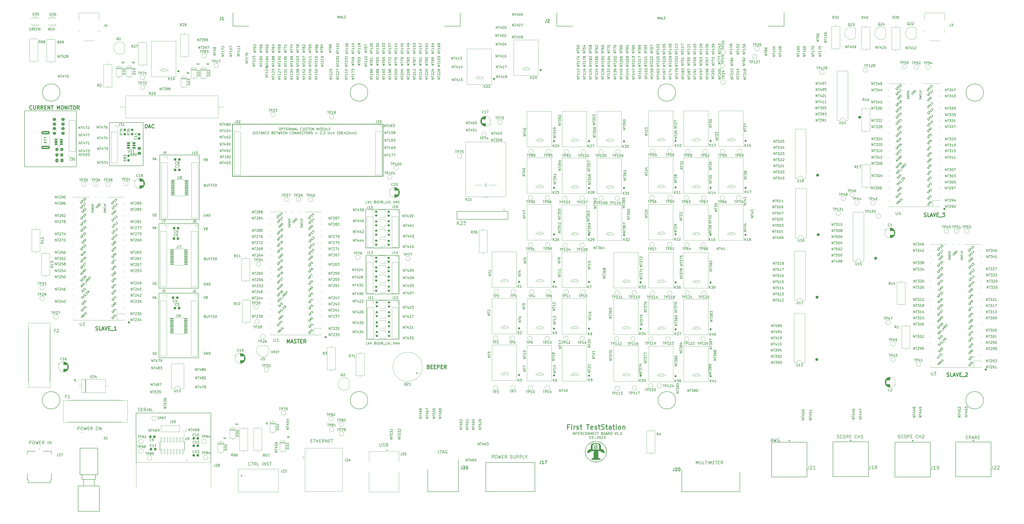
<source format=gto>
G04 #@! TF.GenerationSoftware,KiCad,Pcbnew,(6.0.1)*
G04 #@! TF.CreationDate,2023-03-07T12:10:13-05:00*
G04 #@! TF.ProjectId,Interconnect,496e7465-7263-46f6-9e6e-6563742e6b69,1.0*
G04 #@! TF.SameCoordinates,Original*
G04 #@! TF.FileFunction,Legend,Top*
G04 #@! TF.FilePolarity,Positive*
%FSLAX46Y46*%
G04 Gerber Fmt 4.6, Leading zero omitted, Abs format (unit mm)*
G04 Created by KiCad (PCBNEW (6.0.1)) date 2023-03-07 12:10:13*
%MOMM*%
%LPD*%
G01*
G04 APERTURE LIST*
G04 Aperture macros list*
%AMRoundRect*
0 Rectangle with rounded corners*
0 $1 Rounding radius*
0 $2 $3 $4 $5 $6 $7 $8 $9 X,Y pos of 4 corners*
0 Add a 4 corners polygon primitive as box body*
4,1,4,$2,$3,$4,$5,$6,$7,$8,$9,$2,$3,0*
0 Add four circle primitives for the rounded corners*
1,1,$1+$1,$2,$3*
1,1,$1+$1,$4,$5*
1,1,$1+$1,$6,$7*
1,1,$1+$1,$8,$9*
0 Add four rect primitives between the rounded corners*
20,1,$1+$1,$2,$3,$4,$5,0*
20,1,$1+$1,$4,$5,$6,$7,0*
20,1,$1+$1,$6,$7,$8,$9,0*
20,1,$1+$1,$8,$9,$2,$3,0*%
G04 Aperture macros list end*
%ADD10C,0.254000*%
%ADD11C,0.150000*%
%ADD12C,0.300000*%
%ADD13C,0.120000*%
%ADD14C,0.200000*%
%ADD15C,0.627961*%
%ADD16C,0.410000*%
%ADD17C,0.419210*%
%ADD18C,0.127000*%
%ADD19C,0.076200*%
%ADD20C,0.100000*%
%ADD21C,0.240000*%
%ADD22R,1.700000X1.700000*%
%ADD23O,1.700000X1.700000*%
%ADD24RoundRect,0.200000X0.275000X-0.200000X0.275000X0.200000X-0.275000X0.200000X-0.275000X-0.200000X0*%
%ADD25R,1.650000X1.650000*%
%ADD26C,1.650000*%
%ADD27C,1.500000*%
%ADD28C,2.400000*%
%ADD29O,2.400000X2.400000*%
%ADD30R,1.000000X0.700000*%
%ADD31R,2.400000X1.600000*%
%ADD32O,2.400000X1.600000*%
%ADD33C,1.600000*%
%ADD34O,1.600000X1.600000*%
%ADD35O,2.300000X1.600000*%
%ADD36RoundRect,0.250000X-0.337500X-0.475000X0.337500X-0.475000X0.337500X0.475000X-0.337500X0.475000X0*%
%ADD37RoundRect,0.237500X0.237500X-0.250000X0.237500X0.250000X-0.237500X0.250000X-0.237500X-0.250000X0*%
%ADD38RoundRect,0.100000X-0.637500X-0.100000X0.637500X-0.100000X0.637500X0.100000X-0.637500X0.100000X0*%
%ADD39RoundRect,0.250000X0.350000X0.450000X-0.350000X0.450000X-0.350000X-0.450000X0.350000X-0.450000X0*%
%ADD40RoundRect,0.237500X-0.300000X-0.237500X0.300000X-0.237500X0.300000X0.237500X-0.300000X0.237500X0*%
%ADD41R,1.500000X1.050000*%
%ADD42O,1.500000X1.050000*%
%ADD43R,2.025000X2.025000*%
%ADD44C,2.025000*%
%ADD45RoundRect,0.249999X1.425001X-0.450001X1.425001X0.450001X-1.425001X0.450001X-1.425001X-0.450001X0*%
%ADD46R,1.600000X1.600000*%
%ADD47R,1.200000X1.200000*%
%ADD48C,1.200000*%
%ADD49C,4.200000*%
%ADD50RoundRect,0.250000X-0.450000X0.350000X-0.450000X-0.350000X0.450000X-0.350000X0.450000X0.350000X0*%
%ADD51C,3.200000*%
%ADD52R,1.500000X1.500000*%
%ADD53RoundRect,0.200000X-0.275000X0.200000X-0.275000X-0.200000X0.275000X-0.200000X0.275000X0.200000X0*%
%ADD54R,2.500000X2.500000*%
%ADD55O,2.500000X2.500000*%
%ADD56C,4.000000*%
%ADD57RoundRect,0.237500X0.300000X0.237500X-0.300000X0.237500X-0.300000X-0.237500X0.300000X-0.237500X0*%
%ADD58O,1.800000X1.800000*%
%ADD59O,1.500000X1.500000*%
%ADD60R,3.500000X1.700000*%
%ADD61R,1.700000X3.500000*%
%ADD62RoundRect,0.150000X0.512500X0.150000X-0.512500X0.150000X-0.512500X-0.150000X0.512500X-0.150000X0*%
%ADD63RoundRect,0.237500X0.237500X-0.300000X0.237500X0.300000X-0.237500X0.300000X-0.237500X-0.300000X0*%
%ADD64RoundRect,0.041300X-0.253700X0.943700X-0.253700X-0.943700X0.253700X-0.943700X0.253700X0.943700X0*%
%ADD65C,1.905000*%
%ADD66C,1.700000*%
%ADD67C,3.500000*%
%ADD68O,3.900000X1.950000*%
%ADD69C,1.398000*%
%ADD70C,3.015000*%
%ADD71R,1.800000X1.800000*%
%ADD72C,1.800000*%
%ADD73R,2.600000X2.600000*%
%ADD74O,2.600000X2.600000*%
%ADD75C,1.900000*%
%ADD76C,2.850000*%
%ADD77C,2.550000*%
%ADD78O,2.700002X1.400000*%
%ADD79O,1.750000X2.750000*%
%ADD80R,1.950000X1.950000*%
%ADD81C,1.950000*%
%ADD82R,1.725000X1.725000*%
%ADD83C,1.725000*%
%ADD84O,1.950000X3.900000*%
%ADD85RoundRect,0.125000X-0.537500X-0.125000X0.537500X-0.125000X0.537500X0.125000X-0.537500X0.125000X0*%
%ADD86R,2.000000X2.000000*%
%ADD87C,2.000000*%
%ADD88R,1.050000X1.500000*%
%ADD89O,1.050000X1.500000*%
G04 APERTURE END LIST*
D10*
X99533000Y-90879135D02*
X161873000Y-90879135D01*
X161873000Y-90879135D02*
X161873000Y-69299135D01*
X161873000Y-69299135D02*
X99533000Y-69299135D01*
X99533000Y-69299135D02*
X99533000Y-90879135D01*
D11*
X168549278Y-142149880D02*
X155087278Y-142149880D01*
X168549278Y-158405880D02*
X168549278Y-142149880D01*
X154800778Y-123607880D02*
X154800778Y-139609880D01*
X59720000Y-209360000D02*
X59654500Y-188880000D01*
X90666000Y-209367669D02*
X90630000Y-188880000D01*
X62611000Y-86539935D02*
X48615600Y-86539935D01*
X48615600Y-86539935D02*
X48615600Y-68607535D01*
X48615600Y-68607535D02*
X62611000Y-68607535D01*
X62611000Y-68607535D02*
X62611000Y-86539935D01*
X13589000Y-63806935D02*
X34899600Y-63806935D01*
X154636522Y-104586135D02*
X154636522Y-120588135D01*
X154636522Y-120588135D02*
X168606522Y-120588135D01*
X69138800Y-166067335D02*
X85598000Y-166067335D01*
X85598000Y-166067335D02*
X85598000Y-139295735D01*
X85598000Y-139295735D02*
X69138800Y-139295735D01*
X69138800Y-139295735D02*
X69138800Y-166067335D01*
X168516778Y-123607880D02*
X154800778Y-123607880D01*
X168606522Y-120588135D02*
X168606522Y-104586135D01*
X168516778Y-139609880D02*
X168516778Y-123607880D01*
X168606522Y-104586135D02*
X154636522Y-104586135D01*
X155087278Y-142149880D02*
X155087278Y-158405880D01*
X410382500Y-183625135D02*
G75*
G03*
X410382500Y-183625135I-3619500J0D01*
G01*
X69443600Y-108790335D02*
X85902800Y-108790335D01*
X85902800Y-108790335D02*
X85902800Y-82018735D01*
X85902800Y-82018735D02*
X69443600Y-82018735D01*
X69443600Y-82018735D02*
X69443600Y-108790335D01*
X13512800Y-86844735D02*
X13512800Y-63806935D01*
X155562300Y-56207335D02*
G75*
G03*
X155562300Y-56207335I-3619500J0D01*
G01*
X154800778Y-139609880D02*
X168516778Y-139609880D01*
X69113400Y-137263735D02*
X85572600Y-137263735D01*
X85572600Y-137263735D02*
X85572600Y-110492135D01*
X85572600Y-110492135D02*
X69113400Y-110492135D01*
X69113400Y-110492135D02*
X69113400Y-137263735D01*
X28112500Y-183625135D02*
G75*
G03*
X28112500Y-183625135I-3619500J0D01*
G01*
X155087278Y-158405880D02*
X168549278Y-158405880D01*
X90585500Y-188880000D02*
X59654500Y-188880000D01*
X282972500Y-56207335D02*
G75*
G03*
X282972500Y-56207335I-3619500J0D01*
G01*
X410441500Y-56207335D02*
G75*
G03*
X410441500Y-56207335I-3619500J0D01*
G01*
X28162500Y-56207335D02*
G75*
G03*
X28162500Y-56207335I-3619500J0D01*
G01*
X34961600Y-86933535D02*
X13538200Y-86933535D01*
X34987000Y-63819535D02*
X35037800Y-86882735D01*
X283002500Y-183625135D02*
G75*
G03*
X283002500Y-183625135I-3619500J0D01*
G01*
X155562300Y-183625135D02*
G75*
G03*
X155562300Y-183625135I-3619500J0D01*
G01*
X184983333Y-204308095D02*
X184983333Y-205236666D01*
X184921428Y-205422380D01*
X184797619Y-205546190D01*
X184611904Y-205608095D01*
X184488095Y-205608095D01*
X185416666Y-204308095D02*
X186159523Y-204308095D01*
X185788095Y-205608095D02*
X185788095Y-204308095D01*
X186530952Y-205236666D02*
X187150000Y-205236666D01*
X186407142Y-205608095D02*
X186840476Y-204308095D01*
X187273809Y-205608095D01*
X188388095Y-204370000D02*
X188264285Y-204308095D01*
X188078571Y-204308095D01*
X187892857Y-204370000D01*
X187769047Y-204493809D01*
X187707142Y-204617619D01*
X187645238Y-204865238D01*
X187645238Y-205050952D01*
X187707142Y-205298571D01*
X187769047Y-205422380D01*
X187892857Y-205546190D01*
X188078571Y-205608095D01*
X188202380Y-205608095D01*
X188388095Y-205546190D01*
X188450000Y-205484285D01*
X188450000Y-205050952D01*
X188202380Y-205050952D01*
X322567619Y-200366666D02*
X323186666Y-200366666D01*
X322443809Y-200738095D02*
X322877142Y-199438095D01*
X323310476Y-200738095D01*
X323620000Y-199438095D02*
X323929523Y-200738095D01*
X324177142Y-199809523D01*
X324424761Y-200738095D01*
X324734285Y-199438095D01*
X325910476Y-199500000D02*
X325786666Y-199438095D01*
X325600952Y-199438095D01*
X325415238Y-199500000D01*
X325291428Y-199623809D01*
X325229523Y-199747619D01*
X325167619Y-199995238D01*
X325167619Y-200180952D01*
X325229523Y-200428571D01*
X325291428Y-200552380D01*
X325415238Y-200676190D01*
X325600952Y-200738095D01*
X325724761Y-200738095D01*
X325910476Y-200676190D01*
X325972380Y-200614285D01*
X325972380Y-200180952D01*
X325724761Y-200180952D01*
X240483761Y-197907780D02*
X240483761Y-196907780D01*
X240959952Y-197907780D02*
X240959952Y-196907780D01*
X241531380Y-197907780D01*
X241531380Y-196907780D01*
X241864714Y-196907780D02*
X242436142Y-196907780D01*
X242150428Y-197907780D02*
X242150428Y-196907780D01*
X242769476Y-197383971D02*
X243102809Y-197383971D01*
X243245666Y-197907780D02*
X242769476Y-197907780D01*
X242769476Y-196907780D01*
X243245666Y-196907780D01*
X244245666Y-197907780D02*
X243912333Y-197431590D01*
X243674238Y-197907780D02*
X243674238Y-196907780D01*
X244055190Y-196907780D01*
X244150428Y-196955400D01*
X244198047Y-197003019D01*
X244245666Y-197098257D01*
X244245666Y-197241114D01*
X244198047Y-197336352D01*
X244150428Y-197383971D01*
X244055190Y-197431590D01*
X243674238Y-197431590D01*
X245245666Y-197812542D02*
X245198047Y-197860161D01*
X245055190Y-197907780D01*
X244959952Y-197907780D01*
X244817095Y-197860161D01*
X244721857Y-197764923D01*
X244674238Y-197669685D01*
X244626619Y-197479209D01*
X244626619Y-197336352D01*
X244674238Y-197145876D01*
X244721857Y-197050638D01*
X244817095Y-196955400D01*
X244959952Y-196907780D01*
X245055190Y-196907780D01*
X245198047Y-196955400D01*
X245245666Y-197003019D01*
X245864714Y-196907780D02*
X246055190Y-196907780D01*
X246150428Y-196955400D01*
X246245666Y-197050638D01*
X246293285Y-197241114D01*
X246293285Y-197574447D01*
X246245666Y-197764923D01*
X246150428Y-197860161D01*
X246055190Y-197907780D01*
X245864714Y-197907780D01*
X245769476Y-197860161D01*
X245674238Y-197764923D01*
X245626619Y-197574447D01*
X245626619Y-197241114D01*
X245674238Y-197050638D01*
X245769476Y-196955400D01*
X245864714Y-196907780D01*
X246721857Y-197907780D02*
X246721857Y-196907780D01*
X247293285Y-197907780D01*
X247293285Y-196907780D01*
X247769476Y-197907780D02*
X247769476Y-196907780D01*
X248340904Y-197907780D01*
X248340904Y-196907780D01*
X248817095Y-197383971D02*
X249150428Y-197383971D01*
X249293285Y-197907780D02*
X248817095Y-197907780D01*
X248817095Y-196907780D01*
X249293285Y-196907780D01*
X250293285Y-197812542D02*
X250245666Y-197860161D01*
X250102809Y-197907780D01*
X250007571Y-197907780D01*
X249864714Y-197860161D01*
X249769476Y-197764923D01*
X249721857Y-197669685D01*
X249674238Y-197479209D01*
X249674238Y-197336352D01*
X249721857Y-197145876D01*
X249769476Y-197050638D01*
X249864714Y-196955400D01*
X250007571Y-196907780D01*
X250102809Y-196907780D01*
X250245666Y-196955400D01*
X250293285Y-197003019D01*
X250579000Y-196907780D02*
X251150428Y-196907780D01*
X250864714Y-197907780D02*
X250864714Y-196907780D01*
X252579000Y-197383971D02*
X252721857Y-197431590D01*
X252769476Y-197479209D01*
X252817095Y-197574447D01*
X252817095Y-197717304D01*
X252769476Y-197812542D01*
X252721857Y-197860161D01*
X252626619Y-197907780D01*
X252245666Y-197907780D01*
X252245666Y-196907780D01*
X252579000Y-196907780D01*
X252674238Y-196955400D01*
X252721857Y-197003019D01*
X252769476Y-197098257D01*
X252769476Y-197193495D01*
X252721857Y-197288733D01*
X252674238Y-197336352D01*
X252579000Y-197383971D01*
X252245666Y-197383971D01*
X253436142Y-196907780D02*
X253626619Y-196907780D01*
X253721857Y-196955400D01*
X253817095Y-197050638D01*
X253864714Y-197241114D01*
X253864714Y-197574447D01*
X253817095Y-197764923D01*
X253721857Y-197860161D01*
X253626619Y-197907780D01*
X253436142Y-197907780D01*
X253340904Y-197860161D01*
X253245666Y-197764923D01*
X253198047Y-197574447D01*
X253198047Y-197241114D01*
X253245666Y-197050638D01*
X253340904Y-196955400D01*
X253436142Y-196907780D01*
X254245666Y-197622066D02*
X254721857Y-197622066D01*
X254150428Y-197907780D02*
X254483761Y-196907780D01*
X254817095Y-197907780D01*
X255721857Y-197907780D02*
X255388523Y-197431590D01*
X255150428Y-197907780D02*
X255150428Y-196907780D01*
X255531380Y-196907780D01*
X255626619Y-196955400D01*
X255674238Y-197003019D01*
X255721857Y-197098257D01*
X255721857Y-197241114D01*
X255674238Y-197336352D01*
X255626619Y-197383971D01*
X255531380Y-197431590D01*
X255150428Y-197431590D01*
X256150428Y-197907780D02*
X256150428Y-196907780D01*
X256388523Y-196907780D01*
X256531380Y-196955400D01*
X256626619Y-197050638D01*
X256674238Y-197145876D01*
X256721857Y-197336352D01*
X256721857Y-197479209D01*
X256674238Y-197669685D01*
X256626619Y-197764923D01*
X256531380Y-197860161D01*
X256388523Y-197907780D01*
X256150428Y-197907780D01*
X257769476Y-196907780D02*
X258102809Y-197907780D01*
X258436142Y-196907780D01*
X259293285Y-197907780D02*
X258721857Y-197907780D01*
X259007571Y-197907780D02*
X259007571Y-196907780D01*
X258912333Y-197050638D01*
X258817095Y-197145876D01*
X258721857Y-197193495D01*
X259721857Y-197812542D02*
X259769476Y-197860161D01*
X259721857Y-197907780D01*
X259674238Y-197860161D01*
X259721857Y-197812542D01*
X259721857Y-197907780D01*
X260388523Y-196907780D02*
X260483761Y-196907780D01*
X260579000Y-196955400D01*
X260626619Y-197003019D01*
X260674238Y-197098257D01*
X260721857Y-197288733D01*
X260721857Y-197526828D01*
X260674238Y-197717304D01*
X260626619Y-197812542D01*
X260579000Y-197860161D01*
X260483761Y-197907780D01*
X260388523Y-197907780D01*
X260293285Y-197860161D01*
X260245666Y-197812542D01*
X260198047Y-197717304D01*
X260150428Y-197526828D01*
X260150428Y-197288733D01*
X260198047Y-197098257D01*
X260245666Y-197003019D01*
X260293285Y-196955400D01*
X260388523Y-196907780D01*
X247531380Y-198517780D02*
X247626619Y-198517780D01*
X247721857Y-198565400D01*
X247769476Y-198613019D01*
X247817095Y-198708257D01*
X247864714Y-198898733D01*
X247864714Y-199136828D01*
X247817095Y-199327304D01*
X247769476Y-199422542D01*
X247721857Y-199470161D01*
X247626619Y-199517780D01*
X247531380Y-199517780D01*
X247436142Y-199470161D01*
X247388523Y-199422542D01*
X247340904Y-199327304D01*
X247293285Y-199136828D01*
X247293285Y-198898733D01*
X247340904Y-198708257D01*
X247388523Y-198613019D01*
X247436142Y-198565400D01*
X247531380Y-198517780D01*
X248198047Y-198517780D02*
X248817095Y-198517780D01*
X248483761Y-198898733D01*
X248626619Y-198898733D01*
X248721857Y-198946352D01*
X248769476Y-198993971D01*
X248817095Y-199089209D01*
X248817095Y-199327304D01*
X248769476Y-199422542D01*
X248721857Y-199470161D01*
X248626619Y-199517780D01*
X248340904Y-199517780D01*
X248245666Y-199470161D01*
X248198047Y-199422542D01*
X249245666Y-199136828D02*
X250007571Y-199136828D01*
X250436142Y-198613019D02*
X250483761Y-198565400D01*
X250579000Y-198517780D01*
X250817095Y-198517780D01*
X250912333Y-198565400D01*
X250959952Y-198613019D01*
X251007571Y-198708257D01*
X251007571Y-198803495D01*
X250959952Y-198946352D01*
X250388523Y-199517780D01*
X251007571Y-199517780D01*
X251626619Y-198517780D02*
X251721857Y-198517780D01*
X251817095Y-198565400D01*
X251864714Y-198613019D01*
X251912333Y-198708257D01*
X251959952Y-198898733D01*
X251959952Y-199136828D01*
X251912333Y-199327304D01*
X251864714Y-199422542D01*
X251817095Y-199470161D01*
X251721857Y-199517780D01*
X251626619Y-199517780D01*
X251531380Y-199470161D01*
X251483761Y-199422542D01*
X251436142Y-199327304D01*
X251388523Y-199136828D01*
X251388523Y-198898733D01*
X251436142Y-198708257D01*
X251483761Y-198613019D01*
X251531380Y-198565400D01*
X251626619Y-198517780D01*
X252340904Y-198613019D02*
X252388523Y-198565400D01*
X252483761Y-198517780D01*
X252721857Y-198517780D01*
X252817095Y-198565400D01*
X252864714Y-198613019D01*
X252912333Y-198708257D01*
X252912333Y-198803495D01*
X252864714Y-198946352D01*
X252293285Y-199517780D01*
X252912333Y-199517780D01*
X253245666Y-198517780D02*
X253864714Y-198517780D01*
X253531380Y-198898733D01*
X253674238Y-198898733D01*
X253769476Y-198946352D01*
X253817095Y-198993971D01*
X253864714Y-199089209D01*
X253864714Y-199327304D01*
X253817095Y-199422542D01*
X253769476Y-199470161D01*
X253674238Y-199517780D01*
X253388523Y-199517780D01*
X253293285Y-199470161D01*
X253245666Y-199422542D01*
X15541904Y-201788095D02*
X15541904Y-200488095D01*
X16037142Y-200488095D01*
X16160952Y-200550000D01*
X16222857Y-200611904D01*
X16284761Y-200735714D01*
X16284761Y-200921428D01*
X16222857Y-201045238D01*
X16160952Y-201107142D01*
X16037142Y-201169047D01*
X15541904Y-201169047D01*
X17089523Y-200488095D02*
X17337142Y-200488095D01*
X17460952Y-200550000D01*
X17584761Y-200673809D01*
X17646666Y-200921428D01*
X17646666Y-201354761D01*
X17584761Y-201602380D01*
X17460952Y-201726190D01*
X17337142Y-201788095D01*
X17089523Y-201788095D01*
X16965714Y-201726190D01*
X16841904Y-201602380D01*
X16780000Y-201354761D01*
X16780000Y-200921428D01*
X16841904Y-200673809D01*
X16965714Y-200550000D01*
X17089523Y-200488095D01*
X18080000Y-200488095D02*
X18389523Y-201788095D01*
X18637142Y-200859523D01*
X18884761Y-201788095D01*
X19194285Y-200488095D01*
X19689523Y-201107142D02*
X20122857Y-201107142D01*
X20308571Y-201788095D02*
X19689523Y-201788095D01*
X19689523Y-200488095D01*
X20308571Y-200488095D01*
X21608571Y-201788095D02*
X21175238Y-201169047D01*
X20865714Y-201788095D02*
X20865714Y-200488095D01*
X21360952Y-200488095D01*
X21484761Y-200550000D01*
X21546666Y-200611904D01*
X21608571Y-200735714D01*
X21608571Y-200921428D01*
X21546666Y-201045238D01*
X21484761Y-201107142D01*
X21360952Y-201169047D01*
X20865714Y-201169047D01*
X23156190Y-201788095D02*
X23156190Y-200488095D01*
X23775238Y-201788095D02*
X23775238Y-200488095D01*
X24518095Y-201788095D01*
X24518095Y-200488095D01*
D12*
X16586571Y-62996449D02*
X16515142Y-63067877D01*
X16300857Y-63139306D01*
X16158000Y-63139306D01*
X15943714Y-63067877D01*
X15800857Y-62925020D01*
X15729428Y-62782163D01*
X15658000Y-62496449D01*
X15658000Y-62282163D01*
X15729428Y-61996449D01*
X15800857Y-61853592D01*
X15943714Y-61710735D01*
X16158000Y-61639306D01*
X16300857Y-61639306D01*
X16515142Y-61710735D01*
X16586571Y-61782163D01*
X17229428Y-61639306D02*
X17229428Y-62853592D01*
X17300857Y-62996449D01*
X17372285Y-63067877D01*
X17515142Y-63139306D01*
X17800857Y-63139306D01*
X17943714Y-63067877D01*
X18015142Y-62996449D01*
X18086571Y-62853592D01*
X18086571Y-61639306D01*
X19658000Y-63139306D02*
X19158000Y-62425020D01*
X18800857Y-63139306D02*
X18800857Y-61639306D01*
X19372285Y-61639306D01*
X19515142Y-61710735D01*
X19586571Y-61782163D01*
X19658000Y-61925020D01*
X19658000Y-62139306D01*
X19586571Y-62282163D01*
X19515142Y-62353592D01*
X19372285Y-62425020D01*
X18800857Y-62425020D01*
X21158000Y-63139306D02*
X20658000Y-62425020D01*
X20300857Y-63139306D02*
X20300857Y-61639306D01*
X20872285Y-61639306D01*
X21015142Y-61710735D01*
X21086571Y-61782163D01*
X21158000Y-61925020D01*
X21158000Y-62139306D01*
X21086571Y-62282163D01*
X21015142Y-62353592D01*
X20872285Y-62425020D01*
X20300857Y-62425020D01*
X21800857Y-62353592D02*
X22300857Y-62353592D01*
X22515142Y-63139306D02*
X21800857Y-63139306D01*
X21800857Y-61639306D01*
X22515142Y-61639306D01*
X23158000Y-63139306D02*
X23158000Y-61639306D01*
X24015142Y-63139306D01*
X24015142Y-61639306D01*
X24515142Y-61639306D02*
X25372285Y-61639306D01*
X24943714Y-63139306D02*
X24943714Y-61639306D01*
X27015142Y-63139306D02*
X27015142Y-61639306D01*
X27515142Y-62710735D01*
X28015142Y-61639306D01*
X28015142Y-63139306D01*
X29015142Y-61639306D02*
X29300857Y-61639306D01*
X29443714Y-61710735D01*
X29586571Y-61853592D01*
X29658000Y-62139306D01*
X29658000Y-62639306D01*
X29586571Y-62925020D01*
X29443714Y-63067877D01*
X29300857Y-63139306D01*
X29015142Y-63139306D01*
X28872285Y-63067877D01*
X28729428Y-62925020D01*
X28658000Y-62639306D01*
X28658000Y-62139306D01*
X28729428Y-61853592D01*
X28872285Y-61710735D01*
X29015142Y-61639306D01*
X30300857Y-63139306D02*
X30300857Y-61639306D01*
X31158000Y-63139306D01*
X31158000Y-61639306D01*
X31872285Y-63139306D02*
X31872285Y-61639306D01*
X32372285Y-61639306D02*
X33229428Y-61639306D01*
X32800857Y-63139306D02*
X32800857Y-61639306D01*
X34015142Y-61639306D02*
X34300857Y-61639306D01*
X34443714Y-61710735D01*
X34586571Y-61853592D01*
X34658000Y-62139306D01*
X34658000Y-62639306D01*
X34586571Y-62925020D01*
X34443714Y-63067877D01*
X34300857Y-63139306D01*
X34015142Y-63139306D01*
X33872285Y-63067877D01*
X33729428Y-62925020D01*
X33658000Y-62639306D01*
X33658000Y-62139306D01*
X33729428Y-61853592D01*
X33872285Y-61710735D01*
X34015142Y-61639306D01*
X36157999Y-63139306D02*
X35657999Y-62425020D01*
X35300857Y-63139306D02*
X35300857Y-61639306D01*
X35872285Y-61639306D01*
X36015142Y-61710735D01*
X36086571Y-61782163D01*
X36157999Y-61925020D01*
X36157999Y-62139306D01*
X36086571Y-62282163D01*
X36015142Y-62353592D01*
X35872285Y-62425020D01*
X35300857Y-62425020D01*
X63492285Y-70911706D02*
X63492285Y-69411706D01*
X63849428Y-69411706D01*
X64063714Y-69483135D01*
X64206571Y-69625992D01*
X64278000Y-69768849D01*
X64349428Y-70054563D01*
X64349428Y-70268849D01*
X64278000Y-70554563D01*
X64206571Y-70697420D01*
X64063714Y-70840277D01*
X63849428Y-70911706D01*
X63492285Y-70911706D01*
X64920857Y-70483135D02*
X65635142Y-70483135D01*
X64778000Y-70911706D02*
X65278000Y-69411706D01*
X65778000Y-70911706D01*
X67135142Y-70768849D02*
X67063714Y-70840277D01*
X66849428Y-70911706D01*
X66706571Y-70911706D01*
X66492285Y-70840277D01*
X66349428Y-70697420D01*
X66278000Y-70554563D01*
X66206571Y-70268849D01*
X66206571Y-70054563D01*
X66278000Y-69768849D01*
X66349428Y-69625992D01*
X66492285Y-69483135D01*
X66706571Y-69411706D01*
X66849428Y-69411706D01*
X67063714Y-69483135D01*
X67135142Y-69554563D01*
D11*
X155429047Y-160502380D02*
X154952857Y-160502380D01*
X154952857Y-159502380D01*
X155619523Y-159502380D02*
X155952857Y-160502380D01*
X156286190Y-159502380D01*
X157048095Y-159835714D02*
X157048095Y-160502380D01*
X156810000Y-159454761D02*
X156571904Y-160169047D01*
X157190952Y-160169047D01*
X158667142Y-159978571D02*
X158810000Y-160026190D01*
X158857619Y-160073809D01*
X158905238Y-160169047D01*
X158905238Y-160311904D01*
X158857619Y-160407142D01*
X158810000Y-160454761D01*
X158714761Y-160502380D01*
X158333809Y-160502380D01*
X158333809Y-159502380D01*
X158667142Y-159502380D01*
X158762380Y-159550000D01*
X158810000Y-159597619D01*
X158857619Y-159692857D01*
X158857619Y-159788095D01*
X158810000Y-159883333D01*
X158762380Y-159930952D01*
X158667142Y-159978571D01*
X158333809Y-159978571D01*
X159333809Y-160502380D02*
X159333809Y-159502380D01*
X159810000Y-160502380D02*
X159810000Y-159502380D01*
X160048095Y-159502380D01*
X160190952Y-159550000D01*
X160286190Y-159645238D01*
X160333809Y-159740476D01*
X160381428Y-159930952D01*
X160381428Y-160073809D01*
X160333809Y-160264285D01*
X160286190Y-160359523D01*
X160190952Y-160454761D01*
X160048095Y-160502380D01*
X159810000Y-160502380D01*
X160810000Y-160502380D02*
X160810000Y-159502380D01*
X161857619Y-160502380D02*
X161524285Y-160026190D01*
X161286190Y-160502380D02*
X161286190Y-159502380D01*
X161667142Y-159502380D01*
X161762380Y-159550000D01*
X161810000Y-159597619D01*
X161857619Y-159692857D01*
X161857619Y-159835714D01*
X161810000Y-159930952D01*
X161762380Y-159978571D01*
X161667142Y-160026190D01*
X161286190Y-160026190D01*
X162048095Y-160597619D02*
X162810000Y-160597619D01*
X163524285Y-160502380D02*
X163048095Y-160502380D01*
X163048095Y-159502380D01*
X163714761Y-159502380D02*
X164048095Y-160502380D01*
X164381428Y-159502380D01*
X165190952Y-160502380D02*
X164714761Y-160502380D01*
X164714761Y-159502380D01*
X166286190Y-160502380D02*
X166286190Y-159502380D01*
X166286190Y-159978571D02*
X166857619Y-159978571D01*
X166857619Y-160502380D02*
X166857619Y-159502380D01*
X167190952Y-159502380D02*
X167524285Y-160502380D01*
X167857619Y-159502380D01*
X168619523Y-159835714D02*
X168619523Y-160502380D01*
X168381428Y-159454761D02*
X168143333Y-160169047D01*
X168762380Y-160169047D01*
X16087933Y-29423335D02*
X15992695Y-29375715D01*
X15849838Y-29375715D01*
X15706980Y-29423335D01*
X15611742Y-29518573D01*
X15564123Y-29613811D01*
X15516504Y-29804287D01*
X15516504Y-29947144D01*
X15564123Y-30137620D01*
X15611742Y-30232858D01*
X15706980Y-30328096D01*
X15849838Y-30375715D01*
X15945076Y-30375715D01*
X16087933Y-30328096D01*
X16135552Y-30280477D01*
X16135552Y-29947144D01*
X15945076Y-29947144D01*
X17135552Y-30375715D02*
X16802219Y-29899525D01*
X16564123Y-30375715D02*
X16564123Y-29375715D01*
X16945076Y-29375715D01*
X17040314Y-29423335D01*
X17087933Y-29470954D01*
X17135552Y-29566192D01*
X17135552Y-29709049D01*
X17087933Y-29804287D01*
X17040314Y-29851906D01*
X16945076Y-29899525D01*
X16564123Y-29899525D01*
X17564123Y-29851906D02*
X17897457Y-29851906D01*
X18040314Y-30375715D02*
X17564123Y-30375715D01*
X17564123Y-29375715D01*
X18040314Y-29375715D01*
X18468885Y-29851906D02*
X18802219Y-29851906D01*
X18945076Y-30375715D02*
X18468885Y-30375715D01*
X18468885Y-29375715D01*
X18945076Y-29375715D01*
X19373647Y-30375715D02*
X19373647Y-29375715D01*
X19945076Y-30375715D01*
X19945076Y-29375715D01*
X87661904Y-112105245D02*
X87995238Y-113105245D01*
X88328571Y-112105245D01*
X88995238Y-112581436D02*
X89138095Y-112629055D01*
X89185714Y-112676674D01*
X89233333Y-112771912D01*
X89233333Y-112914769D01*
X89185714Y-113010007D01*
X89138095Y-113057626D01*
X89042857Y-113105245D01*
X88661904Y-113105245D01*
X88661904Y-112105245D01*
X88995238Y-112105245D01*
X89090476Y-112152865D01*
X89138095Y-112200484D01*
X89185714Y-112295722D01*
X89185714Y-112390960D01*
X89138095Y-112486198D01*
X89090476Y-112533817D01*
X88995238Y-112581436D01*
X88661904Y-112581436D01*
X66872380Y-134832380D02*
X67062857Y-134832380D01*
X67158095Y-134880000D01*
X67253333Y-134975238D01*
X67300952Y-135165714D01*
X67300952Y-135499047D01*
X67253333Y-135689523D01*
X67158095Y-135784761D01*
X67062857Y-135832380D01*
X66872380Y-135832380D01*
X66777142Y-135784761D01*
X66681904Y-135689523D01*
X66634285Y-135499047D01*
X66634285Y-135165714D01*
X66681904Y-134975238D01*
X66777142Y-134880000D01*
X66872380Y-134832380D01*
X67729523Y-135308571D02*
X68062857Y-135308571D01*
X68205714Y-135832380D02*
X67729523Y-135832380D01*
X67729523Y-134832380D01*
X68205714Y-134832380D01*
X23944342Y-30451915D02*
X23611009Y-29975725D01*
X23372914Y-30451915D02*
X23372914Y-29451915D01*
X23753866Y-29451915D01*
X23849104Y-29499535D01*
X23896723Y-29547154D01*
X23944342Y-29642392D01*
X23944342Y-29785249D01*
X23896723Y-29880487D01*
X23849104Y-29928106D01*
X23753866Y-29975725D01*
X23372914Y-29975725D01*
X24372914Y-29928106D02*
X24706247Y-29928106D01*
X24849104Y-30451915D02*
X24372914Y-30451915D01*
X24372914Y-29451915D01*
X24849104Y-29451915D01*
X25277676Y-30451915D02*
X25277676Y-29451915D01*
X25515771Y-29451915D01*
X25658628Y-29499535D01*
X25753866Y-29594773D01*
X25801485Y-29690011D01*
X25849104Y-29880487D01*
X25849104Y-30023344D01*
X25801485Y-30213820D01*
X25753866Y-30309058D01*
X25658628Y-30404296D01*
X25515771Y-30451915D01*
X25277676Y-30451915D01*
X66872380Y-163772380D02*
X67062857Y-163772380D01*
X67158095Y-163820000D01*
X67253333Y-163915238D01*
X67300952Y-164105714D01*
X67300952Y-164439047D01*
X67253333Y-164629523D01*
X67158095Y-164724761D01*
X67062857Y-164772380D01*
X66872380Y-164772380D01*
X66777142Y-164724761D01*
X66681904Y-164629523D01*
X66634285Y-164439047D01*
X66634285Y-164105714D01*
X66681904Y-163915238D01*
X66777142Y-163820000D01*
X66872380Y-163772380D01*
X67729523Y-164248571D02*
X68062857Y-164248571D01*
X68205714Y-164772380D02*
X67729523Y-164772380D01*
X67729523Y-163772380D01*
X68205714Y-163772380D01*
X35560476Y-195938095D02*
X35560476Y-194638095D01*
X36055714Y-194638095D01*
X36179523Y-194700000D01*
X36241428Y-194761904D01*
X36303333Y-194885714D01*
X36303333Y-195071428D01*
X36241428Y-195195238D01*
X36179523Y-195257142D01*
X36055714Y-195319047D01*
X35560476Y-195319047D01*
X37108095Y-194638095D02*
X37355714Y-194638095D01*
X37479523Y-194700000D01*
X37603333Y-194823809D01*
X37665238Y-195071428D01*
X37665238Y-195504761D01*
X37603333Y-195752380D01*
X37479523Y-195876190D01*
X37355714Y-195938095D01*
X37108095Y-195938095D01*
X36984285Y-195876190D01*
X36860476Y-195752380D01*
X36798571Y-195504761D01*
X36798571Y-195071428D01*
X36860476Y-194823809D01*
X36984285Y-194700000D01*
X37108095Y-194638095D01*
X38098571Y-194638095D02*
X38408095Y-195938095D01*
X38655714Y-195009523D01*
X38903333Y-195938095D01*
X39212857Y-194638095D01*
X39708095Y-195257142D02*
X40141428Y-195257142D01*
X40327142Y-195938095D02*
X39708095Y-195938095D01*
X39708095Y-194638095D01*
X40327142Y-194638095D01*
X41627142Y-195938095D02*
X41193809Y-195319047D01*
X40884285Y-195938095D02*
X40884285Y-194638095D01*
X41379523Y-194638095D01*
X41503333Y-194700000D01*
X41565238Y-194761904D01*
X41627142Y-194885714D01*
X41627142Y-195071428D01*
X41565238Y-195195238D01*
X41503333Y-195257142D01*
X41379523Y-195319047D01*
X40884285Y-195319047D01*
X43422380Y-194638095D02*
X43670000Y-194638095D01*
X43793809Y-194700000D01*
X43917619Y-194823809D01*
X43979523Y-195071428D01*
X43979523Y-195504761D01*
X43917619Y-195752380D01*
X43793809Y-195876190D01*
X43670000Y-195938095D01*
X43422380Y-195938095D01*
X43298571Y-195876190D01*
X43174761Y-195752380D01*
X43112857Y-195504761D01*
X43112857Y-195071428D01*
X43174761Y-194823809D01*
X43298571Y-194700000D01*
X43422380Y-194638095D01*
X44536666Y-195938095D02*
X44536666Y-194638095D01*
X45279523Y-195938095D01*
X45279523Y-194638095D01*
X119116666Y-70777380D02*
X119307142Y-70777380D01*
X119402380Y-70825000D01*
X119497619Y-70920238D01*
X119545238Y-71110714D01*
X119545238Y-71444047D01*
X119497619Y-71634523D01*
X119402380Y-71729761D01*
X119307142Y-71777380D01*
X119116666Y-71777380D01*
X119021428Y-71729761D01*
X118926190Y-71634523D01*
X118878571Y-71444047D01*
X118878571Y-71110714D01*
X118926190Y-70920238D01*
X119021428Y-70825000D01*
X119116666Y-70777380D01*
X119973809Y-71777380D02*
X119973809Y-70777380D01*
X120354761Y-70777380D01*
X120450000Y-70825000D01*
X120497619Y-70872619D01*
X120545238Y-70967857D01*
X120545238Y-71110714D01*
X120497619Y-71205952D01*
X120450000Y-71253571D01*
X120354761Y-71301190D01*
X119973809Y-71301190D01*
X120830952Y-70777380D02*
X121402380Y-70777380D01*
X121116666Y-71777380D02*
X121116666Y-70777380D01*
X121735714Y-71777380D02*
X121735714Y-70777380D01*
X122402380Y-70777380D02*
X122592857Y-70777380D01*
X122688095Y-70825000D01*
X122783333Y-70920238D01*
X122830952Y-71110714D01*
X122830952Y-71444047D01*
X122783333Y-71634523D01*
X122688095Y-71729761D01*
X122592857Y-71777380D01*
X122402380Y-71777380D01*
X122307142Y-71729761D01*
X122211904Y-71634523D01*
X122164285Y-71444047D01*
X122164285Y-71110714D01*
X122211904Y-70920238D01*
X122307142Y-70825000D01*
X122402380Y-70777380D01*
X123259523Y-71777380D02*
X123259523Y-70777380D01*
X123830952Y-71777380D01*
X123830952Y-70777380D01*
X124307142Y-71777380D02*
X124307142Y-70777380D01*
X124878571Y-71777380D01*
X124878571Y-70777380D01*
X125307142Y-71491666D02*
X125783333Y-71491666D01*
X125211904Y-71777380D02*
X125545238Y-70777380D01*
X125878571Y-71777380D01*
X126688095Y-71777380D02*
X126211904Y-71777380D01*
X126211904Y-70777380D01*
X128354761Y-71682142D02*
X128307142Y-71729761D01*
X128164285Y-71777380D01*
X128069047Y-71777380D01*
X127926190Y-71729761D01*
X127830952Y-71634523D01*
X127783333Y-71539285D01*
X127735714Y-71348809D01*
X127735714Y-71205952D01*
X127783333Y-71015476D01*
X127830952Y-70920238D01*
X127926190Y-70825000D01*
X128069047Y-70777380D01*
X128164285Y-70777380D01*
X128307142Y-70825000D01*
X128354761Y-70872619D01*
X128783333Y-70777380D02*
X128783333Y-71586904D01*
X128830952Y-71682142D01*
X128878571Y-71729761D01*
X128973809Y-71777380D01*
X129164285Y-71777380D01*
X129259523Y-71729761D01*
X129307142Y-71682142D01*
X129354761Y-71586904D01*
X129354761Y-70777380D01*
X129783333Y-71729761D02*
X129926190Y-71777380D01*
X130164285Y-71777380D01*
X130259523Y-71729761D01*
X130307142Y-71682142D01*
X130354761Y-71586904D01*
X130354761Y-71491666D01*
X130307142Y-71396428D01*
X130259523Y-71348809D01*
X130164285Y-71301190D01*
X129973809Y-71253571D01*
X129878571Y-71205952D01*
X129830952Y-71158333D01*
X129783333Y-71063095D01*
X129783333Y-70967857D01*
X129830952Y-70872619D01*
X129878571Y-70825000D01*
X129973809Y-70777380D01*
X130211904Y-70777380D01*
X130354761Y-70825000D01*
X130640476Y-70777380D02*
X131211904Y-70777380D01*
X130926190Y-71777380D02*
X130926190Y-70777380D01*
X131735714Y-70777380D02*
X131926190Y-70777380D01*
X132021428Y-70825000D01*
X132116666Y-70920238D01*
X132164285Y-71110714D01*
X132164285Y-71444047D01*
X132116666Y-71634523D01*
X132021428Y-71729761D01*
X131926190Y-71777380D01*
X131735714Y-71777380D01*
X131640476Y-71729761D01*
X131545238Y-71634523D01*
X131497619Y-71444047D01*
X131497619Y-71110714D01*
X131545238Y-70920238D01*
X131640476Y-70825000D01*
X131735714Y-70777380D01*
X132592857Y-71777380D02*
X132592857Y-70777380D01*
X132926190Y-71491666D01*
X133259523Y-70777380D01*
X133259523Y-71777380D01*
X134497619Y-71777380D02*
X134497619Y-70777380D01*
X134830952Y-71491666D01*
X135164285Y-70777380D01*
X135164285Y-71777380D01*
X135830952Y-70777380D02*
X136021428Y-70777380D01*
X136116666Y-70825000D01*
X136211904Y-70920238D01*
X136259523Y-71110714D01*
X136259523Y-71444047D01*
X136211904Y-71634523D01*
X136116666Y-71729761D01*
X136021428Y-71777380D01*
X135830952Y-71777380D01*
X135735714Y-71729761D01*
X135640476Y-71634523D01*
X135592857Y-71444047D01*
X135592857Y-71110714D01*
X135640476Y-70920238D01*
X135735714Y-70825000D01*
X135830952Y-70777380D01*
X136688095Y-71777380D02*
X136688095Y-70777380D01*
X136926190Y-70777380D01*
X137069047Y-70825000D01*
X137164285Y-70920238D01*
X137211904Y-71015476D01*
X137259523Y-71205952D01*
X137259523Y-71348809D01*
X137211904Y-71539285D01*
X137164285Y-71634523D01*
X137069047Y-71729761D01*
X136926190Y-71777380D01*
X136688095Y-71777380D01*
X137688095Y-70777380D02*
X137688095Y-71586904D01*
X137735714Y-71682142D01*
X137783333Y-71729761D01*
X137878571Y-71777380D01*
X138069047Y-71777380D01*
X138164285Y-71729761D01*
X138211904Y-71682142D01*
X138259523Y-71586904D01*
X138259523Y-70777380D01*
X139211904Y-71777380D02*
X138735714Y-71777380D01*
X138735714Y-70777380D01*
X139545238Y-71253571D02*
X139878571Y-71253571D01*
X140021428Y-71777380D02*
X139545238Y-71777380D01*
X139545238Y-70777380D01*
X140021428Y-70777380D01*
X108140476Y-73387380D02*
X108140476Y-72387380D01*
X108378571Y-72387380D01*
X108521428Y-72435000D01*
X108616666Y-72530238D01*
X108664285Y-72625476D01*
X108711904Y-72815952D01*
X108711904Y-72958809D01*
X108664285Y-73149285D01*
X108616666Y-73244523D01*
X108521428Y-73339761D01*
X108378571Y-73387380D01*
X108140476Y-73387380D01*
X109140476Y-73387380D02*
X109140476Y-72387380D01*
X109569047Y-73339761D02*
X109711904Y-73387380D01*
X109950000Y-73387380D01*
X110045238Y-73339761D01*
X110092857Y-73292142D01*
X110140476Y-73196904D01*
X110140476Y-73101666D01*
X110092857Y-73006428D01*
X110045238Y-72958809D01*
X109950000Y-72911190D01*
X109759523Y-72863571D01*
X109664285Y-72815952D01*
X109616666Y-72768333D01*
X109569047Y-72673095D01*
X109569047Y-72577857D01*
X109616666Y-72482619D01*
X109664285Y-72435000D01*
X109759523Y-72387380D01*
X109997619Y-72387380D01*
X110140476Y-72435000D01*
X110426190Y-72387380D02*
X110997619Y-72387380D01*
X110711904Y-73387380D02*
X110711904Y-72387380D01*
X111283333Y-73101666D02*
X111759523Y-73101666D01*
X111188095Y-73387380D02*
X111521428Y-72387380D01*
X111854761Y-73387380D01*
X112188095Y-73387380D02*
X112188095Y-72387380D01*
X112759523Y-73387380D01*
X112759523Y-72387380D01*
X113807142Y-73292142D02*
X113759523Y-73339761D01*
X113616666Y-73387380D01*
X113521428Y-73387380D01*
X113378571Y-73339761D01*
X113283333Y-73244523D01*
X113235714Y-73149285D01*
X113188095Y-72958809D01*
X113188095Y-72815952D01*
X113235714Y-72625476D01*
X113283333Y-72530238D01*
X113378571Y-72435000D01*
X113521428Y-72387380D01*
X113616666Y-72387380D01*
X113759523Y-72435000D01*
X113807142Y-72482619D01*
X114235714Y-72863571D02*
X114569047Y-72863571D01*
X114711904Y-73387380D02*
X114235714Y-73387380D01*
X114235714Y-72387380D01*
X114711904Y-72387380D01*
X116235714Y-72863571D02*
X116378571Y-72911190D01*
X116426190Y-72958809D01*
X116473809Y-73054047D01*
X116473809Y-73196904D01*
X116426190Y-73292142D01*
X116378571Y-73339761D01*
X116283333Y-73387380D01*
X115902380Y-73387380D01*
X115902380Y-72387380D01*
X116235714Y-72387380D01*
X116330952Y-72435000D01*
X116378571Y-72482619D01*
X116426190Y-72577857D01*
X116426190Y-72673095D01*
X116378571Y-72768333D01*
X116330952Y-72815952D01*
X116235714Y-72863571D01*
X115902380Y-72863571D01*
X116902380Y-72863571D02*
X117235714Y-72863571D01*
X117378571Y-73387380D02*
X116902380Y-73387380D01*
X116902380Y-72387380D01*
X117378571Y-72387380D01*
X117664285Y-72387380D02*
X118235714Y-72387380D01*
X117950000Y-73387380D02*
X117950000Y-72387380D01*
X118473809Y-72387380D02*
X118711904Y-73387380D01*
X118902380Y-72673095D01*
X119092857Y-73387380D01*
X119330952Y-72387380D01*
X119711904Y-72863571D02*
X120045238Y-72863571D01*
X120188095Y-73387380D02*
X119711904Y-73387380D01*
X119711904Y-72387380D01*
X120188095Y-72387380D01*
X120616666Y-72863571D02*
X120950000Y-72863571D01*
X121092857Y-73387380D02*
X120616666Y-73387380D01*
X120616666Y-72387380D01*
X121092857Y-72387380D01*
X121521428Y-73387380D02*
X121521428Y-72387380D01*
X122092857Y-73387380D01*
X122092857Y-72387380D01*
X123902380Y-73292142D02*
X123854761Y-73339761D01*
X123711904Y-73387380D01*
X123616666Y-73387380D01*
X123473809Y-73339761D01*
X123378571Y-73244523D01*
X123330952Y-73149285D01*
X123283333Y-72958809D01*
X123283333Y-72815952D01*
X123330952Y-72625476D01*
X123378571Y-72530238D01*
X123473809Y-72435000D01*
X123616666Y-72387380D01*
X123711904Y-72387380D01*
X123854761Y-72435000D01*
X123902380Y-72482619D01*
X124521428Y-72387380D02*
X124711904Y-72387380D01*
X124807142Y-72435000D01*
X124902380Y-72530238D01*
X124950000Y-72720714D01*
X124950000Y-73054047D01*
X124902380Y-73244523D01*
X124807142Y-73339761D01*
X124711904Y-73387380D01*
X124521428Y-73387380D01*
X124426190Y-73339761D01*
X124330952Y-73244523D01*
X124283333Y-73054047D01*
X124283333Y-72720714D01*
X124330952Y-72530238D01*
X124426190Y-72435000D01*
X124521428Y-72387380D01*
X125378571Y-73387380D02*
X125378571Y-72387380D01*
X125950000Y-73387380D01*
X125950000Y-72387380D01*
X126426190Y-73387380D02*
X126426190Y-72387380D01*
X126997619Y-73387380D01*
X126997619Y-72387380D01*
X127473809Y-72863571D02*
X127807142Y-72863571D01*
X127950000Y-73387380D02*
X127473809Y-73387380D01*
X127473809Y-72387380D01*
X127950000Y-72387380D01*
X128950000Y-73292142D02*
X128902380Y-73339761D01*
X128759523Y-73387380D01*
X128664285Y-73387380D01*
X128521428Y-73339761D01*
X128426190Y-73244523D01*
X128378571Y-73149285D01*
X128330952Y-72958809D01*
X128330952Y-72815952D01*
X128378571Y-72625476D01*
X128426190Y-72530238D01*
X128521428Y-72435000D01*
X128664285Y-72387380D01*
X128759523Y-72387380D01*
X128902380Y-72435000D01*
X128950000Y-72482619D01*
X129235714Y-72387380D02*
X129807142Y-72387380D01*
X129521428Y-73387380D02*
X129521428Y-72387380D01*
X130330952Y-72387380D02*
X130521428Y-72387380D01*
X130616666Y-72435000D01*
X130711904Y-72530238D01*
X130759523Y-72720714D01*
X130759523Y-73054047D01*
X130711904Y-73244523D01*
X130616666Y-73339761D01*
X130521428Y-73387380D01*
X130330952Y-73387380D01*
X130235714Y-73339761D01*
X130140476Y-73244523D01*
X130092857Y-73054047D01*
X130092857Y-72720714D01*
X130140476Y-72530238D01*
X130235714Y-72435000D01*
X130330952Y-72387380D01*
X131759523Y-73387380D02*
X131426190Y-72911190D01*
X131188095Y-73387380D02*
X131188095Y-72387380D01*
X131569047Y-72387380D01*
X131664285Y-72435000D01*
X131711904Y-72482619D01*
X131759523Y-72577857D01*
X131759523Y-72720714D01*
X131711904Y-72815952D01*
X131664285Y-72863571D01*
X131569047Y-72911190D01*
X131188095Y-72911190D01*
X132140476Y-73339761D02*
X132283333Y-73387380D01*
X132521428Y-73387380D01*
X132616666Y-73339761D01*
X132664285Y-73292142D01*
X132711904Y-73196904D01*
X132711904Y-73101666D01*
X132664285Y-73006428D01*
X132616666Y-72958809D01*
X132521428Y-72911190D01*
X132330952Y-72863571D01*
X132235714Y-72815952D01*
X132188095Y-72768333D01*
X132140476Y-72673095D01*
X132140476Y-72577857D01*
X132188095Y-72482619D01*
X132235714Y-72435000D01*
X132330952Y-72387380D01*
X132569047Y-72387380D01*
X132711904Y-72435000D01*
X133902380Y-72863571D02*
X134664285Y-72863571D01*
X134664285Y-73149285D02*
X133902380Y-73149285D01*
X135854761Y-72482619D02*
X135902380Y-72435000D01*
X135997619Y-72387380D01*
X136235714Y-72387380D01*
X136330952Y-72435000D01*
X136378571Y-72482619D01*
X136426190Y-72577857D01*
X136426190Y-72673095D01*
X136378571Y-72815952D01*
X135807142Y-73387380D01*
X136426190Y-73387380D01*
X136854761Y-73292142D02*
X136902380Y-73339761D01*
X136854761Y-73387380D01*
X136807142Y-73339761D01*
X136854761Y-73292142D01*
X136854761Y-73387380D01*
X137235714Y-72387380D02*
X137854761Y-72387380D01*
X137521428Y-72768333D01*
X137664285Y-72768333D01*
X137759523Y-72815952D01*
X137807142Y-72863571D01*
X137854761Y-72958809D01*
X137854761Y-73196904D01*
X137807142Y-73292142D01*
X137759523Y-73339761D01*
X137664285Y-73387380D01*
X137378571Y-73387380D01*
X137283333Y-73339761D01*
X137235714Y-73292142D01*
X139045238Y-73387380D02*
X139045238Y-72720714D01*
X139045238Y-72387380D02*
X138997619Y-72435000D01*
X139045238Y-72482619D01*
X139092857Y-72435000D01*
X139045238Y-72387380D01*
X139045238Y-72482619D01*
X139521428Y-72720714D02*
X139521428Y-73387380D01*
X139521428Y-72815952D02*
X139569047Y-72768333D01*
X139664285Y-72720714D01*
X139807142Y-72720714D01*
X139902380Y-72768333D01*
X139950000Y-72863571D01*
X139950000Y-73387380D01*
X140854761Y-73339761D02*
X140759523Y-73387380D01*
X140569047Y-73387380D01*
X140473809Y-73339761D01*
X140426190Y-73292142D01*
X140378571Y-73196904D01*
X140378571Y-72911190D01*
X140426190Y-72815952D01*
X140473809Y-72768333D01*
X140569047Y-72720714D01*
X140759523Y-72720714D01*
X140854761Y-72768333D01*
X141283333Y-73387380D02*
X141283333Y-72387380D01*
X141711904Y-73387380D02*
X141711904Y-72863571D01*
X141664285Y-72768333D01*
X141569047Y-72720714D01*
X141426190Y-72720714D01*
X141330952Y-72768333D01*
X141283333Y-72815952D01*
X143235714Y-73768333D02*
X143188095Y-73720714D01*
X143092857Y-73577857D01*
X143045238Y-73482619D01*
X142997619Y-73339761D01*
X142950000Y-73101666D01*
X142950000Y-72911190D01*
X142997619Y-72673095D01*
X143045238Y-72530238D01*
X143092857Y-72435000D01*
X143188095Y-72292142D01*
X143235714Y-72244523D01*
X144092857Y-72387380D02*
X143616666Y-72387380D01*
X143569047Y-72863571D01*
X143616666Y-72815952D01*
X143711904Y-72768333D01*
X143950000Y-72768333D01*
X144045238Y-72815952D01*
X144092857Y-72863571D01*
X144140476Y-72958809D01*
X144140476Y-73196904D01*
X144092857Y-73292142D01*
X144045238Y-73339761D01*
X143950000Y-73387380D01*
X143711904Y-73387380D01*
X143616666Y-73339761D01*
X143569047Y-73292142D01*
X144711904Y-72815952D02*
X144616666Y-72768333D01*
X144569047Y-72720714D01*
X144521428Y-72625476D01*
X144521428Y-72577857D01*
X144569047Y-72482619D01*
X144616666Y-72435000D01*
X144711904Y-72387380D01*
X144902380Y-72387380D01*
X144997619Y-72435000D01*
X145045238Y-72482619D01*
X145092857Y-72577857D01*
X145092857Y-72625476D01*
X145045238Y-72720714D01*
X144997619Y-72768333D01*
X144902380Y-72815952D01*
X144711904Y-72815952D01*
X144616666Y-72863571D01*
X144569047Y-72911190D01*
X144521428Y-73006428D01*
X144521428Y-73196904D01*
X144569047Y-73292142D01*
X144616666Y-73339761D01*
X144711904Y-73387380D01*
X144902380Y-73387380D01*
X144997619Y-73339761D01*
X145045238Y-73292142D01*
X145092857Y-73196904D01*
X145092857Y-73006428D01*
X145045238Y-72911190D01*
X144997619Y-72863571D01*
X144902380Y-72815952D01*
X145521428Y-73292142D02*
X145569047Y-73339761D01*
X145521428Y-73387380D01*
X145473809Y-73339761D01*
X145521428Y-73292142D01*
X145521428Y-73387380D01*
X146426190Y-72720714D02*
X146426190Y-73387380D01*
X146188095Y-72339761D02*
X145950000Y-73054047D01*
X146569047Y-73054047D01*
X146902380Y-72482619D02*
X146950000Y-72435000D01*
X147045238Y-72387380D01*
X147283333Y-72387380D01*
X147378571Y-72435000D01*
X147426190Y-72482619D01*
X147473809Y-72577857D01*
X147473809Y-72673095D01*
X147426190Y-72815952D01*
X146854761Y-73387380D01*
X147473809Y-73387380D01*
X147902380Y-73387380D02*
X147902380Y-72720714D01*
X147902380Y-72815952D02*
X147950000Y-72768333D01*
X148045238Y-72720714D01*
X148188095Y-72720714D01*
X148283333Y-72768333D01*
X148330952Y-72863571D01*
X148330952Y-73387380D01*
X148330952Y-72863571D02*
X148378571Y-72768333D01*
X148473809Y-72720714D01*
X148616666Y-72720714D01*
X148711904Y-72768333D01*
X148759523Y-72863571D01*
X148759523Y-73387380D01*
X149235714Y-73387380D02*
X149235714Y-72720714D01*
X149235714Y-72815952D02*
X149283333Y-72768333D01*
X149378571Y-72720714D01*
X149521428Y-72720714D01*
X149616666Y-72768333D01*
X149664285Y-72863571D01*
X149664285Y-73387380D01*
X149664285Y-72863571D02*
X149711904Y-72768333D01*
X149807142Y-72720714D01*
X149950000Y-72720714D01*
X150045238Y-72768333D01*
X150092857Y-72863571D01*
X150092857Y-73387380D01*
X150473809Y-73768333D02*
X150521428Y-73720714D01*
X150616666Y-73577857D01*
X150664285Y-73482619D01*
X150711904Y-73339761D01*
X150759523Y-73101666D01*
X150759523Y-72911190D01*
X150711904Y-72673095D01*
X150664285Y-72530238D01*
X150616666Y-72435000D01*
X150521428Y-72292142D01*
X150473809Y-72244523D01*
X155409047Y-102022380D02*
X154932857Y-102022380D01*
X154932857Y-101022380D01*
X155599523Y-101022380D02*
X155932857Y-102022380D01*
X156266190Y-101022380D01*
X157123333Y-102022380D02*
X156551904Y-102022380D01*
X156837619Y-102022380D02*
X156837619Y-101022380D01*
X156742380Y-101165238D01*
X156647142Y-101260476D01*
X156551904Y-101308095D01*
X158647142Y-101498571D02*
X158790000Y-101546190D01*
X158837619Y-101593809D01*
X158885238Y-101689047D01*
X158885238Y-101831904D01*
X158837619Y-101927142D01*
X158790000Y-101974761D01*
X158694761Y-102022380D01*
X158313809Y-102022380D01*
X158313809Y-101022380D01*
X158647142Y-101022380D01*
X158742380Y-101070000D01*
X158790000Y-101117619D01*
X158837619Y-101212857D01*
X158837619Y-101308095D01*
X158790000Y-101403333D01*
X158742380Y-101450952D01*
X158647142Y-101498571D01*
X158313809Y-101498571D01*
X159313809Y-102022380D02*
X159313809Y-101022380D01*
X159790000Y-102022380D02*
X159790000Y-101022380D01*
X160028095Y-101022380D01*
X160170952Y-101070000D01*
X160266190Y-101165238D01*
X160313809Y-101260476D01*
X160361428Y-101450952D01*
X160361428Y-101593809D01*
X160313809Y-101784285D01*
X160266190Y-101879523D01*
X160170952Y-101974761D01*
X160028095Y-102022380D01*
X159790000Y-102022380D01*
X160790000Y-102022380D02*
X160790000Y-101022380D01*
X161837619Y-102022380D02*
X161504285Y-101546190D01*
X161266190Y-102022380D02*
X161266190Y-101022380D01*
X161647142Y-101022380D01*
X161742380Y-101070000D01*
X161790000Y-101117619D01*
X161837619Y-101212857D01*
X161837619Y-101355714D01*
X161790000Y-101450952D01*
X161742380Y-101498571D01*
X161647142Y-101546190D01*
X161266190Y-101546190D01*
X162028095Y-102117619D02*
X162790000Y-102117619D01*
X163504285Y-102022380D02*
X163028095Y-102022380D01*
X163028095Y-101022380D01*
X163694761Y-101022380D02*
X164028095Y-102022380D01*
X164361428Y-101022380D01*
X165170952Y-102022380D02*
X164694761Y-102022380D01*
X164694761Y-101022380D01*
X166266190Y-102022380D02*
X166266190Y-101022380D01*
X166266190Y-101498571D02*
X166837619Y-101498571D01*
X166837619Y-102022380D02*
X166837619Y-101022380D01*
X167170952Y-101022380D02*
X167504285Y-102022380D01*
X167837619Y-101022380D01*
X168694761Y-102022380D02*
X168123333Y-102022380D01*
X168409047Y-102022380D02*
X168409047Y-101022380D01*
X168313809Y-101165238D01*
X168218571Y-101260476D01*
X168123333Y-101308095D01*
X87661904Y-140555245D02*
X87995238Y-141555245D01*
X88328571Y-140555245D01*
X88995238Y-141031436D02*
X89138095Y-141079055D01*
X89185714Y-141126674D01*
X89233333Y-141221912D01*
X89233333Y-141364769D01*
X89185714Y-141460007D01*
X89138095Y-141507626D01*
X89042857Y-141555245D01*
X88661904Y-141555245D01*
X88661904Y-140555245D01*
X88995238Y-140555245D01*
X89090476Y-140602865D01*
X89138095Y-140650484D01*
X89185714Y-140745722D01*
X89185714Y-140840960D01*
X89138095Y-140936198D01*
X89090476Y-140983817D01*
X88995238Y-141031436D01*
X88661904Y-141031436D01*
D12*
X385858285Y-107568677D02*
X386072571Y-107640106D01*
X386429714Y-107640106D01*
X386572571Y-107568677D01*
X386644000Y-107497249D01*
X386715428Y-107354392D01*
X386715428Y-107211535D01*
X386644000Y-107068677D01*
X386572571Y-106997249D01*
X386429714Y-106925820D01*
X386144000Y-106854392D01*
X386001142Y-106782963D01*
X385929714Y-106711535D01*
X385858285Y-106568677D01*
X385858285Y-106425820D01*
X385929714Y-106282963D01*
X386001142Y-106211535D01*
X386144000Y-106140106D01*
X386501142Y-106140106D01*
X386715428Y-106211535D01*
X388072571Y-107640106D02*
X387358285Y-107640106D01*
X387358285Y-106140106D01*
X388501142Y-107211535D02*
X389215428Y-107211535D01*
X388358285Y-107640106D02*
X388858285Y-106140106D01*
X389358285Y-107640106D01*
X389644000Y-106140106D02*
X390144000Y-107640106D01*
X390644000Y-106140106D01*
X391144000Y-106854392D02*
X391644000Y-106854392D01*
X391858285Y-107640106D02*
X391144000Y-107640106D01*
X391144000Y-106140106D01*
X391858285Y-106140106D01*
X392144000Y-107782963D02*
X393286857Y-107782963D01*
X393501142Y-106140106D02*
X394429714Y-106140106D01*
X393929714Y-106711535D01*
X394144000Y-106711535D01*
X394286857Y-106782963D01*
X394358285Y-106854392D01*
X394429714Y-106997249D01*
X394429714Y-107354392D01*
X394358285Y-107497249D01*
X394286857Y-107568677D01*
X394144000Y-107640106D01*
X393715428Y-107640106D01*
X393572571Y-107568677D01*
X393501142Y-107497249D01*
D11*
X66539048Y-140542380D02*
X66872381Y-141542380D01*
X67205714Y-140542380D01*
X67491429Y-141256666D02*
X67967619Y-141256666D01*
X67396191Y-141542380D02*
X67729524Y-140542380D01*
X68062857Y-141542380D01*
X143211752Y-25422715D02*
X143211752Y-24422715D01*
X143545085Y-25137001D01*
X143878419Y-24422715D01*
X143878419Y-25422715D01*
X144306990Y-25137001D02*
X144783180Y-25137001D01*
X144211752Y-25422715D02*
X144545085Y-24422715D01*
X144878419Y-25422715D01*
X145687942Y-25422715D02*
X145211752Y-25422715D01*
X145211752Y-24422715D01*
X146021276Y-24898906D02*
X146354609Y-24898906D01*
X146497466Y-25422715D02*
X146021276Y-25422715D01*
X146021276Y-24422715D01*
X146497466Y-24422715D01*
X88258095Y-106560000D02*
X88162857Y-106512380D01*
X88020000Y-106512380D01*
X87877142Y-106560000D01*
X87781904Y-106655238D01*
X87734285Y-106750476D01*
X87686666Y-106940952D01*
X87686666Y-107083809D01*
X87734285Y-107274285D01*
X87781904Y-107369523D01*
X87877142Y-107464761D01*
X88020000Y-107512380D01*
X88115238Y-107512380D01*
X88258095Y-107464761D01*
X88305714Y-107417142D01*
X88305714Y-107083809D01*
X88115238Y-107083809D01*
X88734285Y-107512380D02*
X88734285Y-106512380D01*
X89305714Y-107512380D01*
X89305714Y-106512380D01*
X89781904Y-107512380D02*
X89781904Y-106512380D01*
X90020000Y-106512380D01*
X90162857Y-106560000D01*
X90258095Y-106655238D01*
X90305714Y-106750476D01*
X90353333Y-106940952D01*
X90353333Y-107083809D01*
X90305714Y-107274285D01*
X90258095Y-107369523D01*
X90162857Y-107464761D01*
X90020000Y-107512380D01*
X89781904Y-107512380D01*
X160559523Y-201428095D02*
X160559523Y-202480476D01*
X160621428Y-202604285D01*
X160683333Y-202666190D01*
X160807142Y-202728095D01*
X161054761Y-202728095D01*
X161178571Y-202666190D01*
X161240476Y-202604285D01*
X161302380Y-202480476D01*
X161302380Y-201428095D01*
X161859523Y-202666190D02*
X162045238Y-202728095D01*
X162354761Y-202728095D01*
X162478571Y-202666190D01*
X162540476Y-202604285D01*
X162602380Y-202480476D01*
X162602380Y-202356666D01*
X162540476Y-202232857D01*
X162478571Y-202170952D01*
X162354761Y-202109047D01*
X162107142Y-202047142D01*
X161983333Y-201985238D01*
X161921428Y-201923333D01*
X161859523Y-201799523D01*
X161859523Y-201675714D01*
X161921428Y-201551904D01*
X161983333Y-201490000D01*
X162107142Y-201428095D01*
X162416666Y-201428095D01*
X162602380Y-201490000D01*
X163592857Y-202047142D02*
X163778571Y-202109047D01*
X163840476Y-202170952D01*
X163902380Y-202294761D01*
X163902380Y-202480476D01*
X163840476Y-202604285D01*
X163778571Y-202666190D01*
X163654761Y-202728095D01*
X163159523Y-202728095D01*
X163159523Y-201428095D01*
X163592857Y-201428095D01*
X163716666Y-201490000D01*
X163778571Y-201551904D01*
X163840476Y-201675714D01*
X163840476Y-201799523D01*
X163778571Y-201923333D01*
X163716666Y-201985238D01*
X163592857Y-202047142D01*
X163159523Y-202047142D01*
X66539048Y-111702380D02*
X66872381Y-112702380D01*
X67205714Y-111702380D01*
X67491429Y-112416666D02*
X67967619Y-112416666D01*
X67396191Y-112702380D02*
X67729524Y-111702380D01*
X68062857Y-112702380D01*
X87661904Y-83515245D02*
X87995238Y-84515245D01*
X88328571Y-83515245D01*
X88995238Y-83991436D02*
X89138095Y-84039055D01*
X89185714Y-84086674D01*
X89233333Y-84181912D01*
X89233333Y-84324769D01*
X89185714Y-84420007D01*
X89138095Y-84467626D01*
X89042857Y-84515245D01*
X88661904Y-84515245D01*
X88661904Y-83515245D01*
X88995238Y-83515245D01*
X89090476Y-83562865D01*
X89138095Y-83610484D01*
X89185714Y-83705722D01*
X89185714Y-83800960D01*
X89138095Y-83896198D01*
X89090476Y-83943817D01*
X88995238Y-83991436D01*
X88661904Y-83991436D01*
X88138095Y-148954571D02*
X88280952Y-149002190D01*
X88328571Y-149049809D01*
X88376190Y-149145047D01*
X88376190Y-149287904D01*
X88328571Y-149383142D01*
X88280952Y-149430761D01*
X88185714Y-149478380D01*
X87804761Y-149478380D01*
X87804761Y-148478380D01*
X88138095Y-148478380D01*
X88233333Y-148526000D01*
X88280952Y-148573619D01*
X88328571Y-148668857D01*
X88328571Y-148764095D01*
X88280952Y-148859333D01*
X88233333Y-148906952D01*
X88138095Y-148954571D01*
X87804761Y-148954571D01*
X88804761Y-148478380D02*
X88804761Y-149287904D01*
X88852380Y-149383142D01*
X88900000Y-149430761D01*
X88995238Y-149478380D01*
X89185714Y-149478380D01*
X89280952Y-149430761D01*
X89328571Y-149383142D01*
X89376190Y-149287904D01*
X89376190Y-148478380D01*
X90185714Y-148954571D02*
X89852380Y-148954571D01*
X89852380Y-149478380D02*
X89852380Y-148478380D01*
X90328571Y-148478380D01*
X91042857Y-148954571D02*
X90709523Y-148954571D01*
X90709523Y-149478380D02*
X90709523Y-148478380D01*
X91185714Y-148478380D01*
X91566666Y-148954571D02*
X91900000Y-148954571D01*
X92042857Y-149478380D02*
X91566666Y-149478380D01*
X91566666Y-148478380D01*
X92042857Y-148478380D01*
X93042857Y-149478380D02*
X92709523Y-149002190D01*
X92471428Y-149478380D02*
X92471428Y-148478380D01*
X92852380Y-148478380D01*
X92947619Y-148526000D01*
X92995238Y-148573619D01*
X93042857Y-148668857D01*
X93042857Y-148811714D01*
X92995238Y-148906952D01*
X92947619Y-148954571D01*
X92852380Y-149002190D01*
X92471428Y-149002190D01*
D12*
X122177657Y-159964106D02*
X122177657Y-158464106D01*
X122677657Y-159535535D01*
X123177657Y-158464106D01*
X123177657Y-159964106D01*
X123820514Y-159535535D02*
X124534800Y-159535535D01*
X123677657Y-159964106D02*
X124177657Y-158464106D01*
X124677657Y-159964106D01*
X125106228Y-159892677D02*
X125320514Y-159964106D01*
X125677657Y-159964106D01*
X125820514Y-159892677D01*
X125891942Y-159821249D01*
X125963371Y-159678392D01*
X125963371Y-159535535D01*
X125891942Y-159392677D01*
X125820514Y-159321249D01*
X125677657Y-159249820D01*
X125391942Y-159178392D01*
X125249085Y-159106963D01*
X125177657Y-159035535D01*
X125106228Y-158892677D01*
X125106228Y-158749820D01*
X125177657Y-158606963D01*
X125249085Y-158535535D01*
X125391942Y-158464106D01*
X125749085Y-158464106D01*
X125963371Y-158535535D01*
X126391942Y-158464106D02*
X127249085Y-158464106D01*
X126820514Y-159964106D02*
X126820514Y-158464106D01*
X127749085Y-159178392D02*
X128249085Y-159178392D01*
X128463371Y-159964106D02*
X127749085Y-159964106D01*
X127749085Y-158464106D01*
X128463371Y-158464106D01*
X129963371Y-159964106D02*
X129463371Y-159249820D01*
X129106228Y-159964106D02*
X129106228Y-158464106D01*
X129677657Y-158464106D01*
X129820514Y-158535535D01*
X129891942Y-158606963D01*
X129963371Y-158749820D01*
X129963371Y-158964106D01*
X129891942Y-159106963D01*
X129820514Y-159178392D01*
X129677657Y-159249820D01*
X129106228Y-159249820D01*
X395281685Y-173710277D02*
X395495971Y-173781706D01*
X395853114Y-173781706D01*
X395995971Y-173710277D01*
X396067400Y-173638849D01*
X396138828Y-173495992D01*
X396138828Y-173353135D01*
X396067400Y-173210277D01*
X395995971Y-173138849D01*
X395853114Y-173067420D01*
X395567400Y-172995992D01*
X395424542Y-172924563D01*
X395353114Y-172853135D01*
X395281685Y-172710277D01*
X395281685Y-172567420D01*
X395353114Y-172424563D01*
X395424542Y-172353135D01*
X395567400Y-172281706D01*
X395924542Y-172281706D01*
X396138828Y-172353135D01*
X397495971Y-173781706D02*
X396781685Y-173781706D01*
X396781685Y-172281706D01*
X397924542Y-173353135D02*
X398638828Y-173353135D01*
X397781685Y-173781706D02*
X398281685Y-172281706D01*
X398781685Y-173781706D01*
X399067400Y-172281706D02*
X399567400Y-173781706D01*
X400067400Y-172281706D01*
X400567400Y-172995992D02*
X401067400Y-172995992D01*
X401281685Y-173781706D02*
X400567400Y-173781706D01*
X400567400Y-172281706D01*
X401281685Y-172281706D01*
X401567400Y-173924563D02*
X402710257Y-173924563D01*
X402995971Y-172424563D02*
X403067400Y-172353135D01*
X403210257Y-172281706D01*
X403567400Y-172281706D01*
X403710257Y-172353135D01*
X403781685Y-172424563D01*
X403853114Y-172567420D01*
X403853114Y-172710277D01*
X403781685Y-172924563D01*
X402924542Y-173781706D01*
X403853114Y-173781706D01*
D11*
X132042857Y-200407142D02*
X132476190Y-200407142D01*
X132661904Y-201088095D02*
X132042857Y-201088095D01*
X132042857Y-199788095D01*
X132661904Y-199788095D01*
X133033333Y-199788095D02*
X133776190Y-199788095D01*
X133404761Y-201088095D02*
X133404761Y-199788095D01*
X134209523Y-201088095D02*
X134209523Y-199788095D01*
X134209523Y-200407142D02*
X134952380Y-200407142D01*
X134952380Y-201088095D02*
X134952380Y-199788095D01*
X135571428Y-200407142D02*
X136004761Y-200407142D01*
X136190476Y-201088095D02*
X135571428Y-201088095D01*
X135571428Y-199788095D01*
X136190476Y-199788095D01*
X137490476Y-201088095D02*
X137057142Y-200469047D01*
X136747619Y-201088095D02*
X136747619Y-199788095D01*
X137242857Y-199788095D01*
X137366666Y-199850000D01*
X137428571Y-199911904D01*
X137490476Y-200035714D01*
X137490476Y-200221428D01*
X137428571Y-200345238D01*
X137366666Y-200407142D01*
X137242857Y-200469047D01*
X136747619Y-200469047D01*
X138047619Y-201088095D02*
X138047619Y-199788095D01*
X138790476Y-201088095D01*
X138790476Y-199788095D01*
X139409523Y-200407142D02*
X139842857Y-200407142D01*
X140028571Y-201088095D02*
X139409523Y-201088095D01*
X139409523Y-199788095D01*
X140028571Y-199788095D01*
X140400000Y-199788095D02*
X141142857Y-199788095D01*
X140771428Y-201088095D02*
X140771428Y-199788095D01*
X107047952Y-210487285D02*
X106986047Y-210549190D01*
X106800333Y-210611095D01*
X106676523Y-210611095D01*
X106490809Y-210549190D01*
X106367000Y-210425380D01*
X106305095Y-210301571D01*
X106243190Y-210053952D01*
X106243190Y-209868238D01*
X106305095Y-209620619D01*
X106367000Y-209496809D01*
X106490809Y-209373000D01*
X106676523Y-209311095D01*
X106800333Y-209311095D01*
X106986047Y-209373000D01*
X107047952Y-209434904D01*
X107419380Y-209311095D02*
X108162238Y-209311095D01*
X107790809Y-210611095D02*
X107790809Y-209311095D01*
X109338428Y-210611095D02*
X108905095Y-209992047D01*
X108595571Y-210611095D02*
X108595571Y-209311095D01*
X109090809Y-209311095D01*
X109214619Y-209373000D01*
X109276523Y-209434904D01*
X109338428Y-209558714D01*
X109338428Y-209744428D01*
X109276523Y-209868238D01*
X109214619Y-209930142D01*
X109090809Y-209992047D01*
X108595571Y-209992047D01*
X110514619Y-210611095D02*
X109895571Y-210611095D01*
X109895571Y-209311095D01*
X111938428Y-210611095D02*
X111938428Y-209311095D01*
X112557476Y-210611095D02*
X112557476Y-209311095D01*
X113300333Y-210611095D01*
X113300333Y-209311095D01*
X113857476Y-210549190D02*
X114043190Y-210611095D01*
X114352714Y-210611095D01*
X114476523Y-210549190D01*
X114538428Y-210487285D01*
X114600333Y-210363476D01*
X114600333Y-210239666D01*
X114538428Y-210115857D01*
X114476523Y-210053952D01*
X114352714Y-209992047D01*
X114105095Y-209930142D01*
X113981285Y-209868238D01*
X113919380Y-209806333D01*
X113857476Y-209682523D01*
X113857476Y-209558714D01*
X113919380Y-209434904D01*
X113981285Y-209373000D01*
X114105095Y-209311095D01*
X114414619Y-209311095D01*
X114600333Y-209373000D01*
X114971761Y-209311095D02*
X115714619Y-209311095D01*
X115343190Y-210611095D02*
X115343190Y-209311095D01*
X115608314Y-163132115D02*
X115941647Y-164132115D01*
X116274980Y-163132115D01*
X117179742Y-164132115D02*
X116846409Y-163655925D01*
X116608314Y-164132115D02*
X116608314Y-163132115D01*
X116989266Y-163132115D01*
X117084504Y-163179735D01*
X117132123Y-163227354D01*
X117179742Y-163322592D01*
X117179742Y-163465449D01*
X117132123Y-163560687D01*
X117084504Y-163608306D01*
X116989266Y-163655925D01*
X116608314Y-163655925D01*
X117608314Y-163608306D02*
X117941647Y-163608306D01*
X118084504Y-164132115D02*
X117608314Y-164132115D01*
X117608314Y-163132115D01*
X118084504Y-163132115D01*
X118846409Y-163608306D02*
X118513076Y-163608306D01*
X118513076Y-164132115D02*
X118513076Y-163132115D01*
X118989266Y-163132115D01*
X275545752Y-25854515D02*
X275545752Y-24854515D01*
X275879085Y-25568801D01*
X276212419Y-24854515D01*
X276212419Y-25854515D01*
X276640990Y-25568801D02*
X277117180Y-25568801D01*
X276545752Y-25854515D02*
X276879085Y-24854515D01*
X277212419Y-25854515D01*
X278021942Y-25854515D02*
X277545752Y-25854515D01*
X277545752Y-24854515D01*
X278355276Y-25330706D02*
X278688609Y-25330706D01*
X278831466Y-25854515D02*
X278355276Y-25854515D01*
X278355276Y-24854515D01*
X278831466Y-24854515D01*
X66862380Y-106422380D02*
X67052857Y-106422380D01*
X67148095Y-106470000D01*
X67243333Y-106565238D01*
X67290952Y-106755714D01*
X67290952Y-107089047D01*
X67243333Y-107279523D01*
X67148095Y-107374761D01*
X67052857Y-107422380D01*
X66862380Y-107422380D01*
X66767142Y-107374761D01*
X66671904Y-107279523D01*
X66624285Y-107089047D01*
X66624285Y-106755714D01*
X66671904Y-106565238D01*
X66767142Y-106470000D01*
X66862380Y-106422380D01*
X67719523Y-106898571D02*
X68052857Y-106898571D01*
X68195714Y-107422380D02*
X67719523Y-107422380D01*
X67719523Y-106422380D01*
X68195714Y-106422380D01*
X291460476Y-210088095D02*
X291460476Y-208788095D01*
X291893809Y-209716666D01*
X292327142Y-208788095D01*
X292327142Y-210088095D01*
X292946190Y-208788095D02*
X292946190Y-209840476D01*
X293008095Y-209964285D01*
X293070000Y-210026190D01*
X293193809Y-210088095D01*
X293441428Y-210088095D01*
X293565238Y-210026190D01*
X293627142Y-209964285D01*
X293689047Y-209840476D01*
X293689047Y-208788095D01*
X294927142Y-210088095D02*
X294308095Y-210088095D01*
X294308095Y-208788095D01*
X295174761Y-208788095D02*
X295917619Y-208788095D01*
X295546190Y-210088095D02*
X295546190Y-208788095D01*
X296350952Y-210088095D02*
X296350952Y-208788095D01*
X296970000Y-210088095D02*
X296970000Y-208788095D01*
X297403333Y-209716666D01*
X297836666Y-208788095D01*
X297836666Y-210088095D01*
X298455714Y-209407142D02*
X298889047Y-209407142D01*
X299074761Y-210088095D02*
X298455714Y-210088095D01*
X298455714Y-208788095D01*
X299074761Y-208788095D01*
X299446190Y-208788095D02*
X300189047Y-208788095D01*
X299817619Y-210088095D02*
X299817619Y-208788095D01*
X300622380Y-209407142D02*
X301055714Y-209407142D01*
X301241428Y-210088095D02*
X300622380Y-210088095D01*
X300622380Y-208788095D01*
X301241428Y-208788095D01*
X302541428Y-210088095D02*
X302108095Y-209469047D01*
X301798571Y-210088095D02*
X301798571Y-208788095D01*
X302293809Y-208788095D01*
X302417619Y-208850000D01*
X302479523Y-208911904D01*
X302541428Y-209035714D01*
X302541428Y-209221428D01*
X302479523Y-209345238D01*
X302417619Y-209407142D01*
X302293809Y-209469047D01*
X301798571Y-209469047D01*
X349794285Y-199286190D02*
X349980000Y-199348095D01*
X350289523Y-199348095D01*
X350413333Y-199286190D01*
X350475238Y-199224285D01*
X350537142Y-199100476D01*
X350537142Y-198976666D01*
X350475238Y-198852857D01*
X350413333Y-198790952D01*
X350289523Y-198729047D01*
X350041904Y-198667142D01*
X349918095Y-198605238D01*
X349856190Y-198543333D01*
X349794285Y-198419523D01*
X349794285Y-198295714D01*
X349856190Y-198171904D01*
X349918095Y-198110000D01*
X350041904Y-198048095D01*
X350351428Y-198048095D01*
X350537142Y-198110000D01*
X351837142Y-199224285D02*
X351775238Y-199286190D01*
X351589523Y-199348095D01*
X351465714Y-199348095D01*
X351280000Y-199286190D01*
X351156190Y-199162380D01*
X351094285Y-199038571D01*
X351032380Y-198790952D01*
X351032380Y-198605238D01*
X351094285Y-198357619D01*
X351156190Y-198233809D01*
X351280000Y-198110000D01*
X351465714Y-198048095D01*
X351589523Y-198048095D01*
X351775238Y-198110000D01*
X351837142Y-198171904D01*
X352641904Y-198048095D02*
X352889523Y-198048095D01*
X353013333Y-198110000D01*
X353137142Y-198233809D01*
X353199047Y-198481428D01*
X353199047Y-198914761D01*
X353137142Y-199162380D01*
X353013333Y-199286190D01*
X352889523Y-199348095D01*
X352641904Y-199348095D01*
X352518095Y-199286190D01*
X352394285Y-199162380D01*
X352332380Y-198914761D01*
X352332380Y-198481428D01*
X352394285Y-198233809D01*
X352518095Y-198110000D01*
X352641904Y-198048095D01*
X353756190Y-199348095D02*
X353756190Y-198048095D01*
X354251428Y-198048095D01*
X354375238Y-198110000D01*
X354437142Y-198171904D01*
X354499047Y-198295714D01*
X354499047Y-198481428D01*
X354437142Y-198605238D01*
X354375238Y-198667142D01*
X354251428Y-198729047D01*
X353756190Y-198729047D01*
X355056190Y-198667142D02*
X355489523Y-198667142D01*
X355675238Y-199348095D02*
X355056190Y-199348095D01*
X355056190Y-198048095D01*
X355675238Y-198048095D01*
X357965714Y-199224285D02*
X357903809Y-199286190D01*
X357718095Y-199348095D01*
X357594285Y-199348095D01*
X357408571Y-199286190D01*
X357284761Y-199162380D01*
X357222857Y-199038571D01*
X357160952Y-198790952D01*
X357160952Y-198605238D01*
X357222857Y-198357619D01*
X357284761Y-198233809D01*
X357408571Y-198110000D01*
X357594285Y-198048095D01*
X357718095Y-198048095D01*
X357903809Y-198110000D01*
X357965714Y-198171904D01*
X358522857Y-199348095D02*
X358522857Y-198048095D01*
X358522857Y-198667142D02*
X359265714Y-198667142D01*
X359265714Y-199348095D02*
X359265714Y-198048095D01*
X360565714Y-199348095D02*
X359822857Y-199348095D01*
X360194285Y-199348095D02*
X360194285Y-198048095D01*
X360070476Y-198233809D01*
X359946666Y-198357619D01*
X359822857Y-198419523D01*
X88138095Y-94598571D02*
X88280952Y-94646190D01*
X88328571Y-94693809D01*
X88376190Y-94789047D01*
X88376190Y-94931904D01*
X88328571Y-95027142D01*
X88280952Y-95074761D01*
X88185714Y-95122380D01*
X87804761Y-95122380D01*
X87804761Y-94122380D01*
X88138095Y-94122380D01*
X88233333Y-94170000D01*
X88280952Y-94217619D01*
X88328571Y-94312857D01*
X88328571Y-94408095D01*
X88280952Y-94503333D01*
X88233333Y-94550952D01*
X88138095Y-94598571D01*
X87804761Y-94598571D01*
X88804761Y-94122380D02*
X88804761Y-94931904D01*
X88852380Y-95027142D01*
X88900000Y-95074761D01*
X88995238Y-95122380D01*
X89185714Y-95122380D01*
X89280952Y-95074761D01*
X89328571Y-95027142D01*
X89376190Y-94931904D01*
X89376190Y-94122380D01*
X90185714Y-94598571D02*
X89852380Y-94598571D01*
X89852380Y-95122380D02*
X89852380Y-94122380D01*
X90328571Y-94122380D01*
X91042857Y-94598571D02*
X90709523Y-94598571D01*
X90709523Y-95122380D02*
X90709523Y-94122380D01*
X91185714Y-94122380D01*
X91566666Y-94598571D02*
X91900000Y-94598571D01*
X92042857Y-95122380D02*
X91566666Y-95122380D01*
X91566666Y-94122380D01*
X92042857Y-94122380D01*
X93042857Y-95122380D02*
X92709523Y-94646190D01*
X92471428Y-95122380D02*
X92471428Y-94122380D01*
X92852380Y-94122380D01*
X92947619Y-94170000D01*
X92995238Y-94217619D01*
X93042857Y-94312857D01*
X93042857Y-94455714D01*
X92995238Y-94550952D01*
X92947619Y-94598571D01*
X92852380Y-94646190D01*
X92471428Y-94646190D01*
X88328571Y-163752865D02*
X88233333Y-163705245D01*
X88090476Y-163705245D01*
X87947618Y-163752865D01*
X87852380Y-163848103D01*
X87804761Y-163943341D01*
X87757142Y-164133817D01*
X87757142Y-164276674D01*
X87804761Y-164467150D01*
X87852380Y-164562388D01*
X87947618Y-164657626D01*
X88090476Y-164705245D01*
X88185714Y-164705245D01*
X88328571Y-164657626D01*
X88376190Y-164610007D01*
X88376190Y-164276674D01*
X88185714Y-164276674D01*
X88804761Y-164705245D02*
X88804761Y-163705245D01*
X89376190Y-164705245D01*
X89376190Y-163705245D01*
X89852380Y-164705245D02*
X89852380Y-163705245D01*
X90090476Y-163705245D01*
X90233333Y-163752865D01*
X90328571Y-163848103D01*
X90376190Y-163943341D01*
X90423809Y-164133817D01*
X90423809Y-164276674D01*
X90376190Y-164467150D01*
X90328571Y-164562388D01*
X90233333Y-164657626D01*
X90090476Y-164705245D01*
X89852380Y-164705245D01*
D12*
X42958285Y-154558677D02*
X43172571Y-154630106D01*
X43529714Y-154630106D01*
X43672571Y-154558677D01*
X43744000Y-154487249D01*
X43815428Y-154344392D01*
X43815428Y-154201535D01*
X43744000Y-154058677D01*
X43672571Y-153987249D01*
X43529714Y-153915820D01*
X43244000Y-153844392D01*
X43101142Y-153772963D01*
X43029714Y-153701535D01*
X42958285Y-153558677D01*
X42958285Y-153415820D01*
X43029714Y-153272963D01*
X43101142Y-153201535D01*
X43244000Y-153130106D01*
X43601142Y-153130106D01*
X43815428Y-153201535D01*
X45172571Y-154630106D02*
X44458285Y-154630106D01*
X44458285Y-153130106D01*
X45601142Y-154201535D02*
X46315428Y-154201535D01*
X45458285Y-154630106D02*
X45958285Y-153130106D01*
X46458285Y-154630106D01*
X46744000Y-153130106D02*
X47244000Y-154630106D01*
X47744000Y-153130106D01*
X48244000Y-153844392D02*
X48744000Y-153844392D01*
X48958285Y-154630106D02*
X48244000Y-154630106D01*
X48244000Y-153130106D01*
X48958285Y-153130106D01*
X49244000Y-154772963D02*
X50386857Y-154772963D01*
X51529714Y-154630106D02*
X50672571Y-154630106D01*
X51101142Y-154630106D02*
X51101142Y-153130106D01*
X50958285Y-153344392D01*
X50815428Y-153487249D01*
X50672571Y-153558677D01*
D11*
X403173333Y-199616190D02*
X403359047Y-199678095D01*
X403668571Y-199678095D01*
X403792380Y-199616190D01*
X403854285Y-199554285D01*
X403916190Y-199430476D01*
X403916190Y-199306666D01*
X403854285Y-199182857D01*
X403792380Y-199120952D01*
X403668571Y-199059047D01*
X403420952Y-198997142D01*
X403297142Y-198935238D01*
X403235238Y-198873333D01*
X403173333Y-198749523D01*
X403173333Y-198625714D01*
X403235238Y-198501904D01*
X403297142Y-198440000D01*
X403420952Y-198378095D01*
X403730476Y-198378095D01*
X403916190Y-198440000D01*
X404473333Y-199678095D02*
X404473333Y-198378095D01*
X404968571Y-198378095D01*
X405092380Y-198440000D01*
X405154285Y-198501904D01*
X405216190Y-198625714D01*
X405216190Y-198811428D01*
X405154285Y-198935238D01*
X405092380Y-198997142D01*
X404968571Y-199059047D01*
X404473333Y-199059047D01*
X405711428Y-199306666D02*
X406330476Y-199306666D01*
X405587619Y-199678095D02*
X406020952Y-198378095D01*
X406454285Y-199678095D01*
X407630476Y-199678095D02*
X407197142Y-199059047D01*
X406887619Y-199678095D02*
X406887619Y-198378095D01*
X407382857Y-198378095D01*
X407506666Y-198440000D01*
X407568571Y-198501904D01*
X407630476Y-198625714D01*
X407630476Y-198811428D01*
X407568571Y-198935238D01*
X407506666Y-198997142D01*
X407382857Y-199059047D01*
X406887619Y-199059047D01*
X408187619Y-198997142D02*
X408620952Y-198997142D01*
X408806666Y-199678095D02*
X408187619Y-199678095D01*
X408187619Y-198378095D01*
X408806666Y-198378095D01*
D12*
X238901904Y-194647142D02*
X238235238Y-194647142D01*
X238235238Y-195694761D02*
X238235238Y-193694761D01*
X239187619Y-193694761D01*
X239949523Y-195694761D02*
X239949523Y-194361428D01*
X239949523Y-193694761D02*
X239854285Y-193790000D01*
X239949523Y-193885238D01*
X240044761Y-193790000D01*
X239949523Y-193694761D01*
X239949523Y-193885238D01*
X240901904Y-195694761D02*
X240901904Y-194361428D01*
X240901904Y-194742380D02*
X240997142Y-194551904D01*
X241092380Y-194456666D01*
X241282857Y-194361428D01*
X241473333Y-194361428D01*
X242044761Y-195599523D02*
X242235238Y-195694761D01*
X242616190Y-195694761D01*
X242806666Y-195599523D01*
X242901904Y-195409047D01*
X242901904Y-195313809D01*
X242806666Y-195123333D01*
X242616190Y-195028095D01*
X242330476Y-195028095D01*
X242140000Y-194932857D01*
X242044761Y-194742380D01*
X242044761Y-194647142D01*
X242140000Y-194456666D01*
X242330476Y-194361428D01*
X242616190Y-194361428D01*
X242806666Y-194456666D01*
X243473333Y-194361428D02*
X244235238Y-194361428D01*
X243759047Y-193694761D02*
X243759047Y-195409047D01*
X243854285Y-195599523D01*
X244044761Y-195694761D01*
X244235238Y-195694761D01*
X246140000Y-193694761D02*
X247282857Y-193694761D01*
X246711428Y-195694761D02*
X246711428Y-193694761D01*
X248711428Y-195599523D02*
X248520952Y-195694761D01*
X248140000Y-195694761D01*
X247949523Y-195599523D01*
X247854285Y-195409047D01*
X247854285Y-194647142D01*
X247949523Y-194456666D01*
X248140000Y-194361428D01*
X248520952Y-194361428D01*
X248711428Y-194456666D01*
X248806666Y-194647142D01*
X248806666Y-194837619D01*
X247854285Y-195028095D01*
X249568571Y-195599523D02*
X249759047Y-195694761D01*
X250140000Y-195694761D01*
X250330476Y-195599523D01*
X250425714Y-195409047D01*
X250425714Y-195313809D01*
X250330476Y-195123333D01*
X250140000Y-195028095D01*
X249854285Y-195028095D01*
X249663809Y-194932857D01*
X249568571Y-194742380D01*
X249568571Y-194647142D01*
X249663809Y-194456666D01*
X249854285Y-194361428D01*
X250140000Y-194361428D01*
X250330476Y-194456666D01*
X250997142Y-194361428D02*
X251759047Y-194361428D01*
X251282857Y-193694761D02*
X251282857Y-195409047D01*
X251378095Y-195599523D01*
X251568571Y-195694761D01*
X251759047Y-195694761D01*
X252330476Y-195599523D02*
X252616190Y-195694761D01*
X253092380Y-195694761D01*
X253282857Y-195599523D01*
X253378095Y-195504285D01*
X253473333Y-195313809D01*
X253473333Y-195123333D01*
X253378095Y-194932857D01*
X253282857Y-194837619D01*
X253092380Y-194742380D01*
X252711428Y-194647142D01*
X252520952Y-194551904D01*
X252425714Y-194456666D01*
X252330476Y-194266190D01*
X252330476Y-194075714D01*
X252425714Y-193885238D01*
X252520952Y-193790000D01*
X252711428Y-193694761D01*
X253187619Y-193694761D01*
X253473333Y-193790000D01*
X254044761Y-194361428D02*
X254806666Y-194361428D01*
X254330476Y-193694761D02*
X254330476Y-195409047D01*
X254425714Y-195599523D01*
X254616190Y-195694761D01*
X254806666Y-195694761D01*
X256330476Y-195694761D02*
X256330476Y-194647142D01*
X256235238Y-194456666D01*
X256044761Y-194361428D01*
X255663809Y-194361428D01*
X255473333Y-194456666D01*
X256330476Y-195599523D02*
X256140000Y-195694761D01*
X255663809Y-195694761D01*
X255473333Y-195599523D01*
X255378095Y-195409047D01*
X255378095Y-195218571D01*
X255473333Y-195028095D01*
X255663809Y-194932857D01*
X256140000Y-194932857D01*
X256330476Y-194837619D01*
X256997142Y-194361428D02*
X257759047Y-194361428D01*
X257282857Y-193694761D02*
X257282857Y-195409047D01*
X257378095Y-195599523D01*
X257568571Y-195694761D01*
X257759047Y-195694761D01*
X258425714Y-195694761D02*
X258425714Y-194361428D01*
X258425714Y-193694761D02*
X258330476Y-193790000D01*
X258425714Y-193885238D01*
X258520952Y-193790000D01*
X258425714Y-193694761D01*
X258425714Y-193885238D01*
X259663809Y-195694761D02*
X259473333Y-195599523D01*
X259378095Y-195504285D01*
X259282857Y-195313809D01*
X259282857Y-194742380D01*
X259378095Y-194551904D01*
X259473333Y-194456666D01*
X259663809Y-194361428D01*
X259949523Y-194361428D01*
X260140000Y-194456666D01*
X260235238Y-194551904D01*
X260330476Y-194742380D01*
X260330476Y-195313809D01*
X260235238Y-195504285D01*
X260140000Y-195599523D01*
X259949523Y-195694761D01*
X259663809Y-195694761D01*
X261187619Y-194361428D02*
X261187619Y-195694761D01*
X261187619Y-194551904D02*
X261282857Y-194456666D01*
X261473333Y-194361428D01*
X261759047Y-194361428D01*
X261949523Y-194456666D01*
X262044761Y-194647142D01*
X262044761Y-195694761D01*
D11*
X375064285Y-199246190D02*
X375250000Y-199308095D01*
X375559523Y-199308095D01*
X375683333Y-199246190D01*
X375745238Y-199184285D01*
X375807142Y-199060476D01*
X375807142Y-198936666D01*
X375745238Y-198812857D01*
X375683333Y-198750952D01*
X375559523Y-198689047D01*
X375311904Y-198627142D01*
X375188095Y-198565238D01*
X375126190Y-198503333D01*
X375064285Y-198379523D01*
X375064285Y-198255714D01*
X375126190Y-198131904D01*
X375188095Y-198070000D01*
X375311904Y-198008095D01*
X375621428Y-198008095D01*
X375807142Y-198070000D01*
X377107142Y-199184285D02*
X377045238Y-199246190D01*
X376859523Y-199308095D01*
X376735714Y-199308095D01*
X376550000Y-199246190D01*
X376426190Y-199122380D01*
X376364285Y-198998571D01*
X376302380Y-198750952D01*
X376302380Y-198565238D01*
X376364285Y-198317619D01*
X376426190Y-198193809D01*
X376550000Y-198070000D01*
X376735714Y-198008095D01*
X376859523Y-198008095D01*
X377045238Y-198070000D01*
X377107142Y-198131904D01*
X377911904Y-198008095D02*
X378159523Y-198008095D01*
X378283333Y-198070000D01*
X378407142Y-198193809D01*
X378469047Y-198441428D01*
X378469047Y-198874761D01*
X378407142Y-199122380D01*
X378283333Y-199246190D01*
X378159523Y-199308095D01*
X377911904Y-199308095D01*
X377788095Y-199246190D01*
X377664285Y-199122380D01*
X377602380Y-198874761D01*
X377602380Y-198441428D01*
X377664285Y-198193809D01*
X377788095Y-198070000D01*
X377911904Y-198008095D01*
X379026190Y-199308095D02*
X379026190Y-198008095D01*
X379521428Y-198008095D01*
X379645238Y-198070000D01*
X379707142Y-198131904D01*
X379769047Y-198255714D01*
X379769047Y-198441428D01*
X379707142Y-198565238D01*
X379645238Y-198627142D01*
X379521428Y-198689047D01*
X379026190Y-198689047D01*
X380326190Y-198627142D02*
X380759523Y-198627142D01*
X380945238Y-199308095D02*
X380326190Y-199308095D01*
X380326190Y-198008095D01*
X380945238Y-198008095D01*
X383235714Y-199184285D02*
X383173809Y-199246190D01*
X382988095Y-199308095D01*
X382864285Y-199308095D01*
X382678571Y-199246190D01*
X382554761Y-199122380D01*
X382492857Y-198998571D01*
X382430952Y-198750952D01*
X382430952Y-198565238D01*
X382492857Y-198317619D01*
X382554761Y-198193809D01*
X382678571Y-198070000D01*
X382864285Y-198008095D01*
X382988095Y-198008095D01*
X383173809Y-198070000D01*
X383235714Y-198131904D01*
X383792857Y-199308095D02*
X383792857Y-198008095D01*
X383792857Y-198627142D02*
X384535714Y-198627142D01*
X384535714Y-199308095D02*
X384535714Y-198008095D01*
X385092857Y-198131904D02*
X385154761Y-198070000D01*
X385278571Y-198008095D01*
X385588095Y-198008095D01*
X385711904Y-198070000D01*
X385773809Y-198131904D01*
X385835714Y-198255714D01*
X385835714Y-198379523D01*
X385773809Y-198565238D01*
X385030952Y-199308095D01*
X385835714Y-199308095D01*
X207039047Y-207688095D02*
X207039047Y-206388095D01*
X207534285Y-206388095D01*
X207658095Y-206450000D01*
X207720000Y-206511904D01*
X207781904Y-206635714D01*
X207781904Y-206821428D01*
X207720000Y-206945238D01*
X207658095Y-207007142D01*
X207534285Y-207069047D01*
X207039047Y-207069047D01*
X208586666Y-206388095D02*
X208834285Y-206388095D01*
X208958095Y-206450000D01*
X209081904Y-206573809D01*
X209143809Y-206821428D01*
X209143809Y-207254761D01*
X209081904Y-207502380D01*
X208958095Y-207626190D01*
X208834285Y-207688095D01*
X208586666Y-207688095D01*
X208462857Y-207626190D01*
X208339047Y-207502380D01*
X208277142Y-207254761D01*
X208277142Y-206821428D01*
X208339047Y-206573809D01*
X208462857Y-206450000D01*
X208586666Y-206388095D01*
X209577142Y-206388095D02*
X209886666Y-207688095D01*
X210134285Y-206759523D01*
X210381904Y-207688095D01*
X210691428Y-206388095D01*
X211186666Y-207007142D02*
X211620000Y-207007142D01*
X211805714Y-207688095D02*
X211186666Y-207688095D01*
X211186666Y-206388095D01*
X211805714Y-206388095D01*
X213105714Y-207688095D02*
X212672380Y-207069047D01*
X212362857Y-207688095D02*
X212362857Y-206388095D01*
X212858095Y-206388095D01*
X212981904Y-206450000D01*
X213043809Y-206511904D01*
X213105714Y-206635714D01*
X213105714Y-206821428D01*
X213043809Y-206945238D01*
X212981904Y-207007142D01*
X212858095Y-207069047D01*
X212362857Y-207069047D01*
X214591428Y-207626190D02*
X214777142Y-207688095D01*
X215086666Y-207688095D01*
X215210476Y-207626190D01*
X215272380Y-207564285D01*
X215334285Y-207440476D01*
X215334285Y-207316666D01*
X215272380Y-207192857D01*
X215210476Y-207130952D01*
X215086666Y-207069047D01*
X214839047Y-207007142D01*
X214715238Y-206945238D01*
X214653333Y-206883333D01*
X214591428Y-206759523D01*
X214591428Y-206635714D01*
X214653333Y-206511904D01*
X214715238Y-206450000D01*
X214839047Y-206388095D01*
X215148571Y-206388095D01*
X215334285Y-206450000D01*
X215891428Y-206388095D02*
X215891428Y-207440476D01*
X215953333Y-207564285D01*
X216015238Y-207626190D01*
X216139047Y-207688095D01*
X216386666Y-207688095D01*
X216510476Y-207626190D01*
X216572380Y-207564285D01*
X216634285Y-207440476D01*
X216634285Y-206388095D01*
X217253333Y-207688095D02*
X217253333Y-206388095D01*
X217748571Y-206388095D01*
X217872380Y-206450000D01*
X217934285Y-206511904D01*
X217996190Y-206635714D01*
X217996190Y-206821428D01*
X217934285Y-206945238D01*
X217872380Y-207007142D01*
X217748571Y-207069047D01*
X217253333Y-207069047D01*
X218553333Y-207688095D02*
X218553333Y-206388095D01*
X219048571Y-206388095D01*
X219172380Y-206450000D01*
X219234285Y-206511904D01*
X219296190Y-206635714D01*
X219296190Y-206821428D01*
X219234285Y-206945238D01*
X219172380Y-207007142D01*
X219048571Y-207069047D01*
X218553333Y-207069047D01*
X220472380Y-207688095D02*
X219853333Y-207688095D01*
X219853333Y-206388095D01*
X221153333Y-207069047D02*
X221153333Y-207688095D01*
X220720000Y-206388095D02*
X221153333Y-207069047D01*
X221586666Y-206388095D01*
X66539048Y-83132380D02*
X66872381Y-84132380D01*
X67205714Y-83132380D01*
X67491429Y-83846666D02*
X67967619Y-83846666D01*
X67396191Y-84132380D02*
X67729524Y-83132380D01*
X68062857Y-84132380D01*
X88138095Y-125078571D02*
X88280952Y-125126190D01*
X88328571Y-125173809D01*
X88376190Y-125269047D01*
X88376190Y-125411904D01*
X88328571Y-125507142D01*
X88280952Y-125554761D01*
X88185714Y-125602380D01*
X87804761Y-125602380D01*
X87804761Y-124602380D01*
X88138095Y-124602380D01*
X88233333Y-124650000D01*
X88280952Y-124697619D01*
X88328571Y-124792857D01*
X88328571Y-124888095D01*
X88280952Y-124983333D01*
X88233333Y-125030952D01*
X88138095Y-125078571D01*
X87804761Y-125078571D01*
X88804761Y-124602380D02*
X88804761Y-125411904D01*
X88852380Y-125507142D01*
X88900000Y-125554761D01*
X88995238Y-125602380D01*
X89185714Y-125602380D01*
X89280952Y-125554761D01*
X89328571Y-125507142D01*
X89376190Y-125411904D01*
X89376190Y-124602380D01*
X90185714Y-125078571D02*
X89852380Y-125078571D01*
X89852380Y-125602380D02*
X89852380Y-124602380D01*
X90328571Y-124602380D01*
X91042857Y-125078571D02*
X90709523Y-125078571D01*
X90709523Y-125602380D02*
X90709523Y-124602380D01*
X91185714Y-124602380D01*
X91566666Y-125078571D02*
X91900000Y-125078571D01*
X92042857Y-125602380D02*
X91566666Y-125602380D01*
X91566666Y-124602380D01*
X92042857Y-124602380D01*
X93042857Y-125602380D02*
X92709523Y-125126190D01*
X92471428Y-125602380D02*
X92471428Y-124602380D01*
X92852380Y-124602380D01*
X92947619Y-124650000D01*
X92995238Y-124697619D01*
X93042857Y-124792857D01*
X93042857Y-124935714D01*
X92995238Y-125030952D01*
X92947619Y-125078571D01*
X92852380Y-125126190D01*
X92471428Y-125126190D01*
X88328571Y-135072865D02*
X88233333Y-135025245D01*
X88090476Y-135025245D01*
X87947618Y-135072865D01*
X87852380Y-135168103D01*
X87804761Y-135263341D01*
X87757142Y-135453817D01*
X87757142Y-135596674D01*
X87804761Y-135787150D01*
X87852380Y-135882388D01*
X87947618Y-135977626D01*
X88090476Y-136025245D01*
X88185714Y-136025245D01*
X88328571Y-135977626D01*
X88376190Y-135930007D01*
X88376190Y-135596674D01*
X88185714Y-135596674D01*
X88804761Y-136025245D02*
X88804761Y-135025245D01*
X89376190Y-136025245D01*
X89376190Y-135025245D01*
X89852380Y-136025245D02*
X89852380Y-135025245D01*
X90090476Y-135025245D01*
X90233333Y-135072865D01*
X90328571Y-135168103D01*
X90376190Y-135263341D01*
X90423809Y-135453817D01*
X90423809Y-135596674D01*
X90376190Y-135787150D01*
X90328571Y-135882388D01*
X90233333Y-135977626D01*
X90090476Y-136025245D01*
X89852380Y-136025245D01*
X60497619Y-188096190D02*
X60683333Y-188158095D01*
X60992857Y-188158095D01*
X61116666Y-188096190D01*
X61178571Y-188034285D01*
X61240476Y-187910476D01*
X61240476Y-187786666D01*
X61178571Y-187662857D01*
X61116666Y-187600952D01*
X60992857Y-187539047D01*
X60745238Y-187477142D01*
X60621428Y-187415238D01*
X60559523Y-187353333D01*
X60497619Y-187229523D01*
X60497619Y-187105714D01*
X60559523Y-186981904D01*
X60621428Y-186920000D01*
X60745238Y-186858095D01*
X61054761Y-186858095D01*
X61240476Y-186920000D01*
X61797619Y-187477142D02*
X62230952Y-187477142D01*
X62416666Y-188158095D02*
X61797619Y-188158095D01*
X61797619Y-186858095D01*
X62416666Y-186858095D01*
X63716666Y-188158095D02*
X63283333Y-187539047D01*
X62973809Y-188158095D02*
X62973809Y-186858095D01*
X63469047Y-186858095D01*
X63592857Y-186920000D01*
X63654761Y-186981904D01*
X63716666Y-187105714D01*
X63716666Y-187291428D01*
X63654761Y-187415238D01*
X63592857Y-187477142D01*
X63469047Y-187539047D01*
X62973809Y-187539047D01*
X64273809Y-188158095D02*
X64273809Y-186858095D01*
X64830952Y-187786666D02*
X65450000Y-187786666D01*
X64707142Y-188158095D02*
X65140476Y-186858095D01*
X65573809Y-188158095D01*
X66626190Y-188158095D02*
X66007142Y-188158095D01*
X66007142Y-186858095D01*
D12*
X180691428Y-169792857D02*
X180905714Y-169864285D01*
X180977142Y-169935714D01*
X181048571Y-170078571D01*
X181048571Y-170292857D01*
X180977142Y-170435714D01*
X180905714Y-170507142D01*
X180762857Y-170578571D01*
X180191428Y-170578571D01*
X180191428Y-169078571D01*
X180691428Y-169078571D01*
X180834285Y-169150000D01*
X180905714Y-169221428D01*
X180977142Y-169364285D01*
X180977142Y-169507142D01*
X180905714Y-169650000D01*
X180834285Y-169721428D01*
X180691428Y-169792857D01*
X180191428Y-169792857D01*
X181691428Y-169792857D02*
X182191428Y-169792857D01*
X182405714Y-170578571D02*
X181691428Y-170578571D01*
X181691428Y-169078571D01*
X182405714Y-169078571D01*
X183048571Y-169792857D02*
X183548571Y-169792857D01*
X183762857Y-170578571D02*
X183048571Y-170578571D01*
X183048571Y-169078571D01*
X183762857Y-169078571D01*
X184405714Y-170578571D02*
X184405714Y-169078571D01*
X184977142Y-169078571D01*
X185120000Y-169150000D01*
X185191428Y-169221428D01*
X185262857Y-169364285D01*
X185262857Y-169578571D01*
X185191428Y-169721428D01*
X185120000Y-169792857D01*
X184977142Y-169864285D01*
X184405714Y-169864285D01*
X185905714Y-169792857D02*
X186405714Y-169792857D01*
X186620000Y-170578571D02*
X185905714Y-170578571D01*
X185905714Y-169078571D01*
X186620000Y-169078571D01*
X188120000Y-170578571D02*
X187620000Y-169864285D01*
X187262857Y-170578571D02*
X187262857Y-169078571D01*
X187834285Y-169078571D01*
X187977142Y-169150000D01*
X188048571Y-169221428D01*
X188120000Y-169364285D01*
X188120000Y-169578571D01*
X188048571Y-169721428D01*
X187977142Y-169792857D01*
X187834285Y-169864285D01*
X187262857Y-169864285D01*
D11*
X94464761Y-72512380D02*
X94464761Y-71512380D01*
X95036190Y-72512380D01*
X95036190Y-71512380D01*
X95369523Y-71512380D02*
X95940952Y-71512380D01*
X95655238Y-72512380D02*
X95655238Y-71512380D01*
X96798095Y-72512380D02*
X96226666Y-72512380D01*
X96512380Y-72512380D02*
X96512380Y-71512380D01*
X96417142Y-71655238D01*
X96321904Y-71750476D01*
X96226666Y-71798095D01*
X97702857Y-71512380D02*
X97226666Y-71512380D01*
X97179047Y-71988571D01*
X97226666Y-71940952D01*
X97321904Y-71893333D01*
X97560000Y-71893333D01*
X97655238Y-71940952D01*
X97702857Y-71988571D01*
X97750476Y-72083809D01*
X97750476Y-72321904D01*
X97702857Y-72417142D01*
X97655238Y-72464761D01*
X97560000Y-72512380D01*
X97321904Y-72512380D01*
X97226666Y-72464761D01*
X97179047Y-72417142D01*
X98607619Y-71845714D02*
X98607619Y-72512380D01*
X98369523Y-71464761D02*
X98131428Y-72179047D01*
X98750476Y-72179047D01*
X159210476Y-67802380D02*
X159210476Y-68516666D01*
X159162857Y-68659523D01*
X159067619Y-68754761D01*
X158924761Y-68802380D01*
X158829523Y-68802380D01*
X159591428Y-67802380D02*
X160210476Y-67802380D01*
X159877142Y-68183333D01*
X160020000Y-68183333D01*
X160115238Y-68230952D01*
X160162857Y-68278571D01*
X160210476Y-68373809D01*
X160210476Y-68611904D01*
X160162857Y-68707142D01*
X160115238Y-68754761D01*
X160020000Y-68802380D01*
X159734285Y-68802380D01*
X159639047Y-68754761D01*
X159591428Y-68707142D01*
X160543809Y-67802380D02*
X161162857Y-67802380D01*
X160829523Y-68183333D01*
X160972380Y-68183333D01*
X161067619Y-68230952D01*
X161115238Y-68278571D01*
X161162857Y-68373809D01*
X161162857Y-68611904D01*
X161115238Y-68707142D01*
X161067619Y-68754761D01*
X160972380Y-68802380D01*
X160686666Y-68802380D01*
X160591428Y-68754761D01*
X160543809Y-68707142D01*
X94464761Y-85802380D02*
X94464761Y-84802380D01*
X95036190Y-85802380D01*
X95036190Y-84802380D01*
X95369523Y-84802380D02*
X95940952Y-84802380D01*
X95655238Y-85802380D02*
X95655238Y-84802380D01*
X96702857Y-85135714D02*
X96702857Y-85802380D01*
X96464761Y-84754761D02*
X96226666Y-85469047D01*
X96845714Y-85469047D01*
X97702857Y-84802380D02*
X97226666Y-84802380D01*
X97179047Y-85278571D01*
X97226666Y-85230952D01*
X97321904Y-85183333D01*
X97560000Y-85183333D01*
X97655238Y-85230952D01*
X97702857Y-85278571D01*
X97750476Y-85373809D01*
X97750476Y-85611904D01*
X97702857Y-85707142D01*
X97655238Y-85754761D01*
X97560000Y-85802380D01*
X97321904Y-85802380D01*
X97226666Y-85754761D01*
X97179047Y-85707142D01*
X98655238Y-84802380D02*
X98179047Y-84802380D01*
X98131428Y-85278571D01*
X98179047Y-85230952D01*
X98274285Y-85183333D01*
X98512380Y-85183333D01*
X98607619Y-85230952D01*
X98655238Y-85278571D01*
X98702857Y-85373809D01*
X98702857Y-85611904D01*
X98655238Y-85707142D01*
X98607619Y-85754761D01*
X98512380Y-85802380D01*
X98274285Y-85802380D01*
X98179047Y-85754761D01*
X98131428Y-85707142D01*
X94604761Y-83332380D02*
X94604761Y-82332380D01*
X95176190Y-83332380D01*
X95176190Y-82332380D01*
X95509523Y-82332380D02*
X96080952Y-82332380D01*
X95795238Y-83332380D02*
X95795238Y-82332380D01*
X96938095Y-83332380D02*
X96366666Y-83332380D01*
X96652380Y-83332380D02*
X96652380Y-82332380D01*
X96557142Y-82475238D01*
X96461904Y-82570476D01*
X96366666Y-82618095D01*
X97509523Y-82760952D02*
X97414285Y-82713333D01*
X97366666Y-82665714D01*
X97319047Y-82570476D01*
X97319047Y-82522857D01*
X97366666Y-82427619D01*
X97414285Y-82380000D01*
X97509523Y-82332380D01*
X97700000Y-82332380D01*
X97795238Y-82380000D01*
X97842857Y-82427619D01*
X97890476Y-82522857D01*
X97890476Y-82570476D01*
X97842857Y-82665714D01*
X97795238Y-82713333D01*
X97700000Y-82760952D01*
X97509523Y-82760952D01*
X97414285Y-82808571D01*
X97366666Y-82856190D01*
X97319047Y-82951428D01*
X97319047Y-83141904D01*
X97366666Y-83237142D01*
X97414285Y-83284761D01*
X97509523Y-83332380D01*
X97700000Y-83332380D01*
X97795238Y-83284761D01*
X97842857Y-83237142D01*
X97890476Y-83141904D01*
X97890476Y-82951428D01*
X97842857Y-82856190D01*
X97795238Y-82808571D01*
X97700000Y-82760952D01*
X98842857Y-83332380D02*
X98271428Y-83332380D01*
X98557142Y-83332380D02*
X98557142Y-82332380D01*
X98461904Y-82475238D01*
X98366666Y-82570476D01*
X98271428Y-82618095D01*
X162644761Y-82658380D02*
X162644761Y-81658380D01*
X163216190Y-82658380D01*
X163216190Y-81658380D01*
X163549523Y-81658380D02*
X164120952Y-81658380D01*
X163835238Y-82658380D02*
X163835238Y-81658380D01*
X164978095Y-82658380D02*
X164406666Y-82658380D01*
X164692380Y-82658380D02*
X164692380Y-81658380D01*
X164597142Y-81801238D01*
X164501904Y-81896476D01*
X164406666Y-81944095D01*
X165311428Y-81658380D02*
X165978095Y-81658380D01*
X165549523Y-82658380D01*
X166263809Y-81658380D02*
X166930476Y-81658380D01*
X166501904Y-82658380D01*
X162644761Y-79518380D02*
X162644761Y-78518380D01*
X163216190Y-79518380D01*
X163216190Y-78518380D01*
X163549523Y-78518380D02*
X164120952Y-78518380D01*
X163835238Y-79518380D02*
X163835238Y-78518380D01*
X164978095Y-79518380D02*
X164406666Y-79518380D01*
X164692380Y-79518380D02*
X164692380Y-78518380D01*
X164597142Y-78661238D01*
X164501904Y-78756476D01*
X164406666Y-78804095D01*
X165835238Y-78518380D02*
X165644761Y-78518380D01*
X165549523Y-78566000D01*
X165501904Y-78613619D01*
X165406666Y-78756476D01*
X165359047Y-78946952D01*
X165359047Y-79327904D01*
X165406666Y-79423142D01*
X165454285Y-79470761D01*
X165549523Y-79518380D01*
X165740000Y-79518380D01*
X165835238Y-79470761D01*
X165882857Y-79423142D01*
X165930476Y-79327904D01*
X165930476Y-79089809D01*
X165882857Y-78994571D01*
X165835238Y-78946952D01*
X165740000Y-78899333D01*
X165549523Y-78899333D01*
X165454285Y-78946952D01*
X165406666Y-78994571D01*
X165359047Y-79089809D01*
X166406666Y-79518380D02*
X166597142Y-79518380D01*
X166692380Y-79470761D01*
X166740000Y-79423142D01*
X166835238Y-79280285D01*
X166882857Y-79089809D01*
X166882857Y-78708857D01*
X166835238Y-78613619D01*
X166787619Y-78566000D01*
X166692380Y-78518380D01*
X166501904Y-78518380D01*
X166406666Y-78566000D01*
X166359047Y-78613619D01*
X166311428Y-78708857D01*
X166311428Y-78946952D01*
X166359047Y-79042190D01*
X166406666Y-79089809D01*
X166501904Y-79137428D01*
X166692380Y-79137428D01*
X166787619Y-79089809D01*
X166835238Y-79042190D01*
X166882857Y-78946952D01*
X162644761Y-76428380D02*
X162644761Y-75428380D01*
X163216190Y-76428380D01*
X163216190Y-75428380D01*
X163549523Y-75428380D02*
X164120952Y-75428380D01*
X163835238Y-76428380D02*
X163835238Y-75428380D01*
X164978095Y-76428380D02*
X164406666Y-76428380D01*
X164692380Y-76428380D02*
X164692380Y-75428380D01*
X164597142Y-75571238D01*
X164501904Y-75666476D01*
X164406666Y-75714095D01*
X165835238Y-75428380D02*
X165644761Y-75428380D01*
X165549523Y-75476000D01*
X165501904Y-75523619D01*
X165406666Y-75666476D01*
X165359047Y-75856952D01*
X165359047Y-76237904D01*
X165406666Y-76333142D01*
X165454285Y-76380761D01*
X165549523Y-76428380D01*
X165740000Y-76428380D01*
X165835238Y-76380761D01*
X165882857Y-76333142D01*
X165930476Y-76237904D01*
X165930476Y-75999809D01*
X165882857Y-75904571D01*
X165835238Y-75856952D01*
X165740000Y-75809333D01*
X165549523Y-75809333D01*
X165454285Y-75856952D01*
X165406666Y-75904571D01*
X165359047Y-75999809D01*
X166835238Y-75428380D02*
X166359047Y-75428380D01*
X166311428Y-75904571D01*
X166359047Y-75856952D01*
X166454285Y-75809333D01*
X166692380Y-75809333D01*
X166787619Y-75856952D01*
X166835238Y-75904571D01*
X166882857Y-75999809D01*
X166882857Y-76237904D01*
X166835238Y-76333142D01*
X166787619Y-76380761D01*
X166692380Y-76428380D01*
X166454285Y-76428380D01*
X166359047Y-76380761D01*
X166311428Y-76333142D01*
X94464761Y-75112380D02*
X94464761Y-74112380D01*
X95036190Y-75112380D01*
X95036190Y-74112380D01*
X95369523Y-74112380D02*
X95940952Y-74112380D01*
X95655238Y-75112380D02*
X95655238Y-74112380D01*
X96798095Y-75112380D02*
X96226666Y-75112380D01*
X96512380Y-75112380D02*
X96512380Y-74112380D01*
X96417142Y-74255238D01*
X96321904Y-74350476D01*
X96226666Y-74398095D01*
X97655238Y-74112380D02*
X97464761Y-74112380D01*
X97369523Y-74160000D01*
X97321904Y-74207619D01*
X97226666Y-74350476D01*
X97179047Y-74540952D01*
X97179047Y-74921904D01*
X97226666Y-75017142D01*
X97274285Y-75064761D01*
X97369523Y-75112380D01*
X97560000Y-75112380D01*
X97655238Y-75064761D01*
X97702857Y-75017142D01*
X97750476Y-74921904D01*
X97750476Y-74683809D01*
X97702857Y-74588571D01*
X97655238Y-74540952D01*
X97560000Y-74493333D01*
X97369523Y-74493333D01*
X97274285Y-74540952D01*
X97226666Y-74588571D01*
X97179047Y-74683809D01*
X98131428Y-74207619D02*
X98179047Y-74160000D01*
X98274285Y-74112380D01*
X98512380Y-74112380D01*
X98607619Y-74160000D01*
X98655238Y-74207619D01*
X98702857Y-74302857D01*
X98702857Y-74398095D01*
X98655238Y-74540952D01*
X98083809Y-75112380D01*
X98702857Y-75112380D01*
X162644761Y-73338380D02*
X162644761Y-72338380D01*
X163216190Y-73338380D01*
X163216190Y-72338380D01*
X163549523Y-72338380D02*
X164120952Y-72338380D01*
X163835238Y-73338380D02*
X163835238Y-72338380D01*
X164978095Y-73338380D02*
X164406666Y-73338380D01*
X164692380Y-73338380D02*
X164692380Y-72338380D01*
X164597142Y-72481238D01*
X164501904Y-72576476D01*
X164406666Y-72624095D01*
X165882857Y-72338380D02*
X165406666Y-72338380D01*
X165359047Y-72814571D01*
X165406666Y-72766952D01*
X165501904Y-72719333D01*
X165740000Y-72719333D01*
X165835238Y-72766952D01*
X165882857Y-72814571D01*
X165930476Y-72909809D01*
X165930476Y-73147904D01*
X165882857Y-73243142D01*
X165835238Y-73290761D01*
X165740000Y-73338380D01*
X165501904Y-73338380D01*
X165406666Y-73290761D01*
X165359047Y-73243142D01*
X166501904Y-72766952D02*
X166406666Y-72719333D01*
X166359047Y-72671714D01*
X166311428Y-72576476D01*
X166311428Y-72528857D01*
X166359047Y-72433619D01*
X166406666Y-72386000D01*
X166501904Y-72338380D01*
X166692380Y-72338380D01*
X166787619Y-72386000D01*
X166835238Y-72433619D01*
X166882857Y-72528857D01*
X166882857Y-72576476D01*
X166835238Y-72671714D01*
X166787619Y-72719333D01*
X166692380Y-72766952D01*
X166501904Y-72766952D01*
X166406666Y-72814571D01*
X166359047Y-72862190D01*
X166311428Y-72957428D01*
X166311428Y-73147904D01*
X166359047Y-73243142D01*
X166406666Y-73290761D01*
X166501904Y-73338380D01*
X166692380Y-73338380D01*
X166787619Y-73290761D01*
X166835238Y-73243142D01*
X166882857Y-73147904D01*
X166882857Y-72957428D01*
X166835238Y-72862190D01*
X166787619Y-72814571D01*
X166692380Y-72766952D01*
X100790476Y-67802380D02*
X100790476Y-68516666D01*
X100742857Y-68659523D01*
X100647619Y-68754761D01*
X100504761Y-68802380D01*
X100409523Y-68802380D01*
X101171428Y-67802380D02*
X101790476Y-67802380D01*
X101457142Y-68183333D01*
X101600000Y-68183333D01*
X101695238Y-68230952D01*
X101742857Y-68278571D01*
X101790476Y-68373809D01*
X101790476Y-68611904D01*
X101742857Y-68707142D01*
X101695238Y-68754761D01*
X101600000Y-68802380D01*
X101314285Y-68802380D01*
X101219047Y-68754761D01*
X101171428Y-68707142D01*
X102171428Y-67897619D02*
X102219047Y-67850000D01*
X102314285Y-67802380D01*
X102552380Y-67802380D01*
X102647619Y-67850000D01*
X102695238Y-67897619D01*
X102742857Y-67992857D01*
X102742857Y-68088095D01*
X102695238Y-68230952D01*
X102123809Y-68802380D01*
X102742857Y-68802380D01*
X134691380Y-50738373D02*
X133691380Y-50738373D01*
X134691380Y-50166944D01*
X133691380Y-50166944D01*
X133691380Y-49833611D02*
X133691380Y-49262182D01*
X134691380Y-49547896D02*
X133691380Y-49547896D01*
X134691380Y-48405039D02*
X134691380Y-48976468D01*
X134691380Y-48690754D02*
X133691380Y-48690754D01*
X133834238Y-48785992D01*
X133929476Y-48881230D01*
X133977095Y-48976468D01*
X133691380Y-47500277D02*
X133691380Y-47976468D01*
X134167571Y-48024087D01*
X134119952Y-47976468D01*
X134072333Y-47881230D01*
X134072333Y-47643135D01*
X134119952Y-47547896D01*
X134167571Y-47500277D01*
X134262809Y-47452658D01*
X134500904Y-47452658D01*
X134596142Y-47500277D01*
X134643761Y-47547896D01*
X134691380Y-47643135D01*
X134691380Y-47881230D01*
X134643761Y-47976468D01*
X134596142Y-48024087D01*
X133691380Y-46833611D02*
X133691380Y-46738373D01*
X133739000Y-46643135D01*
X133786619Y-46595515D01*
X133881857Y-46547896D01*
X134072333Y-46500277D01*
X134310428Y-46500277D01*
X134500904Y-46547896D01*
X134596142Y-46595515D01*
X134643761Y-46643135D01*
X134691380Y-46738373D01*
X134691380Y-46833611D01*
X134643761Y-46928849D01*
X134596142Y-46976468D01*
X134500904Y-47024087D01*
X134310428Y-47071706D01*
X134072333Y-47071706D01*
X133881857Y-47024087D01*
X133786619Y-46976468D01*
X133739000Y-46928849D01*
X133691380Y-46833611D01*
D10*
X194511904Y-210874523D02*
X194511904Y-211781666D01*
X194451428Y-211963095D01*
X194330476Y-212084047D01*
X194149047Y-212144523D01*
X194028095Y-212144523D01*
X195056190Y-210995476D02*
X195116666Y-210935000D01*
X195237619Y-210874523D01*
X195540000Y-210874523D01*
X195660952Y-210935000D01*
X195721428Y-210995476D01*
X195781904Y-211116428D01*
X195781904Y-211237380D01*
X195721428Y-211418809D01*
X194995714Y-212144523D01*
X195781904Y-212144523D01*
X196870476Y-210874523D02*
X196628571Y-210874523D01*
X196507619Y-210935000D01*
X196447142Y-210995476D01*
X196326190Y-211176904D01*
X196265714Y-211418809D01*
X196265714Y-211902619D01*
X196326190Y-212023571D01*
X196386666Y-212084047D01*
X196507619Y-212144523D01*
X196749523Y-212144523D01*
X196870476Y-212084047D01*
X196930952Y-212023571D01*
X196991428Y-211902619D01*
X196991428Y-211600238D01*
X196930952Y-211479285D01*
X196870476Y-211418809D01*
X196749523Y-211358333D01*
X196507619Y-211358333D01*
X196386666Y-211418809D01*
X196326190Y-211479285D01*
X196265714Y-211600238D01*
D11*
X291409380Y-40324373D02*
X290409380Y-40324373D01*
X291409380Y-39752944D01*
X290409380Y-39752944D01*
X290409380Y-39419611D02*
X290409380Y-38848182D01*
X291409380Y-39133896D02*
X290409380Y-39133896D01*
X291409380Y-37991039D02*
X291409380Y-38562468D01*
X291409380Y-38276754D02*
X290409380Y-38276754D01*
X290552238Y-38371992D01*
X290647476Y-38467230D01*
X290695095Y-38562468D01*
X290504619Y-37610087D02*
X290457000Y-37562468D01*
X290409380Y-37467230D01*
X290409380Y-37229135D01*
X290457000Y-37133896D01*
X290504619Y-37086277D01*
X290599857Y-37038658D01*
X290695095Y-37038658D01*
X290837952Y-37086277D01*
X291409380Y-37657706D01*
X291409380Y-37038658D01*
X290409380Y-36133896D02*
X290409380Y-36610087D01*
X290885571Y-36657706D01*
X290837952Y-36610087D01*
X290790333Y-36514849D01*
X290790333Y-36276754D01*
X290837952Y-36181515D01*
X290885571Y-36133896D01*
X290980809Y-36086277D01*
X291218904Y-36086277D01*
X291314142Y-36133896D01*
X291361761Y-36181515D01*
X291409380Y-36276754D01*
X291409380Y-36514849D01*
X291361761Y-36610087D01*
X291314142Y-36657706D01*
X381474761Y-119502180D02*
X381474761Y-118502180D01*
X382046190Y-119502180D01*
X382046190Y-118502180D01*
X382379523Y-118502180D02*
X382950952Y-118502180D01*
X382665238Y-119502180D02*
X382665238Y-118502180D01*
X383189047Y-118502180D02*
X383808095Y-118502180D01*
X383474761Y-118883133D01*
X383617619Y-118883133D01*
X383712857Y-118930752D01*
X383760476Y-118978371D01*
X383808095Y-119073609D01*
X383808095Y-119311704D01*
X383760476Y-119406942D01*
X383712857Y-119454561D01*
X383617619Y-119502180D01*
X383331904Y-119502180D01*
X383236666Y-119454561D01*
X383189047Y-119406942D01*
X384665238Y-118835514D02*
X384665238Y-119502180D01*
X384427142Y-118454561D02*
X384189047Y-119168847D01*
X384808095Y-119168847D01*
X385617619Y-118502180D02*
X385427142Y-118502180D01*
X385331904Y-118549800D01*
X385284285Y-118597419D01*
X385189047Y-118740276D01*
X385141428Y-118930752D01*
X385141428Y-119311704D01*
X385189047Y-119406942D01*
X385236666Y-119454561D01*
X385331904Y-119502180D01*
X385522380Y-119502180D01*
X385617619Y-119454561D01*
X385665238Y-119406942D01*
X385712857Y-119311704D01*
X385712857Y-119073609D01*
X385665238Y-118978371D01*
X385617619Y-118930752D01*
X385522380Y-118883133D01*
X385331904Y-118883133D01*
X385236666Y-118930752D01*
X385189047Y-118978371D01*
X385141428Y-119073609D01*
X323674761Y-81988515D02*
X323674761Y-80988515D01*
X324246190Y-81988515D01*
X324246190Y-80988515D01*
X324579523Y-80988515D02*
X325150952Y-80988515D01*
X324865238Y-81988515D02*
X324865238Y-80988515D01*
X325960476Y-80988515D02*
X325484285Y-80988515D01*
X325436666Y-81464706D01*
X325484285Y-81417087D01*
X325579523Y-81369468D01*
X325817619Y-81369468D01*
X325912857Y-81417087D01*
X325960476Y-81464706D01*
X326008095Y-81559944D01*
X326008095Y-81798039D01*
X325960476Y-81893277D01*
X325912857Y-81940896D01*
X325817619Y-81988515D01*
X325579523Y-81988515D01*
X325484285Y-81940896D01*
X325436666Y-81893277D01*
X326389047Y-81083754D02*
X326436666Y-81036135D01*
X326531904Y-80988515D01*
X326770000Y-80988515D01*
X326865238Y-81036135D01*
X326912857Y-81083754D01*
X326960476Y-81178992D01*
X326960476Y-81274230D01*
X326912857Y-81417087D01*
X326341428Y-81988515D01*
X326960476Y-81988515D01*
X327293809Y-80988515D02*
X327912857Y-80988515D01*
X327579523Y-81369468D01*
X327722380Y-81369468D01*
X327817619Y-81417087D01*
X327865238Y-81464706D01*
X327912857Y-81559944D01*
X327912857Y-81798039D01*
X327865238Y-81893277D01*
X327817619Y-81940896D01*
X327722380Y-81988515D01*
X327436666Y-81988515D01*
X327341428Y-81940896D01*
X327293809Y-81893277D01*
X263469380Y-50611373D02*
X262469380Y-50611373D01*
X263469380Y-50039944D01*
X262469380Y-50039944D01*
X262469380Y-49706611D02*
X262469380Y-49135182D01*
X263469380Y-49420896D02*
X262469380Y-49420896D01*
X263469380Y-48278039D02*
X263469380Y-48849468D01*
X263469380Y-48563754D02*
X262469380Y-48563754D01*
X262612238Y-48658992D01*
X262707476Y-48754230D01*
X262755095Y-48849468D01*
X262802714Y-47420896D02*
X263469380Y-47420896D01*
X262421761Y-47658992D02*
X263136047Y-47897087D01*
X263136047Y-47278039D01*
X262802714Y-46468515D02*
X263469380Y-46468515D01*
X262421761Y-46706611D02*
X263136047Y-46944706D01*
X263136047Y-46325658D01*
X172791380Y-50738373D02*
X171791380Y-50738373D01*
X172791380Y-50166944D01*
X171791380Y-50166944D01*
X171791380Y-49833611D02*
X171791380Y-49262182D01*
X172791380Y-49547896D02*
X171791380Y-49547896D01*
X171886619Y-48976468D02*
X171839000Y-48928849D01*
X171791380Y-48833611D01*
X171791380Y-48595515D01*
X171839000Y-48500277D01*
X171886619Y-48452658D01*
X171981857Y-48405039D01*
X172077095Y-48405039D01*
X172219952Y-48452658D01*
X172791380Y-49024087D01*
X172791380Y-48405039D01*
X171791380Y-47785992D02*
X171791380Y-47690754D01*
X171839000Y-47595515D01*
X171886619Y-47547896D01*
X171981857Y-47500277D01*
X172172333Y-47452658D01*
X172410428Y-47452658D01*
X172600904Y-47500277D01*
X172696142Y-47547896D01*
X172743761Y-47595515D01*
X172791380Y-47690754D01*
X172791380Y-47785992D01*
X172743761Y-47881230D01*
X172696142Y-47928849D01*
X172600904Y-47976468D01*
X172410428Y-48024087D01*
X172172333Y-48024087D01*
X171981857Y-47976468D01*
X171886619Y-47928849D01*
X171839000Y-47881230D01*
X171791380Y-47785992D01*
X172219952Y-46881230D02*
X172172333Y-46976468D01*
X172124714Y-47024087D01*
X172029476Y-47071706D01*
X171981857Y-47071706D01*
X171886619Y-47024087D01*
X171839000Y-46976468D01*
X171791380Y-46881230D01*
X171791380Y-46690754D01*
X171839000Y-46595515D01*
X171886619Y-46547896D01*
X171981857Y-46500277D01*
X172029476Y-46500277D01*
X172124714Y-46547896D01*
X172172333Y-46595515D01*
X172219952Y-46690754D01*
X172219952Y-46881230D01*
X172267571Y-46976468D01*
X172315190Y-47024087D01*
X172410428Y-47071706D01*
X172600904Y-47071706D01*
X172696142Y-47024087D01*
X172743761Y-46976468D01*
X172791380Y-46881230D01*
X172791380Y-46690754D01*
X172743761Y-46595515D01*
X172696142Y-46547896D01*
X172600904Y-46500277D01*
X172410428Y-46500277D01*
X172315190Y-46547896D01*
X172267571Y-46595515D01*
X172219952Y-46690754D01*
X381781104Y-166460380D02*
X382352533Y-166460380D01*
X382066819Y-167460380D02*
X382066819Y-166460380D01*
X382685866Y-167460380D02*
X382685866Y-166460380D01*
X383066819Y-166460380D01*
X383162057Y-166508000D01*
X383209676Y-166555619D01*
X383257295Y-166650857D01*
X383257295Y-166793714D01*
X383209676Y-166888952D01*
X383162057Y-166936571D01*
X383066819Y-166984190D01*
X382685866Y-166984190D01*
X384114438Y-166793714D02*
X384114438Y-167460380D01*
X383876342Y-166412761D02*
X383638247Y-167127047D01*
X384257295Y-167127047D01*
X385162057Y-167460380D02*
X384590628Y-167460380D01*
X384876342Y-167460380D02*
X384876342Y-166460380D01*
X384781104Y-166603238D01*
X384685866Y-166698476D01*
X384590628Y-166746095D01*
X167711380Y-44928182D02*
X166711380Y-44928182D01*
X167711380Y-44356754D01*
X166711380Y-44356754D01*
X166711380Y-44023420D02*
X166711380Y-43451992D01*
X167711380Y-43737706D02*
X166711380Y-43737706D01*
X166711380Y-43213896D02*
X166711380Y-42547230D01*
X167711380Y-42975801D01*
X166711380Y-41690087D02*
X166711380Y-42166277D01*
X167187571Y-42213896D01*
X167139952Y-42166277D01*
X167092333Y-42071039D01*
X167092333Y-41832944D01*
X167139952Y-41737706D01*
X167187571Y-41690087D01*
X167282809Y-41642468D01*
X167520904Y-41642468D01*
X167616142Y-41690087D01*
X167663761Y-41737706D01*
X167711380Y-41832944D01*
X167711380Y-42071039D01*
X167663761Y-42166277D01*
X167616142Y-42213896D01*
X139525505Y-149328259D02*
X139525505Y-148328259D01*
X140096934Y-149328259D01*
X140096934Y-148328259D01*
X140430267Y-148328259D02*
X141001696Y-148328259D01*
X140715982Y-149328259D02*
X140715982Y-148328259D01*
X141287410Y-148423498D02*
X141335029Y-148375879D01*
X141430267Y-148328259D01*
X141668363Y-148328259D01*
X141763601Y-148375879D01*
X141811220Y-148423498D01*
X141858839Y-148518736D01*
X141858839Y-148613974D01*
X141811220Y-148756831D01*
X141239791Y-149328259D01*
X141858839Y-149328259D01*
X142192172Y-148328259D02*
X142811220Y-148328259D01*
X142477886Y-148709212D01*
X142620744Y-148709212D01*
X142715982Y-148756831D01*
X142763601Y-148804450D01*
X142811220Y-148899688D01*
X142811220Y-149137783D01*
X142763601Y-149233021D01*
X142715982Y-149280640D01*
X142620744Y-149328259D01*
X142335029Y-149328259D01*
X142239791Y-149280640D01*
X142192172Y-149233021D01*
X143144553Y-148328259D02*
X143811220Y-148328259D01*
X143382648Y-149328259D01*
X26195761Y-138113515D02*
X26195761Y-137113515D01*
X26767190Y-138113515D01*
X26767190Y-137113515D01*
X27100523Y-137113515D02*
X27671952Y-137113515D01*
X27386238Y-138113515D02*
X27386238Y-137113515D01*
X27957666Y-137208754D02*
X28005285Y-137161135D01*
X28100523Y-137113515D01*
X28338619Y-137113515D01*
X28433857Y-137161135D01*
X28481476Y-137208754D01*
X28529095Y-137303992D01*
X28529095Y-137399230D01*
X28481476Y-137542087D01*
X27910047Y-138113515D01*
X28529095Y-138113515D01*
X29386238Y-137446849D02*
X29386238Y-138113515D01*
X29148142Y-137065896D02*
X28910047Y-137780182D01*
X29529095Y-137780182D01*
X30338619Y-137113515D02*
X30148142Y-137113515D01*
X30052904Y-137161135D01*
X30005285Y-137208754D01*
X29910047Y-137351611D01*
X29862428Y-137542087D01*
X29862428Y-137923039D01*
X29910047Y-138018277D01*
X29957666Y-138065896D01*
X30052904Y-138113515D01*
X30243380Y-138113515D01*
X30338619Y-138065896D01*
X30386238Y-138018277D01*
X30433857Y-137923039D01*
X30433857Y-137684944D01*
X30386238Y-137589706D01*
X30338619Y-137542087D01*
X30243380Y-137494468D01*
X30052904Y-137494468D01*
X29957666Y-137542087D01*
X29910047Y-137589706D01*
X29862428Y-137684944D01*
X65737142Y-57092380D02*
X65403809Y-56616190D01*
X65165714Y-57092380D02*
X65165714Y-56092380D01*
X65546666Y-56092380D01*
X65641904Y-56140000D01*
X65689523Y-56187619D01*
X65737142Y-56282857D01*
X65737142Y-56425714D01*
X65689523Y-56520952D01*
X65641904Y-56568571D01*
X65546666Y-56616190D01*
X65165714Y-56616190D01*
X66118095Y-56187619D02*
X66165714Y-56140000D01*
X66260952Y-56092380D01*
X66499047Y-56092380D01*
X66594285Y-56140000D01*
X66641904Y-56187619D01*
X66689523Y-56282857D01*
X66689523Y-56378095D01*
X66641904Y-56520952D01*
X66070476Y-57092380D01*
X66689523Y-57092380D01*
X67165714Y-57092380D02*
X67356190Y-57092380D01*
X67451428Y-57044761D01*
X67499047Y-56997142D01*
X67594285Y-56854285D01*
X67641904Y-56663809D01*
X67641904Y-56282857D01*
X67594285Y-56187619D01*
X67546666Y-56140000D01*
X67451428Y-56092380D01*
X67260952Y-56092380D01*
X67165714Y-56140000D01*
X67118095Y-56187619D01*
X67070476Y-56282857D01*
X67070476Y-56520952D01*
X67118095Y-56616190D01*
X67165714Y-56663809D01*
X67260952Y-56711428D01*
X67451428Y-56711428D01*
X67546666Y-56663809D01*
X67594285Y-56616190D01*
X67641904Y-56520952D01*
X394627361Y-68371980D02*
X394627361Y-67371980D01*
X395198790Y-68371980D01*
X395198790Y-67371980D01*
X395532123Y-67371980D02*
X396103552Y-67371980D01*
X395817838Y-68371980D02*
X395817838Y-67371980D01*
X396341647Y-67371980D02*
X396960695Y-67371980D01*
X396627361Y-67752933D01*
X396770219Y-67752933D01*
X396865457Y-67800552D01*
X396913076Y-67848171D01*
X396960695Y-67943409D01*
X396960695Y-68181504D01*
X396913076Y-68276742D01*
X396865457Y-68324361D01*
X396770219Y-68371980D01*
X396484504Y-68371980D01*
X396389266Y-68324361D01*
X396341647Y-68276742D01*
X397294028Y-67371980D02*
X397913076Y-67371980D01*
X397579742Y-67752933D01*
X397722600Y-67752933D01*
X397817838Y-67800552D01*
X397865457Y-67848171D01*
X397913076Y-67943409D01*
X397913076Y-68181504D01*
X397865457Y-68276742D01*
X397817838Y-68324361D01*
X397722600Y-68371980D01*
X397436885Y-68371980D01*
X397341647Y-68324361D01*
X397294028Y-68276742D01*
X398865457Y-68371980D02*
X398294028Y-68371980D01*
X398579742Y-68371980D02*
X398579742Y-67371980D01*
X398484504Y-67514838D01*
X398389266Y-67610076D01*
X398294028Y-67657695D01*
X108243904Y-152743515D02*
X108815333Y-152743515D01*
X108529619Y-153743515D02*
X108529619Y-152743515D01*
X109148666Y-153743515D02*
X109148666Y-152743515D01*
X109529619Y-152743515D01*
X109624857Y-152791135D01*
X109672476Y-152838754D01*
X109720095Y-152933992D01*
X109720095Y-153076849D01*
X109672476Y-153172087D01*
X109624857Y-153219706D01*
X109529619Y-153267325D01*
X109148666Y-153267325D01*
X110101047Y-152838754D02*
X110148666Y-152791135D01*
X110243904Y-152743515D01*
X110482000Y-152743515D01*
X110577238Y-152791135D01*
X110624857Y-152838754D01*
X110672476Y-152933992D01*
X110672476Y-153029230D01*
X110624857Y-153172087D01*
X110053428Y-153743515D01*
X110672476Y-153743515D01*
X111243904Y-153172087D02*
X111148666Y-153124468D01*
X111101047Y-153076849D01*
X111053428Y-152981611D01*
X111053428Y-152933992D01*
X111101047Y-152838754D01*
X111148666Y-152791135D01*
X111243904Y-152743515D01*
X111434380Y-152743515D01*
X111529619Y-152791135D01*
X111577238Y-152838754D01*
X111624857Y-152933992D01*
X111624857Y-152981611D01*
X111577238Y-153076849D01*
X111529619Y-153124468D01*
X111434380Y-153172087D01*
X111243904Y-153172087D01*
X111148666Y-153219706D01*
X111101047Y-153267325D01*
X111053428Y-153362563D01*
X111053428Y-153553039D01*
X111101047Y-153648277D01*
X111148666Y-153695896D01*
X111243904Y-153743515D01*
X111434380Y-153743515D01*
X111529619Y-153695896D01*
X111577238Y-153648277D01*
X111624857Y-153553039D01*
X111624857Y-153362563D01*
X111577238Y-153267325D01*
X111529619Y-153219706D01*
X111434380Y-153172087D01*
X350820904Y-68190515D02*
X350820904Y-69000039D01*
X350868523Y-69095277D01*
X350916142Y-69142896D01*
X351011380Y-69190515D01*
X351201857Y-69190515D01*
X351297095Y-69142896D01*
X351344714Y-69095277D01*
X351392333Y-69000039D01*
X351392333Y-68190515D01*
X352392333Y-69190515D02*
X351820904Y-69190515D01*
X352106619Y-69190515D02*
X352106619Y-68190515D01*
X352011380Y-68333373D01*
X351916142Y-68428611D01*
X351820904Y-68476230D01*
X353249476Y-68523849D02*
X353249476Y-69190515D01*
X353011380Y-68142896D02*
X352773285Y-68857182D01*
X353392333Y-68857182D01*
X249738380Y-69627093D02*
X248738380Y-69627093D01*
X249738380Y-69055664D01*
X248738380Y-69055664D01*
X248738380Y-68722331D02*
X248738380Y-68150902D01*
X249738380Y-68436616D02*
X248738380Y-68436616D01*
X248738380Y-67912807D02*
X248738380Y-67293759D01*
X249119333Y-67627093D01*
X249119333Y-67484235D01*
X249166952Y-67388997D01*
X249214571Y-67341378D01*
X249309809Y-67293759D01*
X249547904Y-67293759D01*
X249643142Y-67341378D01*
X249690761Y-67388997D01*
X249738380Y-67484235D01*
X249738380Y-67769950D01*
X249690761Y-67865188D01*
X249643142Y-67912807D01*
X248738380Y-66388997D02*
X248738380Y-66865188D01*
X249214571Y-66912807D01*
X249166952Y-66865188D01*
X249119333Y-66769950D01*
X249119333Y-66531855D01*
X249166952Y-66436616D01*
X249214571Y-66388997D01*
X249309809Y-66341378D01*
X249547904Y-66341378D01*
X249643142Y-66388997D01*
X249690761Y-66436616D01*
X249738380Y-66531855D01*
X249738380Y-66769950D01*
X249690761Y-66865188D01*
X249643142Y-66912807D01*
X248738380Y-66008045D02*
X248738380Y-65388997D01*
X249119333Y-65722331D01*
X249119333Y-65579474D01*
X249166952Y-65484235D01*
X249214571Y-65436616D01*
X249309809Y-65388997D01*
X249547904Y-65388997D01*
X249643142Y-65436616D01*
X249690761Y-65484235D01*
X249738380Y-65579474D01*
X249738380Y-65865188D01*
X249690761Y-65960426D01*
X249643142Y-66008045D01*
X266009380Y-50611373D02*
X265009380Y-50611373D01*
X266009380Y-50039944D01*
X265009380Y-50039944D01*
X265009380Y-49706611D02*
X265009380Y-49135182D01*
X266009380Y-49420896D02*
X265009380Y-49420896D01*
X266009380Y-48278039D02*
X266009380Y-48849468D01*
X266009380Y-48563754D02*
X265009380Y-48563754D01*
X265152238Y-48658992D01*
X265247476Y-48754230D01*
X265295095Y-48849468D01*
X265342714Y-47420896D02*
X266009380Y-47420896D01*
X264961761Y-47658992D02*
X265676047Y-47897087D01*
X265676047Y-47278039D01*
X265009380Y-46992325D02*
X265009380Y-46325658D01*
X266009380Y-46754230D01*
X177871380Y-40070373D02*
X176871380Y-40070373D01*
X177871380Y-39498944D01*
X176871380Y-39498944D01*
X176871380Y-39165611D02*
X176871380Y-38594182D01*
X177871380Y-38879896D02*
X176871380Y-38879896D01*
X177871380Y-37737039D02*
X177871380Y-38308468D01*
X177871380Y-38022754D02*
X176871380Y-38022754D01*
X177014238Y-38117992D01*
X177109476Y-38213230D01*
X177157095Y-38308468D01*
X176871380Y-36832277D02*
X176871380Y-37308468D01*
X177347571Y-37356087D01*
X177299952Y-37308468D01*
X177252333Y-37213230D01*
X177252333Y-36975135D01*
X177299952Y-36879896D01*
X177347571Y-36832277D01*
X177442809Y-36784658D01*
X177680904Y-36784658D01*
X177776142Y-36832277D01*
X177823761Y-36879896D01*
X177871380Y-36975135D01*
X177871380Y-37213230D01*
X177823761Y-37308468D01*
X177776142Y-37356087D01*
X176871380Y-36451325D02*
X176871380Y-35784658D01*
X177871380Y-36213230D01*
X373499142Y-25600515D02*
X373165809Y-25124325D01*
X372927714Y-25600515D02*
X372927714Y-24600515D01*
X373308666Y-24600515D01*
X373403904Y-24648135D01*
X373451523Y-24695754D01*
X373499142Y-24790992D01*
X373499142Y-24933849D01*
X373451523Y-25029087D01*
X373403904Y-25076706D01*
X373308666Y-25124325D01*
X372927714Y-25124325D01*
X373832476Y-24600515D02*
X374451523Y-24600515D01*
X374118190Y-24981468D01*
X374261047Y-24981468D01*
X374356285Y-25029087D01*
X374403904Y-25076706D01*
X374451523Y-25171944D01*
X374451523Y-25410039D01*
X374403904Y-25505277D01*
X374356285Y-25552896D01*
X374261047Y-25600515D01*
X373975333Y-25600515D01*
X373880095Y-25552896D01*
X373832476Y-25505277D01*
X375356285Y-24600515D02*
X374880095Y-24600515D01*
X374832476Y-25076706D01*
X374880095Y-25029087D01*
X374975333Y-24981468D01*
X375213428Y-24981468D01*
X375308666Y-25029087D01*
X375356285Y-25076706D01*
X375403904Y-25171944D01*
X375403904Y-25410039D01*
X375356285Y-25505277D01*
X375308666Y-25552896D01*
X375213428Y-25600515D01*
X374975333Y-25600515D01*
X374880095Y-25552896D01*
X374832476Y-25505277D01*
X286327967Y-40324373D02*
X285327967Y-40324373D01*
X286327967Y-39752944D01*
X285327967Y-39752944D01*
X285327967Y-39419611D02*
X285327967Y-38848182D01*
X286327967Y-39133896D02*
X285327967Y-39133896D01*
X286327967Y-37991039D02*
X286327967Y-38562468D01*
X286327967Y-38276754D02*
X285327967Y-38276754D01*
X285470825Y-38371992D01*
X285566063Y-38467230D01*
X285613682Y-38562468D01*
X286327967Y-37038658D02*
X286327967Y-37610087D01*
X286327967Y-37324373D02*
X285327967Y-37324373D01*
X285470825Y-37419611D01*
X285566063Y-37514849D01*
X285613682Y-37610087D01*
X285327967Y-36705325D02*
X285327967Y-36038658D01*
X286327967Y-36467230D01*
X232211714Y-98025995D02*
X232211714Y-97025995D01*
X232783142Y-98025995D02*
X232354571Y-97454567D01*
X232783142Y-97025995D02*
X232211714Y-97597424D01*
X233164095Y-97121234D02*
X233211714Y-97073615D01*
X233306952Y-97025995D01*
X233545047Y-97025995D01*
X233640285Y-97073615D01*
X233687904Y-97121234D01*
X233735523Y-97216472D01*
X233735523Y-97311710D01*
X233687904Y-97454567D01*
X233116476Y-98025995D01*
X233735523Y-98025995D01*
X234640285Y-97025995D02*
X234164095Y-97025995D01*
X234116476Y-97502186D01*
X234164095Y-97454567D01*
X234259333Y-97406948D01*
X234497428Y-97406948D01*
X234592666Y-97454567D01*
X234640285Y-97502186D01*
X234687904Y-97597424D01*
X234687904Y-97835519D01*
X234640285Y-97930757D01*
X234592666Y-97978376D01*
X234497428Y-98025995D01*
X234259333Y-98025995D01*
X234164095Y-97978376D01*
X234116476Y-97930757D01*
X215455761Y-24355915D02*
X215455761Y-23355915D01*
X216027190Y-24355915D01*
X216027190Y-23355915D01*
X216360523Y-23355915D02*
X216931952Y-23355915D01*
X216646238Y-24355915D02*
X216646238Y-23355915D01*
X217693857Y-23689249D02*
X217693857Y-24355915D01*
X217455761Y-23308296D02*
X217217666Y-24022582D01*
X217836714Y-24022582D01*
X218408142Y-23355915D02*
X218503380Y-23355915D01*
X218598619Y-23403535D01*
X218646238Y-23451154D01*
X218693857Y-23546392D01*
X218741476Y-23736868D01*
X218741476Y-23974963D01*
X218693857Y-24165439D01*
X218646238Y-24260677D01*
X218598619Y-24308296D01*
X218503380Y-24355915D01*
X218408142Y-24355915D01*
X218312904Y-24308296D01*
X218265285Y-24260677D01*
X218217666Y-24165439D01*
X218170047Y-23974963D01*
X218170047Y-23736868D01*
X218217666Y-23546392D01*
X218265285Y-23451154D01*
X218312904Y-23403535D01*
X218408142Y-23355915D01*
X219598619Y-23355915D02*
X219408142Y-23355915D01*
X219312904Y-23403535D01*
X219265285Y-23451154D01*
X219170047Y-23594011D01*
X219122428Y-23784487D01*
X219122428Y-24165439D01*
X219170047Y-24260677D01*
X219217666Y-24308296D01*
X219312904Y-24355915D01*
X219503380Y-24355915D01*
X219598619Y-24308296D01*
X219646238Y-24260677D01*
X219693857Y-24165439D01*
X219693857Y-23927344D01*
X219646238Y-23832106D01*
X219598619Y-23784487D01*
X219503380Y-23736868D01*
X219312904Y-23736868D01*
X219217666Y-23784487D01*
X219170047Y-23832106D01*
X219122428Y-23927344D01*
X282645714Y-176090515D02*
X282645714Y-175090515D01*
X283217142Y-176090515D02*
X282788571Y-175519087D01*
X283217142Y-175090515D02*
X282645714Y-175661944D01*
X283550476Y-175090515D02*
X284169523Y-175090515D01*
X283836190Y-175471468D01*
X283979047Y-175471468D01*
X284074285Y-175519087D01*
X284121904Y-175566706D01*
X284169523Y-175661944D01*
X284169523Y-175900039D01*
X284121904Y-175995277D01*
X284074285Y-176042896D01*
X283979047Y-176090515D01*
X283693333Y-176090515D01*
X283598095Y-176042896D01*
X283550476Y-175995277D01*
X284740952Y-175519087D02*
X284645714Y-175471468D01*
X284598095Y-175423849D01*
X284550476Y-175328611D01*
X284550476Y-175280992D01*
X284598095Y-175185754D01*
X284645714Y-175138135D01*
X284740952Y-175090515D01*
X284931428Y-175090515D01*
X285026666Y-175138135D01*
X285074285Y-175185754D01*
X285121904Y-175280992D01*
X285121904Y-175328611D01*
X285074285Y-175423849D01*
X285026666Y-175471468D01*
X284931428Y-175519087D01*
X284740952Y-175519087D01*
X284645714Y-175566706D01*
X284598095Y-175614325D01*
X284550476Y-175709563D01*
X284550476Y-175900039D01*
X284598095Y-175995277D01*
X284645714Y-176042896D01*
X284740952Y-176090515D01*
X284931428Y-176090515D01*
X285026666Y-176042896D01*
X285074285Y-175995277D01*
X285121904Y-175900039D01*
X285121904Y-175709563D01*
X285074285Y-175614325D01*
X285026666Y-175566706D01*
X284931428Y-175519087D01*
X52911476Y-68923515D02*
X52911476Y-69637801D01*
X52863857Y-69780658D01*
X52768619Y-69875896D01*
X52625761Y-69923515D01*
X52530523Y-69923515D01*
X53292428Y-68923515D02*
X53911476Y-68923515D01*
X53578142Y-69304468D01*
X53721000Y-69304468D01*
X53816238Y-69352087D01*
X53863857Y-69399706D01*
X53911476Y-69494944D01*
X53911476Y-69733039D01*
X53863857Y-69828277D01*
X53816238Y-69875896D01*
X53721000Y-69923515D01*
X53435285Y-69923515D01*
X53340047Y-69875896D01*
X53292428Y-69828277D01*
X54863857Y-69923515D02*
X54292428Y-69923515D01*
X54578142Y-69923515D02*
X54578142Y-68923515D01*
X54482904Y-69066373D01*
X54387666Y-69161611D01*
X54292428Y-69209230D01*
X248252570Y-45434373D02*
X247252570Y-45434373D01*
X248252570Y-44862944D01*
X247252570Y-44862944D01*
X247252570Y-44529611D02*
X247252570Y-43958182D01*
X248252570Y-44243896D02*
X247252570Y-44243896D01*
X248252570Y-43101039D02*
X248252570Y-43672468D01*
X248252570Y-43386754D02*
X247252570Y-43386754D01*
X247395428Y-43481992D01*
X247490666Y-43577230D01*
X247538285Y-43672468D01*
X247681142Y-42529611D02*
X247633523Y-42624849D01*
X247585904Y-42672468D01*
X247490666Y-42720087D01*
X247443047Y-42720087D01*
X247347809Y-42672468D01*
X247300190Y-42624849D01*
X247252570Y-42529611D01*
X247252570Y-42339135D01*
X247300190Y-42243896D01*
X247347809Y-42196277D01*
X247443047Y-42148658D01*
X247490666Y-42148658D01*
X247585904Y-42196277D01*
X247633523Y-42243896D01*
X247681142Y-42339135D01*
X247681142Y-42529611D01*
X247728761Y-42624849D01*
X247776380Y-42672468D01*
X247871618Y-42720087D01*
X248062094Y-42720087D01*
X248157332Y-42672468D01*
X248204951Y-42624849D01*
X248252570Y-42529611D01*
X248252570Y-42339135D01*
X248204951Y-42243896D01*
X248157332Y-42196277D01*
X248062094Y-42148658D01*
X247871618Y-42148658D01*
X247776380Y-42196277D01*
X247728761Y-42243896D01*
X247681142Y-42339135D01*
X247347809Y-41767706D02*
X247300190Y-41720087D01*
X247252570Y-41624849D01*
X247252570Y-41386754D01*
X247300190Y-41291515D01*
X247347809Y-41243896D01*
X247443047Y-41196277D01*
X247538285Y-41196277D01*
X247681142Y-41243896D01*
X248252570Y-41815325D01*
X248252570Y-41196277D01*
X246816714Y-117583995D02*
X246816714Y-116583995D01*
X247388142Y-117583995D02*
X246959571Y-117012567D01*
X247388142Y-116583995D02*
X246816714Y-117155424D01*
X247769095Y-116679234D02*
X247816714Y-116631615D01*
X247911952Y-116583995D01*
X248150047Y-116583995D01*
X248245285Y-116631615D01*
X248292904Y-116679234D01*
X248340523Y-116774472D01*
X248340523Y-116869710D01*
X248292904Y-117012567D01*
X247721476Y-117583995D01*
X248340523Y-117583995D01*
X248816714Y-117583995D02*
X249007190Y-117583995D01*
X249102428Y-117536376D01*
X249150047Y-117488757D01*
X249245285Y-117345900D01*
X249292904Y-117155424D01*
X249292904Y-116774472D01*
X249245285Y-116679234D01*
X249197666Y-116631615D01*
X249102428Y-116583995D01*
X248911952Y-116583995D01*
X248816714Y-116631615D01*
X248769095Y-116679234D01*
X248721476Y-116774472D01*
X248721476Y-117012567D01*
X248769095Y-117107805D01*
X248816714Y-117155424D01*
X248911952Y-117203043D01*
X249102428Y-117203043D01*
X249197666Y-117155424D01*
X249245285Y-117107805D01*
X249292904Y-117012567D01*
X57564761Y-115253515D02*
X57564761Y-114253515D01*
X58136190Y-115253515D01*
X58136190Y-114253515D01*
X58469523Y-114253515D02*
X59040952Y-114253515D01*
X58755238Y-115253515D02*
X58755238Y-114253515D01*
X59326666Y-114348754D02*
X59374285Y-114301135D01*
X59469523Y-114253515D01*
X59707619Y-114253515D01*
X59802857Y-114301135D01*
X59850476Y-114348754D01*
X59898095Y-114443992D01*
X59898095Y-114539230D01*
X59850476Y-114682087D01*
X59279047Y-115253515D01*
X59898095Y-115253515D01*
X60231428Y-114253515D02*
X60898095Y-114253515D01*
X60469523Y-115253515D01*
X61183809Y-114253515D02*
X61802857Y-114253515D01*
X61469523Y-114634468D01*
X61612380Y-114634468D01*
X61707619Y-114682087D01*
X61755238Y-114729706D01*
X61802857Y-114824944D01*
X61802857Y-115063039D01*
X61755238Y-115158277D01*
X61707619Y-115205896D01*
X61612380Y-115253515D01*
X61326666Y-115253515D01*
X61231428Y-115205896D01*
X61183809Y-115158277D01*
X57564761Y-117802515D02*
X57564761Y-116802515D01*
X58136190Y-117802515D01*
X58136190Y-116802515D01*
X58469523Y-116802515D02*
X59040952Y-116802515D01*
X58755238Y-117802515D02*
X58755238Y-116802515D01*
X59326666Y-116897754D02*
X59374285Y-116850135D01*
X59469523Y-116802515D01*
X59707619Y-116802515D01*
X59802857Y-116850135D01*
X59850476Y-116897754D01*
X59898095Y-116992992D01*
X59898095Y-117088230D01*
X59850476Y-117231087D01*
X59279047Y-117802515D01*
X59898095Y-117802515D01*
X60755238Y-116802515D02*
X60564761Y-116802515D01*
X60469523Y-116850135D01*
X60421904Y-116897754D01*
X60326666Y-117040611D01*
X60279047Y-117231087D01*
X60279047Y-117612039D01*
X60326666Y-117707277D01*
X60374285Y-117754896D01*
X60469523Y-117802515D01*
X60660000Y-117802515D01*
X60755238Y-117754896D01*
X60802857Y-117707277D01*
X60850476Y-117612039D01*
X60850476Y-117373944D01*
X60802857Y-117278706D01*
X60755238Y-117231087D01*
X60660000Y-117183468D01*
X60469523Y-117183468D01*
X60374285Y-117231087D01*
X60326666Y-117278706D01*
X60279047Y-117373944D01*
X61326666Y-117802515D02*
X61517142Y-117802515D01*
X61612380Y-117754896D01*
X61660000Y-117707277D01*
X61755238Y-117564420D01*
X61802857Y-117373944D01*
X61802857Y-116992992D01*
X61755238Y-116897754D01*
X61707619Y-116850135D01*
X61612380Y-116802515D01*
X61421904Y-116802515D01*
X61326666Y-116850135D01*
X61279047Y-116897754D01*
X61231428Y-116992992D01*
X61231428Y-117231087D01*
X61279047Y-117326325D01*
X61326666Y-117373944D01*
X61421904Y-117421563D01*
X61612380Y-117421563D01*
X61707619Y-117373944D01*
X61755238Y-117326325D01*
X61802857Y-117231087D01*
X233370380Y-172314182D02*
X232370380Y-172314182D01*
X233370380Y-171742754D01*
X232370380Y-171742754D01*
X232370380Y-171409420D02*
X232370380Y-170837992D01*
X233370380Y-171123706D02*
X232370380Y-171123706D01*
X233370380Y-169980849D02*
X233370380Y-170552277D01*
X233370380Y-170266563D02*
X232370380Y-170266563D01*
X232513238Y-170361801D01*
X232608476Y-170457039D01*
X232656095Y-170552277D01*
X232703714Y-169123706D02*
X233370380Y-169123706D01*
X232322761Y-169361801D02*
X233037047Y-169599896D01*
X233037047Y-168980849D01*
X162631380Y-50738373D02*
X161631380Y-50738373D01*
X162631380Y-50166944D01*
X161631380Y-50166944D01*
X161631380Y-49833611D02*
X161631380Y-49262182D01*
X162631380Y-49547896D02*
X161631380Y-49547896D01*
X162631380Y-48405039D02*
X162631380Y-48976468D01*
X162631380Y-48690754D02*
X161631380Y-48690754D01*
X161774238Y-48785992D01*
X161869476Y-48881230D01*
X161917095Y-48976468D01*
X162631380Y-47928849D02*
X162631380Y-47738373D01*
X162583761Y-47643135D01*
X162536142Y-47595515D01*
X162393285Y-47500277D01*
X162202809Y-47452658D01*
X161821857Y-47452658D01*
X161726619Y-47500277D01*
X161679000Y-47547896D01*
X161631380Y-47643135D01*
X161631380Y-47833611D01*
X161679000Y-47928849D01*
X161726619Y-47976468D01*
X161821857Y-48024087D01*
X162059952Y-48024087D01*
X162155190Y-47976468D01*
X162202809Y-47928849D01*
X162250428Y-47833611D01*
X162250428Y-47643135D01*
X162202809Y-47547896D01*
X162155190Y-47500277D01*
X162059952Y-47452658D01*
X161631380Y-47119325D02*
X161631380Y-46500277D01*
X162012333Y-46833611D01*
X162012333Y-46690754D01*
X162059952Y-46595515D01*
X162107571Y-46547896D01*
X162202809Y-46500277D01*
X162440904Y-46500277D01*
X162536142Y-46547896D01*
X162583761Y-46595515D01*
X162631380Y-46690754D01*
X162631380Y-46976468D01*
X162583761Y-47071706D01*
X162536142Y-47119325D01*
X336253380Y-191764238D02*
X335253380Y-191764238D01*
X336253380Y-191192809D01*
X335253380Y-191192809D01*
X335253380Y-190859476D02*
X335253380Y-190288047D01*
X336253380Y-190573761D02*
X335253380Y-190573761D01*
X335586714Y-189526142D02*
X336253380Y-189526142D01*
X335205761Y-189764238D02*
X335920047Y-190002333D01*
X335920047Y-189383285D01*
X335253380Y-188526142D02*
X335253380Y-189002333D01*
X335729571Y-189049952D01*
X335681952Y-189002333D01*
X335634333Y-188907095D01*
X335634333Y-188669000D01*
X335681952Y-188573761D01*
X335729571Y-188526142D01*
X335824809Y-188478523D01*
X336062904Y-188478523D01*
X336158142Y-188526142D01*
X336205761Y-188573761D01*
X336253380Y-188669000D01*
X336253380Y-188907095D01*
X336205761Y-189002333D01*
X336158142Y-189049952D01*
X335253380Y-187859476D02*
X335253380Y-187764238D01*
X335301000Y-187669000D01*
X335348619Y-187621380D01*
X335443857Y-187573761D01*
X335634333Y-187526142D01*
X335872428Y-187526142D01*
X336062904Y-187573761D01*
X336158142Y-187621380D01*
X336205761Y-187669000D01*
X336253380Y-187764238D01*
X336253380Y-187859476D01*
X336205761Y-187954714D01*
X336158142Y-188002333D01*
X336062904Y-188049952D01*
X335872428Y-188097571D01*
X335634333Y-188097571D01*
X335443857Y-188049952D01*
X335348619Y-188002333D01*
X335301000Y-187954714D01*
X335253380Y-187859476D01*
X139525505Y-111228259D02*
X139525505Y-110228259D01*
X140096934Y-111228259D01*
X140096934Y-110228259D01*
X140430267Y-110228259D02*
X141001696Y-110228259D01*
X140715982Y-111228259D02*
X140715982Y-110228259D01*
X141287410Y-110323498D02*
X141335029Y-110275879D01*
X141430267Y-110228259D01*
X141668363Y-110228259D01*
X141763601Y-110275879D01*
X141811220Y-110323498D01*
X141858839Y-110418736D01*
X141858839Y-110513974D01*
X141811220Y-110656831D01*
X141239791Y-111228259D01*
X141858839Y-111228259D01*
X142430267Y-110656831D02*
X142335029Y-110609212D01*
X142287410Y-110561593D01*
X142239791Y-110466355D01*
X142239791Y-110418736D01*
X142287410Y-110323498D01*
X142335029Y-110275879D01*
X142430267Y-110228259D01*
X142620744Y-110228259D01*
X142715982Y-110275879D01*
X142763601Y-110323498D01*
X142811220Y-110418736D01*
X142811220Y-110466355D01*
X142763601Y-110561593D01*
X142715982Y-110609212D01*
X142620744Y-110656831D01*
X142430267Y-110656831D01*
X142335029Y-110704450D01*
X142287410Y-110752069D01*
X142239791Y-110847307D01*
X142239791Y-111037783D01*
X142287410Y-111133021D01*
X142335029Y-111180640D01*
X142430267Y-111228259D01*
X142620744Y-111228259D01*
X142715982Y-111180640D01*
X142763601Y-111133021D01*
X142811220Y-111037783D01*
X142811220Y-110847307D01*
X142763601Y-110752069D01*
X142715982Y-110704450D01*
X142620744Y-110656831D01*
X143144553Y-110228259D02*
X143763601Y-110228259D01*
X143430267Y-110609212D01*
X143573124Y-110609212D01*
X143668363Y-110656831D01*
X143715982Y-110704450D01*
X143763601Y-110799688D01*
X143763601Y-111037783D01*
X143715982Y-111133021D01*
X143668363Y-111180640D01*
X143573124Y-111228259D01*
X143287410Y-111228259D01*
X143192172Y-111180640D01*
X143144553Y-111133021D01*
X57061380Y-73161992D02*
X56585190Y-73495325D01*
X57061380Y-73733420D02*
X56061380Y-73733420D01*
X56061380Y-73352468D01*
X56109000Y-73257230D01*
X56156619Y-73209611D01*
X56251857Y-73161992D01*
X56394714Y-73161992D01*
X56489952Y-73209611D01*
X56537571Y-73257230D01*
X56585190Y-73352468D01*
X56585190Y-73733420D01*
X56061380Y-72828658D02*
X56061380Y-72161992D01*
X57061380Y-72590563D01*
X56061380Y-71352468D02*
X56061380Y-71542944D01*
X56109000Y-71638182D01*
X56156619Y-71685801D01*
X56299476Y-71781039D01*
X56489952Y-71828658D01*
X56870904Y-71828658D01*
X56966142Y-71781039D01*
X57013761Y-71733420D01*
X57061380Y-71638182D01*
X57061380Y-71447706D01*
X57013761Y-71352468D01*
X56966142Y-71304849D01*
X56870904Y-71257230D01*
X56632809Y-71257230D01*
X56537571Y-71304849D01*
X56489952Y-71352468D01*
X56442333Y-71447706D01*
X56442333Y-71638182D01*
X56489952Y-71733420D01*
X56537571Y-71781039D01*
X56632809Y-71828658D01*
X149245039Y-130092260D02*
X149245039Y-129092260D01*
X149816468Y-130092260D01*
X149816468Y-129092260D01*
X150149801Y-129092260D02*
X150721230Y-129092260D01*
X150435516Y-130092260D02*
X150435516Y-129092260D01*
X151483135Y-129425594D02*
X151483135Y-130092260D01*
X151245039Y-129044641D02*
X151006944Y-129758927D01*
X151625992Y-129758927D01*
X151959325Y-129187499D02*
X152006944Y-129139880D01*
X152102182Y-129092260D01*
X152340278Y-129092260D01*
X152435516Y-129139880D01*
X152483135Y-129187499D01*
X152530754Y-129282737D01*
X152530754Y-129377975D01*
X152483135Y-129520832D01*
X151911706Y-130092260D01*
X152530754Y-130092260D01*
X153387897Y-129425594D02*
X153387897Y-130092260D01*
X153149801Y-129044641D02*
X152911706Y-129758927D01*
X153530754Y-129758927D01*
X76962095Y-90885515D02*
X76962095Y-91695039D01*
X77009714Y-91790277D01*
X77057333Y-91837896D01*
X77152571Y-91885515D01*
X77343047Y-91885515D01*
X77438285Y-91837896D01*
X77485904Y-91790277D01*
X77533523Y-91695039D01*
X77533523Y-90885515D01*
X78152571Y-91314087D02*
X78057333Y-91266468D01*
X78009714Y-91218849D01*
X77962095Y-91123611D01*
X77962095Y-91075992D01*
X78009714Y-90980754D01*
X78057333Y-90933135D01*
X78152571Y-90885515D01*
X78343047Y-90885515D01*
X78438285Y-90933135D01*
X78485904Y-90980754D01*
X78533523Y-91075992D01*
X78533523Y-91123611D01*
X78485904Y-91218849D01*
X78438285Y-91266468D01*
X78343047Y-91314087D01*
X78152571Y-91314087D01*
X78057333Y-91361706D01*
X78009714Y-91409325D01*
X77962095Y-91504563D01*
X77962095Y-91695039D01*
X78009714Y-91790277D01*
X78057333Y-91837896D01*
X78152571Y-91885515D01*
X78343047Y-91885515D01*
X78438285Y-91837896D01*
X78485904Y-91790277D01*
X78533523Y-91695039D01*
X78533523Y-91504563D01*
X78485904Y-91409325D01*
X78438285Y-91361706D01*
X78343047Y-91314087D01*
X411573761Y-170378380D02*
X411573761Y-169378380D01*
X412145190Y-170378380D01*
X412145190Y-169378380D01*
X412478523Y-169378380D02*
X413049952Y-169378380D01*
X412764238Y-170378380D02*
X412764238Y-169378380D01*
X413335666Y-169473619D02*
X413383285Y-169426000D01*
X413478523Y-169378380D01*
X413716619Y-169378380D01*
X413811857Y-169426000D01*
X413859476Y-169473619D01*
X413907095Y-169568857D01*
X413907095Y-169664095D01*
X413859476Y-169806952D01*
X413288047Y-170378380D01*
X413907095Y-170378380D01*
X414383285Y-170378380D02*
X414573761Y-170378380D01*
X414669000Y-170330761D01*
X414716619Y-170283142D01*
X414811857Y-170140285D01*
X414859476Y-169949809D01*
X414859476Y-169568857D01*
X414811857Y-169473619D01*
X414764238Y-169426000D01*
X414669000Y-169378380D01*
X414478523Y-169378380D01*
X414383285Y-169426000D01*
X414335666Y-169473619D01*
X414288047Y-169568857D01*
X414288047Y-169806952D01*
X414335666Y-169902190D01*
X414383285Y-169949809D01*
X414478523Y-169997428D01*
X414669000Y-169997428D01*
X414764238Y-169949809D01*
X414811857Y-169902190D01*
X414859476Y-169806952D01*
X415811857Y-170378380D02*
X415240428Y-170378380D01*
X415526142Y-170378380D02*
X415526142Y-169378380D01*
X415430904Y-169521238D01*
X415335666Y-169616476D01*
X415240428Y-169664095D01*
X270403914Y-159525315D02*
X270975342Y-159525315D01*
X270689628Y-160525315D02*
X270689628Y-159525315D01*
X271308676Y-160525315D02*
X271308676Y-159525315D01*
X271689628Y-159525315D01*
X271784866Y-159572935D01*
X271832485Y-159620554D01*
X271880104Y-159715792D01*
X271880104Y-159858649D01*
X271832485Y-159953887D01*
X271784866Y-160001506D01*
X271689628Y-160049125D01*
X271308676Y-160049125D01*
X272832485Y-160525315D02*
X272261057Y-160525315D01*
X272546771Y-160525315D02*
X272546771Y-159525315D01*
X272451533Y-159668173D01*
X272356295Y-159763411D01*
X272261057Y-159811030D01*
X273784866Y-160525315D02*
X273213438Y-160525315D01*
X273499152Y-160525315D02*
X273499152Y-159525315D01*
X273403914Y-159668173D01*
X273308676Y-159763411D01*
X273213438Y-159811030D01*
X274261057Y-160525315D02*
X274451533Y-160525315D01*
X274546771Y-160477696D01*
X274594390Y-160430077D01*
X274689628Y-160287220D01*
X274737247Y-160096744D01*
X274737247Y-159715792D01*
X274689628Y-159620554D01*
X274642009Y-159572935D01*
X274546771Y-159525315D01*
X274356295Y-159525315D01*
X274261057Y-159572935D01*
X274213438Y-159620554D01*
X274165819Y-159715792D01*
X274165819Y-159953887D01*
X274213438Y-160049125D01*
X274261057Y-160096744D01*
X274356295Y-160144363D01*
X274546771Y-160144363D01*
X274642009Y-160096744D01*
X274689628Y-160049125D01*
X274737247Y-159953887D01*
X374356333Y-153741380D02*
X374023000Y-153265190D01*
X373784904Y-153741380D02*
X373784904Y-152741380D01*
X374165857Y-152741380D01*
X374261095Y-152789000D01*
X374308714Y-152836619D01*
X374356333Y-152931857D01*
X374356333Y-153074714D01*
X374308714Y-153169952D01*
X374261095Y-153217571D01*
X374165857Y-153265190D01*
X373784904Y-153265190D01*
X375308714Y-153741380D02*
X374737285Y-153741380D01*
X375023000Y-153741380D02*
X375023000Y-152741380D01*
X374927761Y-152884238D01*
X374832523Y-152979476D01*
X374737285Y-153027095D01*
X60618904Y-51781515D02*
X61190333Y-51781515D01*
X60904619Y-52781515D02*
X60904619Y-51781515D01*
X61523666Y-52781515D02*
X61523666Y-51781515D01*
X61904619Y-51781515D01*
X61999857Y-51829135D01*
X62047476Y-51876754D01*
X62095095Y-51971992D01*
X62095095Y-52114849D01*
X62047476Y-52210087D01*
X61999857Y-52257706D01*
X61904619Y-52305325D01*
X61523666Y-52305325D01*
X62428428Y-51781515D02*
X63095095Y-51781515D01*
X62666523Y-52781515D01*
X63428428Y-51876754D02*
X63476047Y-51829135D01*
X63571285Y-51781515D01*
X63809380Y-51781515D01*
X63904619Y-51829135D01*
X63952238Y-51876754D01*
X63999857Y-51971992D01*
X63999857Y-52067230D01*
X63952238Y-52210087D01*
X63380809Y-52781515D01*
X63999857Y-52781515D01*
X149596039Y-109834771D02*
X149596039Y-108834771D01*
X150167468Y-109834771D01*
X150167468Y-108834771D01*
X150500801Y-108834771D02*
X151072230Y-108834771D01*
X150786516Y-109834771D02*
X150786516Y-108834771D01*
X151834135Y-109168105D02*
X151834135Y-109834771D01*
X151596039Y-108787152D02*
X151357944Y-109501438D01*
X151976992Y-109501438D01*
X152786516Y-109168105D02*
X152786516Y-109834771D01*
X152548420Y-108787152D02*
X152310325Y-109501438D01*
X152929373Y-109501438D01*
X153500801Y-108834771D02*
X153596039Y-108834771D01*
X153691278Y-108882391D01*
X153738897Y-108930010D01*
X153786516Y-109025248D01*
X153834135Y-109215724D01*
X153834135Y-109453819D01*
X153786516Y-109644295D01*
X153738897Y-109739533D01*
X153691278Y-109787152D01*
X153596039Y-109834771D01*
X153500801Y-109834771D01*
X153405563Y-109787152D01*
X153357944Y-109739533D01*
X153310325Y-109644295D01*
X153262706Y-109453819D01*
X153262706Y-109215724D01*
X153310325Y-109025248D01*
X153357944Y-108930010D01*
X153405563Y-108882391D01*
X153500801Y-108834771D01*
X83750624Y-205335142D02*
X83703005Y-205382761D01*
X83560148Y-205430380D01*
X83464910Y-205430380D01*
X83322053Y-205382761D01*
X83226815Y-205287523D01*
X83179196Y-205192285D01*
X83131577Y-205001809D01*
X83131577Y-204858952D01*
X83179196Y-204668476D01*
X83226815Y-204573238D01*
X83322053Y-204478000D01*
X83464910Y-204430380D01*
X83560148Y-204430380D01*
X83703005Y-204478000D01*
X83750624Y-204525619D01*
X84703005Y-205430380D02*
X84131577Y-205430380D01*
X84417291Y-205430380D02*
X84417291Y-204430380D01*
X84322053Y-204573238D01*
X84226815Y-204668476D01*
X84131577Y-204716095D01*
X85036339Y-204430380D02*
X85655386Y-204430380D01*
X85322053Y-204811333D01*
X85464910Y-204811333D01*
X85560148Y-204858952D01*
X85607767Y-204906571D01*
X85655386Y-205001809D01*
X85655386Y-205239904D01*
X85607767Y-205335142D01*
X85560148Y-205382761D01*
X85464910Y-205430380D01*
X85179196Y-205430380D01*
X85083958Y-205382761D01*
X85036339Y-205335142D01*
X248206802Y-39848182D02*
X247206802Y-39848182D01*
X248206802Y-39276754D01*
X247206802Y-39276754D01*
X247206802Y-38943420D02*
X247206802Y-38371992D01*
X248206802Y-38657706D02*
X247206802Y-38657706D01*
X247206802Y-37562468D02*
X247206802Y-38038658D01*
X247682993Y-38086277D01*
X247635374Y-38038658D01*
X247587755Y-37943420D01*
X247587755Y-37705325D01*
X247635374Y-37610087D01*
X247682993Y-37562468D01*
X247778231Y-37514849D01*
X248016326Y-37514849D01*
X248111564Y-37562468D01*
X248159183Y-37610087D01*
X248206802Y-37705325D01*
X248206802Y-37943420D01*
X248159183Y-38038658D01*
X248111564Y-38086277D01*
X247635374Y-36943420D02*
X247587755Y-37038658D01*
X247540136Y-37086277D01*
X247444898Y-37133896D01*
X247397279Y-37133896D01*
X247302041Y-37086277D01*
X247254422Y-37038658D01*
X247206802Y-36943420D01*
X247206802Y-36752944D01*
X247254422Y-36657706D01*
X247302041Y-36610087D01*
X247397279Y-36562468D01*
X247444898Y-36562468D01*
X247540136Y-36610087D01*
X247587755Y-36657706D01*
X247635374Y-36752944D01*
X247635374Y-36943420D01*
X247682993Y-37038658D01*
X247730612Y-37086277D01*
X247825850Y-37133896D01*
X248016326Y-37133896D01*
X248111564Y-37086277D01*
X248159183Y-37038658D01*
X248206802Y-36943420D01*
X248206802Y-36752944D01*
X248159183Y-36657706D01*
X248111564Y-36610087D01*
X248016326Y-36562468D01*
X247825850Y-36562468D01*
X247730612Y-36610087D01*
X247682993Y-36657706D01*
X247635374Y-36752944D01*
X260913857Y-39848182D02*
X259913857Y-39848182D01*
X260913857Y-39276754D01*
X259913857Y-39276754D01*
X259913857Y-38943420D02*
X259913857Y-38371992D01*
X260913857Y-38657706D02*
X259913857Y-38657706D01*
X260342429Y-37895801D02*
X260294810Y-37991039D01*
X260247191Y-38038658D01*
X260151953Y-38086277D01*
X260104334Y-38086277D01*
X260009096Y-38038658D01*
X259961477Y-37991039D01*
X259913857Y-37895801D01*
X259913857Y-37705325D01*
X259961477Y-37610087D01*
X260009096Y-37562468D01*
X260104334Y-37514849D01*
X260151953Y-37514849D01*
X260247191Y-37562468D01*
X260294810Y-37610087D01*
X260342429Y-37705325D01*
X260342429Y-37895801D01*
X260390048Y-37991039D01*
X260437667Y-38038658D01*
X260532905Y-38086277D01*
X260723381Y-38086277D01*
X260818619Y-38038658D01*
X260866238Y-37991039D01*
X260913857Y-37895801D01*
X260913857Y-37705325D01*
X260866238Y-37610087D01*
X260818619Y-37562468D01*
X260723381Y-37514849D01*
X260532905Y-37514849D01*
X260437667Y-37562468D01*
X260390048Y-37610087D01*
X260342429Y-37705325D01*
X259913857Y-36895801D02*
X259913857Y-36800563D01*
X259961477Y-36705325D01*
X260009096Y-36657706D01*
X260104334Y-36610087D01*
X260294810Y-36562468D01*
X260532905Y-36562468D01*
X260723381Y-36610087D01*
X260818619Y-36657706D01*
X260866238Y-36705325D01*
X260913857Y-36800563D01*
X260913857Y-36895801D01*
X260866238Y-36991039D01*
X260818619Y-37038658D01*
X260723381Y-37086277D01*
X260532905Y-37133896D01*
X260294810Y-37133896D01*
X260104334Y-37086277D01*
X260009096Y-37038658D01*
X259961477Y-36991039D01*
X259913857Y-36895801D01*
X52446761Y-34511619D02*
X52351523Y-34464000D01*
X52256285Y-34368761D01*
X52113428Y-34225904D01*
X52018190Y-34178285D01*
X51922952Y-34178285D01*
X51970571Y-34416380D02*
X51875333Y-34368761D01*
X51780095Y-34273523D01*
X51732476Y-34083047D01*
X51732476Y-33749714D01*
X51780095Y-33559238D01*
X51875333Y-33464000D01*
X51970571Y-33416380D01*
X52161047Y-33416380D01*
X52256285Y-33464000D01*
X52351523Y-33559238D01*
X52399142Y-33749714D01*
X52399142Y-34083047D01*
X52351523Y-34273523D01*
X52256285Y-34368761D01*
X52161047Y-34416380D01*
X51970571Y-34416380D01*
X53351523Y-34416380D02*
X52780095Y-34416380D01*
X53065809Y-34416380D02*
X53065809Y-33416380D01*
X52970571Y-33559238D01*
X52875333Y-33654476D01*
X52780095Y-33702095D01*
X220924380Y-171616712D02*
X219924380Y-171616712D01*
X220924380Y-171045283D01*
X219924380Y-171045283D01*
X219924380Y-170711950D02*
X219924380Y-170140521D01*
X220924380Y-170426235D02*
X219924380Y-170426235D01*
X219924380Y-169902426D02*
X219924380Y-169235759D01*
X220924380Y-169664331D01*
D10*
X282322904Y-211612523D02*
X282322904Y-212519666D01*
X282262428Y-212701095D01*
X282141476Y-212822047D01*
X281960047Y-212882523D01*
X281839095Y-212882523D01*
X282867190Y-211733476D02*
X282927666Y-211673000D01*
X283048619Y-211612523D01*
X283351000Y-211612523D01*
X283471952Y-211673000D01*
X283532428Y-211733476D01*
X283592904Y-211854428D01*
X283592904Y-211975380D01*
X283532428Y-212156809D01*
X282806714Y-212882523D01*
X283592904Y-212882523D01*
X284379095Y-211612523D02*
X284500047Y-211612523D01*
X284621000Y-211673000D01*
X284681476Y-211733476D01*
X284741952Y-211854428D01*
X284802428Y-212096333D01*
X284802428Y-212398714D01*
X284741952Y-212640619D01*
X284681476Y-212761571D01*
X284621000Y-212822047D01*
X284500047Y-212882523D01*
X284379095Y-212882523D01*
X284258142Y-212822047D01*
X284197666Y-212761571D01*
X284137190Y-212640619D01*
X284076714Y-212398714D01*
X284076714Y-212096333D01*
X284137190Y-211854428D01*
X284197666Y-211733476D01*
X284258142Y-211673000D01*
X284379095Y-211612523D01*
D11*
X196405761Y-69288515D02*
X196405761Y-68288515D01*
X196977190Y-69288515D01*
X196977190Y-68288515D01*
X197310523Y-68288515D02*
X197881952Y-68288515D01*
X197596238Y-69288515D02*
X197596238Y-68288515D01*
X198643857Y-68621849D02*
X198643857Y-69288515D01*
X198405761Y-68240896D02*
X198167666Y-68955182D01*
X198786714Y-68955182D01*
X199358142Y-68288515D02*
X199453380Y-68288515D01*
X199548619Y-68336135D01*
X199596238Y-68383754D01*
X199643857Y-68478992D01*
X199691476Y-68669468D01*
X199691476Y-68907563D01*
X199643857Y-69098039D01*
X199596238Y-69193277D01*
X199548619Y-69240896D01*
X199453380Y-69288515D01*
X199358142Y-69288515D01*
X199262904Y-69240896D01*
X199215285Y-69193277D01*
X199167666Y-69098039D01*
X199120047Y-68907563D01*
X199120047Y-68669468D01*
X199167666Y-68478992D01*
X199215285Y-68383754D01*
X199262904Y-68336135D01*
X199358142Y-68288515D01*
X200596238Y-68288515D02*
X200120047Y-68288515D01*
X200072428Y-68764706D01*
X200120047Y-68717087D01*
X200215285Y-68669468D01*
X200453380Y-68669468D01*
X200548619Y-68717087D01*
X200596238Y-68764706D01*
X200643857Y-68859944D01*
X200643857Y-69098039D01*
X200596238Y-69193277D01*
X200548619Y-69240896D01*
X200453380Y-69288515D01*
X200215285Y-69288515D01*
X200120047Y-69240896D01*
X200072428Y-69193277D01*
X111831380Y-45404373D02*
X110831380Y-45404373D01*
X111831380Y-44832944D01*
X110831380Y-44832944D01*
X110831380Y-44499611D02*
X110831380Y-43928182D01*
X111831380Y-44213896D02*
X110831380Y-44213896D01*
X111831380Y-43071039D02*
X111831380Y-43642468D01*
X111831380Y-43356754D02*
X110831380Y-43356754D01*
X110974238Y-43451992D01*
X111069476Y-43547230D01*
X111117095Y-43642468D01*
X111259952Y-42499611D02*
X111212333Y-42594849D01*
X111164714Y-42642468D01*
X111069476Y-42690087D01*
X111021857Y-42690087D01*
X110926619Y-42642468D01*
X110879000Y-42594849D01*
X110831380Y-42499611D01*
X110831380Y-42309135D01*
X110879000Y-42213896D01*
X110926619Y-42166277D01*
X111021857Y-42118658D01*
X111069476Y-42118658D01*
X111164714Y-42166277D01*
X111212333Y-42213896D01*
X111259952Y-42309135D01*
X111259952Y-42499611D01*
X111307571Y-42594849D01*
X111355190Y-42642468D01*
X111450428Y-42690087D01*
X111640904Y-42690087D01*
X111736142Y-42642468D01*
X111783761Y-42594849D01*
X111831380Y-42499611D01*
X111831380Y-42309135D01*
X111783761Y-42213896D01*
X111736142Y-42166277D01*
X111640904Y-42118658D01*
X111450428Y-42118658D01*
X111355190Y-42166277D01*
X111307571Y-42213896D01*
X111259952Y-42309135D01*
X110831380Y-41499611D02*
X110831380Y-41404373D01*
X110879000Y-41309135D01*
X110926619Y-41261515D01*
X111021857Y-41213896D01*
X111212333Y-41166277D01*
X111450428Y-41166277D01*
X111640904Y-41213896D01*
X111736142Y-41261515D01*
X111783761Y-41309135D01*
X111831380Y-41404373D01*
X111831380Y-41499611D01*
X111783761Y-41594849D01*
X111736142Y-41642468D01*
X111640904Y-41690087D01*
X111450428Y-41737706D01*
X111212333Y-41737706D01*
X111021857Y-41690087D01*
X110926619Y-41642468D01*
X110879000Y-41594849D01*
X110831380Y-41499611D01*
X263139514Y-159652315D02*
X263710942Y-159652315D01*
X263425228Y-160652315D02*
X263425228Y-159652315D01*
X264044276Y-160652315D02*
X264044276Y-159652315D01*
X264425228Y-159652315D01*
X264520466Y-159699935D01*
X264568085Y-159747554D01*
X264615704Y-159842792D01*
X264615704Y-159985649D01*
X264568085Y-160080887D01*
X264520466Y-160128506D01*
X264425228Y-160176125D01*
X264044276Y-160176125D01*
X265568085Y-160652315D02*
X264996657Y-160652315D01*
X265282371Y-160652315D02*
X265282371Y-159652315D01*
X265187133Y-159795173D01*
X265091895Y-159890411D01*
X264996657Y-159938030D01*
X266520466Y-160652315D02*
X265949038Y-160652315D01*
X266234752Y-160652315D02*
X266234752Y-159652315D01*
X266139514Y-159795173D01*
X266044276Y-159890411D01*
X265949038Y-159938030D01*
X267377609Y-159652315D02*
X267187133Y-159652315D01*
X267091895Y-159699935D01*
X267044276Y-159747554D01*
X266949038Y-159890411D01*
X266901419Y-160080887D01*
X266901419Y-160461839D01*
X266949038Y-160557077D01*
X266996657Y-160604696D01*
X267091895Y-160652315D01*
X267282371Y-160652315D01*
X267377609Y-160604696D01*
X267425228Y-160557077D01*
X267472847Y-160461839D01*
X267472847Y-160223744D01*
X267425228Y-160128506D01*
X267377609Y-160080887D01*
X267282371Y-160033268D01*
X267091895Y-160033268D01*
X266996657Y-160080887D01*
X266949038Y-160128506D01*
X266901419Y-160223744D01*
X114371380Y-45404373D02*
X113371380Y-45404373D01*
X114371380Y-44832944D01*
X113371380Y-44832944D01*
X113371380Y-44499611D02*
X113371380Y-43928182D01*
X114371380Y-44213896D02*
X113371380Y-44213896D01*
X114371380Y-43071039D02*
X114371380Y-43642468D01*
X114371380Y-43356754D02*
X113371380Y-43356754D01*
X113514238Y-43451992D01*
X113609476Y-43547230D01*
X113657095Y-43642468D01*
X113799952Y-42499611D02*
X113752333Y-42594849D01*
X113704714Y-42642468D01*
X113609476Y-42690087D01*
X113561857Y-42690087D01*
X113466619Y-42642468D01*
X113419000Y-42594849D01*
X113371380Y-42499611D01*
X113371380Y-42309135D01*
X113419000Y-42213896D01*
X113466619Y-42166277D01*
X113561857Y-42118658D01*
X113609476Y-42118658D01*
X113704714Y-42166277D01*
X113752333Y-42213896D01*
X113799952Y-42309135D01*
X113799952Y-42499611D01*
X113847571Y-42594849D01*
X113895190Y-42642468D01*
X113990428Y-42690087D01*
X114180904Y-42690087D01*
X114276142Y-42642468D01*
X114323761Y-42594849D01*
X114371380Y-42499611D01*
X114371380Y-42309135D01*
X114323761Y-42213896D01*
X114276142Y-42166277D01*
X114180904Y-42118658D01*
X113990428Y-42118658D01*
X113895190Y-42166277D01*
X113847571Y-42213896D01*
X113799952Y-42309135D01*
X113704714Y-41261515D02*
X114371380Y-41261515D01*
X113323761Y-41499611D02*
X114038047Y-41737706D01*
X114038047Y-41118658D01*
X22637780Y-76527392D02*
X22161590Y-76860725D01*
X22637780Y-77098820D02*
X21637780Y-77098820D01*
X21637780Y-76717868D01*
X21685400Y-76622630D01*
X21733019Y-76575011D01*
X21828257Y-76527392D01*
X21971114Y-76527392D01*
X22066352Y-76575011D01*
X22113971Y-76622630D01*
X22161590Y-76717868D01*
X22161590Y-77098820D01*
X21637780Y-76194058D02*
X21637780Y-75527392D01*
X22637780Y-75955963D01*
X21637780Y-75241677D02*
X21637780Y-74575011D01*
X22637780Y-75003582D01*
X291413785Y-44958182D02*
X290413785Y-44958182D01*
X291413785Y-44386754D01*
X290413785Y-44386754D01*
X290413785Y-44053420D02*
X290413785Y-43481992D01*
X291413785Y-43767706D02*
X290413785Y-43767706D01*
X290413785Y-42672468D02*
X290413785Y-43148658D01*
X290889976Y-43196277D01*
X290842357Y-43148658D01*
X290794738Y-43053420D01*
X290794738Y-42815325D01*
X290842357Y-42720087D01*
X290889976Y-42672468D01*
X290985214Y-42624849D01*
X291223309Y-42624849D01*
X291318547Y-42672468D01*
X291366166Y-42720087D01*
X291413785Y-42815325D01*
X291413785Y-43053420D01*
X291366166Y-43148658D01*
X291318547Y-43196277D01*
X291413785Y-42148658D02*
X291413785Y-41958182D01*
X291366166Y-41862944D01*
X291318547Y-41815325D01*
X291175690Y-41720087D01*
X290985214Y-41672468D01*
X290604262Y-41672468D01*
X290509024Y-41720087D01*
X290461405Y-41767706D01*
X290413785Y-41862944D01*
X290413785Y-42053420D01*
X290461405Y-42148658D01*
X290509024Y-42196277D01*
X290604262Y-42243896D01*
X290842357Y-42243896D01*
X290937595Y-42196277D01*
X290985214Y-42148658D01*
X291032833Y-42053420D01*
X291032833Y-41862944D01*
X290985214Y-41767706D01*
X290937595Y-41720087D01*
X290842357Y-41672468D01*
X140533380Y-39594182D02*
X139533380Y-39594182D01*
X140533380Y-39022754D01*
X139533380Y-39022754D01*
X139533380Y-38689420D02*
X139533380Y-38117992D01*
X140533380Y-38403706D02*
X139533380Y-38403706D01*
X140533380Y-37737039D02*
X140533380Y-37546563D01*
X140485761Y-37451325D01*
X140438142Y-37403706D01*
X140295285Y-37308468D01*
X140104809Y-37260849D01*
X139723857Y-37260849D01*
X139628619Y-37308468D01*
X139581000Y-37356087D01*
X139533380Y-37451325D01*
X139533380Y-37641801D01*
X139581000Y-37737039D01*
X139628619Y-37784658D01*
X139723857Y-37832277D01*
X139961952Y-37832277D01*
X140057190Y-37784658D01*
X140104809Y-37737039D01*
X140152428Y-37641801D01*
X140152428Y-37451325D01*
X140104809Y-37356087D01*
X140057190Y-37308468D01*
X139961952Y-37260849D01*
X139961952Y-36689420D02*
X139914333Y-36784658D01*
X139866714Y-36832277D01*
X139771476Y-36879896D01*
X139723857Y-36879896D01*
X139628619Y-36832277D01*
X139581000Y-36784658D01*
X139533380Y-36689420D01*
X139533380Y-36498944D01*
X139581000Y-36403706D01*
X139628619Y-36356087D01*
X139723857Y-36308468D01*
X139771476Y-36308468D01*
X139866714Y-36356087D01*
X139914333Y-36403706D01*
X139961952Y-36498944D01*
X139961952Y-36689420D01*
X140009571Y-36784658D01*
X140057190Y-36832277D01*
X140152428Y-36879896D01*
X140342904Y-36879896D01*
X140438142Y-36832277D01*
X140485761Y-36784658D01*
X140533380Y-36689420D01*
X140533380Y-36498944D01*
X140485761Y-36403706D01*
X140438142Y-36356087D01*
X140342904Y-36308468D01*
X140152428Y-36308468D01*
X140057190Y-36356087D01*
X140009571Y-36403706D01*
X139961952Y-36498944D01*
X43497761Y-71050515D02*
X43497761Y-70050515D01*
X44069190Y-71050515D01*
X44069190Y-70050515D01*
X44402523Y-70050515D02*
X44973952Y-70050515D01*
X44688238Y-71050515D02*
X44688238Y-70050515D01*
X45735857Y-70383849D02*
X45735857Y-71050515D01*
X45497761Y-70002896D02*
X45259666Y-70717182D01*
X45878714Y-70717182D01*
X46164428Y-70050515D02*
X46831095Y-70050515D01*
X46402523Y-71050515D01*
X47640619Y-70050515D02*
X47450142Y-70050515D01*
X47354904Y-70098135D01*
X47307285Y-70145754D01*
X47212047Y-70288611D01*
X47164428Y-70479087D01*
X47164428Y-70860039D01*
X47212047Y-70955277D01*
X47259666Y-71002896D01*
X47354904Y-71050515D01*
X47545380Y-71050515D01*
X47640619Y-71002896D01*
X47688238Y-70955277D01*
X47735857Y-70860039D01*
X47735857Y-70621944D01*
X47688238Y-70526706D01*
X47640619Y-70479087D01*
X47545380Y-70431468D01*
X47354904Y-70431468D01*
X47259666Y-70479087D01*
X47212047Y-70526706D01*
X47164428Y-70621944D01*
X44323333Y-53672380D02*
X43990000Y-53196190D01*
X43751904Y-53672380D02*
X43751904Y-52672380D01*
X44132857Y-52672380D01*
X44228095Y-52720000D01*
X44275714Y-52767619D01*
X44323333Y-52862857D01*
X44323333Y-53005714D01*
X44275714Y-53100952D01*
X44228095Y-53148571D01*
X44132857Y-53196190D01*
X43751904Y-53196190D01*
X44704285Y-52767619D02*
X44751904Y-52720000D01*
X44847142Y-52672380D01*
X45085238Y-52672380D01*
X45180476Y-52720000D01*
X45228095Y-52767619D01*
X45275714Y-52862857D01*
X45275714Y-52958095D01*
X45228095Y-53100952D01*
X44656666Y-53672380D01*
X45275714Y-53672380D01*
X207246695Y-159118915D02*
X207818123Y-159118915D01*
X207532409Y-160118915D02*
X207532409Y-159118915D01*
X208151457Y-160118915D02*
X208151457Y-159118915D01*
X208532409Y-159118915D01*
X208627647Y-159166535D01*
X208675266Y-159214154D01*
X208722885Y-159309392D01*
X208722885Y-159452249D01*
X208675266Y-159547487D01*
X208627647Y-159595106D01*
X208532409Y-159642725D01*
X208151457Y-159642725D01*
X209103838Y-159214154D02*
X209151457Y-159166535D01*
X209246695Y-159118915D01*
X209484790Y-159118915D01*
X209580028Y-159166535D01*
X209627647Y-159214154D01*
X209675266Y-159309392D01*
X209675266Y-159404630D01*
X209627647Y-159547487D01*
X209056219Y-160118915D01*
X209675266Y-160118915D01*
X108910380Y-45277373D02*
X107910380Y-45277373D01*
X108910380Y-44705944D01*
X107910380Y-44705944D01*
X107910380Y-44372611D02*
X107910380Y-43801182D01*
X108910380Y-44086896D02*
X107910380Y-44086896D01*
X108910380Y-42944039D02*
X108910380Y-43515468D01*
X108910380Y-43229754D02*
X107910380Y-43229754D01*
X108053238Y-43324992D01*
X108148476Y-43420230D01*
X108196095Y-43515468D01*
X108910380Y-41991658D02*
X108910380Y-42563087D01*
X108910380Y-42277373D02*
X107910380Y-42277373D01*
X108053238Y-42372611D01*
X108148476Y-42467849D01*
X108196095Y-42563087D01*
X107910380Y-41086896D02*
X107910380Y-41563087D01*
X108386571Y-41610706D01*
X108338952Y-41563087D01*
X108291333Y-41467849D01*
X108291333Y-41229754D01*
X108338952Y-41134515D01*
X108386571Y-41086896D01*
X108481809Y-41039277D01*
X108719904Y-41039277D01*
X108815142Y-41086896D01*
X108862761Y-41134515D01*
X108910380Y-41229754D01*
X108910380Y-41467849D01*
X108862761Y-41563087D01*
X108815142Y-41610706D01*
X381423961Y-157678380D02*
X381423961Y-156678380D01*
X381995390Y-157678380D01*
X381995390Y-156678380D01*
X382328723Y-156678380D02*
X382900152Y-156678380D01*
X382614438Y-157678380D02*
X382614438Y-156678380D01*
X383138247Y-156678380D02*
X383757295Y-156678380D01*
X383423961Y-157059333D01*
X383566819Y-157059333D01*
X383662057Y-157106952D01*
X383709676Y-157154571D01*
X383757295Y-157249809D01*
X383757295Y-157487904D01*
X383709676Y-157583142D01*
X383662057Y-157630761D01*
X383566819Y-157678380D01*
X383281104Y-157678380D01*
X383185866Y-157630761D01*
X383138247Y-157583142D01*
X384376342Y-156678380D02*
X384471580Y-156678380D01*
X384566819Y-156726000D01*
X384614438Y-156773619D01*
X384662057Y-156868857D01*
X384709676Y-157059333D01*
X384709676Y-157297428D01*
X384662057Y-157487904D01*
X384614438Y-157583142D01*
X384566819Y-157630761D01*
X384471580Y-157678380D01*
X384376342Y-157678380D01*
X384281104Y-157630761D01*
X384233485Y-157583142D01*
X384185866Y-157487904D01*
X384138247Y-157297428D01*
X384138247Y-157059333D01*
X384185866Y-156868857D01*
X384233485Y-156773619D01*
X384281104Y-156726000D01*
X384376342Y-156678380D01*
X385090628Y-156773619D02*
X385138247Y-156726000D01*
X385233485Y-156678380D01*
X385471580Y-156678380D01*
X385566819Y-156726000D01*
X385614438Y-156773619D01*
X385662057Y-156868857D01*
X385662057Y-156964095D01*
X385614438Y-157106952D01*
X385043009Y-157678380D01*
X385662057Y-157678380D01*
X65640761Y-180667515D02*
X65640761Y-179667515D01*
X66212190Y-180667515D01*
X66212190Y-179667515D01*
X66545523Y-179667515D02*
X67116952Y-179667515D01*
X66831238Y-180667515D02*
X66831238Y-179667515D01*
X67926476Y-179667515D02*
X67450285Y-179667515D01*
X67402666Y-180143706D01*
X67450285Y-180096087D01*
X67545523Y-180048468D01*
X67783619Y-180048468D01*
X67878857Y-180096087D01*
X67926476Y-180143706D01*
X67974095Y-180238944D01*
X67974095Y-180477039D01*
X67926476Y-180572277D01*
X67878857Y-180619896D01*
X67783619Y-180667515D01*
X67545523Y-180667515D01*
X67450285Y-180619896D01*
X67402666Y-180572277D01*
X68307428Y-179667515D02*
X68926476Y-179667515D01*
X68593142Y-180048468D01*
X68736000Y-180048468D01*
X68831238Y-180096087D01*
X68878857Y-180143706D01*
X68926476Y-180238944D01*
X68926476Y-180477039D01*
X68878857Y-180572277D01*
X68831238Y-180619896D01*
X68736000Y-180667515D01*
X68450285Y-180667515D01*
X68355047Y-180619896D01*
X68307428Y-180572277D01*
X69831238Y-179667515D02*
X69355047Y-179667515D01*
X69307428Y-180143706D01*
X69355047Y-180096087D01*
X69450285Y-180048468D01*
X69688380Y-180048468D01*
X69783619Y-180096087D01*
X69831238Y-180143706D01*
X69878857Y-180238944D01*
X69878857Y-180477039D01*
X69831238Y-180572277D01*
X69783619Y-180619896D01*
X69688380Y-180667515D01*
X69450285Y-180667515D01*
X69355047Y-180619896D01*
X69307428Y-180572277D01*
X81947380Y-53030285D02*
X80947380Y-53030285D01*
X80947380Y-52792190D01*
X80995000Y-52649333D01*
X81090238Y-52554095D01*
X81185476Y-52506476D01*
X81375952Y-52458857D01*
X81518809Y-52458857D01*
X81709285Y-52506476D01*
X81804523Y-52554095D01*
X81899761Y-52649333D01*
X81947380Y-52792190D01*
X81947380Y-53030285D01*
X81042619Y-52077904D02*
X80995000Y-52030285D01*
X80947380Y-51935047D01*
X80947380Y-51696952D01*
X80995000Y-51601714D01*
X81042619Y-51554095D01*
X81137857Y-51506476D01*
X81233095Y-51506476D01*
X81375952Y-51554095D01*
X81947380Y-52125523D01*
X81947380Y-51506476D01*
X80947380Y-51173142D02*
X80947380Y-50554095D01*
X81328333Y-50887428D01*
X81328333Y-50744571D01*
X81375952Y-50649333D01*
X81423571Y-50601714D01*
X81518809Y-50554095D01*
X81756904Y-50554095D01*
X81852142Y-50601714D01*
X81899761Y-50649333D01*
X81947380Y-50744571D01*
X81947380Y-51030285D01*
X81899761Y-51125523D01*
X81852142Y-51173142D01*
X81627380Y-48267904D02*
X80627380Y-48267904D01*
X81627380Y-47696476D02*
X81055952Y-48125047D01*
X80627380Y-47696476D02*
X81198809Y-48267904D01*
X323674761Y-76908515D02*
X323674761Y-75908515D01*
X324246190Y-76908515D01*
X324246190Y-75908515D01*
X324579523Y-75908515D02*
X325150952Y-75908515D01*
X324865238Y-76908515D02*
X324865238Y-75908515D01*
X325960476Y-75908515D02*
X325484285Y-75908515D01*
X325436666Y-76384706D01*
X325484285Y-76337087D01*
X325579523Y-76289468D01*
X325817619Y-76289468D01*
X325912857Y-76337087D01*
X325960476Y-76384706D01*
X326008095Y-76479944D01*
X326008095Y-76718039D01*
X325960476Y-76813277D01*
X325912857Y-76860896D01*
X325817619Y-76908515D01*
X325579523Y-76908515D01*
X325484285Y-76860896D01*
X325436666Y-76813277D01*
X326389047Y-76003754D02*
X326436666Y-75956135D01*
X326531904Y-75908515D01*
X326770000Y-75908515D01*
X326865238Y-75956135D01*
X326912857Y-76003754D01*
X326960476Y-76098992D01*
X326960476Y-76194230D01*
X326912857Y-76337087D01*
X326341428Y-76908515D01*
X326960476Y-76908515D01*
X327865238Y-75908515D02*
X327389047Y-75908515D01*
X327341428Y-76384706D01*
X327389047Y-76337087D01*
X327484285Y-76289468D01*
X327722380Y-76289468D01*
X327817619Y-76337087D01*
X327865238Y-76384706D01*
X327912857Y-76479944D01*
X327912857Y-76718039D01*
X327865238Y-76813277D01*
X327817619Y-76860896D01*
X327722380Y-76908515D01*
X327484285Y-76908515D01*
X327389047Y-76860896D01*
X327341428Y-76813277D01*
X411573761Y-144978380D02*
X411573761Y-143978380D01*
X412145190Y-144978380D01*
X412145190Y-143978380D01*
X412478523Y-143978380D02*
X413049952Y-143978380D01*
X412764238Y-144978380D02*
X412764238Y-143978380D01*
X413288047Y-143978380D02*
X413907095Y-143978380D01*
X413573761Y-144359333D01*
X413716619Y-144359333D01*
X413811857Y-144406952D01*
X413859476Y-144454571D01*
X413907095Y-144549809D01*
X413907095Y-144787904D01*
X413859476Y-144883142D01*
X413811857Y-144930761D01*
X413716619Y-144978380D01*
X413430904Y-144978380D01*
X413335666Y-144930761D01*
X413288047Y-144883142D01*
X414859476Y-144978380D02*
X414288047Y-144978380D01*
X414573761Y-144978380D02*
X414573761Y-143978380D01*
X414478523Y-144121238D01*
X414383285Y-144216476D01*
X414288047Y-144264095D01*
X415192809Y-143978380D02*
X415859476Y-143978380D01*
X415430904Y-144978380D01*
X367580571Y-28489754D02*
X367485333Y-28442135D01*
X367390095Y-28346896D01*
X367247238Y-28204039D01*
X367152000Y-28156420D01*
X367056761Y-28156420D01*
X367104380Y-28394515D02*
X367009142Y-28346896D01*
X366913904Y-28251658D01*
X366866285Y-28061182D01*
X366866285Y-27727849D01*
X366913904Y-27537373D01*
X367009142Y-27442135D01*
X367104380Y-27394515D01*
X367294857Y-27394515D01*
X367390095Y-27442135D01*
X367485333Y-27537373D01*
X367532952Y-27727849D01*
X367532952Y-28061182D01*
X367485333Y-28251658D01*
X367390095Y-28346896D01*
X367294857Y-28394515D01*
X367104380Y-28394515D01*
X367913904Y-27489754D02*
X367961523Y-27442135D01*
X368056761Y-27394515D01*
X368294857Y-27394515D01*
X368390095Y-27442135D01*
X368437714Y-27489754D01*
X368485333Y-27584992D01*
X368485333Y-27680230D01*
X368437714Y-27823087D01*
X367866285Y-28394515D01*
X368485333Y-28394515D01*
X369342476Y-27727849D02*
X369342476Y-28394515D01*
X369104380Y-27346896D02*
X368866285Y-28061182D01*
X369485333Y-28061182D01*
X177871380Y-44928182D02*
X176871380Y-44928182D01*
X177871380Y-44356754D01*
X176871380Y-44356754D01*
X176871380Y-44023420D02*
X176871380Y-43451992D01*
X177871380Y-43737706D02*
X176871380Y-43737706D01*
X177871380Y-43071039D02*
X177871380Y-42880563D01*
X177823761Y-42785325D01*
X177776142Y-42737706D01*
X177633285Y-42642468D01*
X177442809Y-42594849D01*
X177061857Y-42594849D01*
X176966619Y-42642468D01*
X176919000Y-42690087D01*
X176871380Y-42785325D01*
X176871380Y-42975801D01*
X176919000Y-43071039D01*
X176966619Y-43118658D01*
X177061857Y-43166277D01*
X177299952Y-43166277D01*
X177395190Y-43118658D01*
X177442809Y-43071039D01*
X177490428Y-42975801D01*
X177490428Y-42785325D01*
X177442809Y-42690087D01*
X177395190Y-42642468D01*
X177299952Y-42594849D01*
X177871380Y-41642468D02*
X177871380Y-42213896D01*
X177871380Y-41928182D02*
X176871380Y-41928182D01*
X177014238Y-42023420D01*
X177109476Y-42118658D01*
X177157095Y-42213896D01*
X411573761Y-147518380D02*
X411573761Y-146518380D01*
X412145190Y-147518380D01*
X412145190Y-146518380D01*
X412478523Y-146518380D02*
X413049952Y-146518380D01*
X412764238Y-147518380D02*
X412764238Y-146518380D01*
X413288047Y-146518380D02*
X413907095Y-146518380D01*
X413573761Y-146899333D01*
X413716619Y-146899333D01*
X413811857Y-146946952D01*
X413859476Y-146994571D01*
X413907095Y-147089809D01*
X413907095Y-147327904D01*
X413859476Y-147423142D01*
X413811857Y-147470761D01*
X413716619Y-147518380D01*
X413430904Y-147518380D01*
X413335666Y-147470761D01*
X413288047Y-147423142D01*
X414859476Y-147518380D02*
X414288047Y-147518380D01*
X414573761Y-147518380D02*
X414573761Y-146518380D01*
X414478523Y-146661238D01*
X414383285Y-146756476D01*
X414288047Y-146804095D01*
X415192809Y-146518380D02*
X415811857Y-146518380D01*
X415478523Y-146899333D01*
X415621380Y-146899333D01*
X415716619Y-146946952D01*
X415764238Y-146994571D01*
X415811857Y-147089809D01*
X415811857Y-147327904D01*
X415764238Y-147423142D01*
X415716619Y-147470761D01*
X415621380Y-147518380D01*
X415335666Y-147518380D01*
X415240428Y-147470761D01*
X415192809Y-147423142D01*
X105989380Y-44007373D02*
X104989380Y-44007373D01*
X105989380Y-43435944D01*
X104989380Y-43435944D01*
X104989380Y-43102611D02*
X104989380Y-42531182D01*
X105989380Y-42816896D02*
X104989380Y-42816896D01*
X105989380Y-41674039D02*
X105989380Y-42245468D01*
X105989380Y-41959754D02*
X104989380Y-41959754D01*
X105132238Y-42054992D01*
X105227476Y-42150230D01*
X105275095Y-42245468D01*
X104989380Y-41340706D02*
X104989380Y-40674039D01*
X105989380Y-41102611D01*
X104989380Y-39864515D02*
X104989380Y-40054992D01*
X105037000Y-40150230D01*
X105084619Y-40197849D01*
X105227476Y-40293087D01*
X105417952Y-40340706D01*
X105798904Y-40340706D01*
X105894142Y-40293087D01*
X105941761Y-40245468D01*
X105989380Y-40150230D01*
X105989380Y-39959754D01*
X105941761Y-39864515D01*
X105894142Y-39816896D01*
X105798904Y-39769277D01*
X105560809Y-39769277D01*
X105465571Y-39816896D01*
X105417952Y-39864515D01*
X105370333Y-39959754D01*
X105370333Y-40150230D01*
X105417952Y-40245468D01*
X105465571Y-40293087D01*
X105560809Y-40340706D01*
X322643761Y-168475515D02*
X322643761Y-167475515D01*
X323215190Y-168475515D01*
X323215190Y-167475515D01*
X323548523Y-167475515D02*
X324119952Y-167475515D01*
X323834238Y-168475515D02*
X323834238Y-167475515D01*
X324358047Y-167475515D02*
X324977095Y-167475515D01*
X324643761Y-167856468D01*
X324786619Y-167856468D01*
X324881857Y-167904087D01*
X324929476Y-167951706D01*
X324977095Y-168046944D01*
X324977095Y-168285039D01*
X324929476Y-168380277D01*
X324881857Y-168427896D01*
X324786619Y-168475515D01*
X324500904Y-168475515D01*
X324405666Y-168427896D01*
X324358047Y-168380277D01*
X325453285Y-168475515D02*
X325643761Y-168475515D01*
X325739000Y-168427896D01*
X325786619Y-168380277D01*
X325881857Y-168237420D01*
X325929476Y-168046944D01*
X325929476Y-167665992D01*
X325881857Y-167570754D01*
X325834238Y-167523135D01*
X325739000Y-167475515D01*
X325548523Y-167475515D01*
X325453285Y-167523135D01*
X325405666Y-167570754D01*
X325358047Y-167665992D01*
X325358047Y-167904087D01*
X325405666Y-167999325D01*
X325453285Y-168046944D01*
X325548523Y-168094563D01*
X325739000Y-168094563D01*
X325834238Y-168046944D01*
X325881857Y-167999325D01*
X325929476Y-167904087D01*
X326548523Y-167475515D02*
X326643761Y-167475515D01*
X326739000Y-167523135D01*
X326786619Y-167570754D01*
X326834238Y-167665992D01*
X326881857Y-167856468D01*
X326881857Y-168094563D01*
X326834238Y-168285039D01*
X326786619Y-168380277D01*
X326739000Y-168427896D01*
X326643761Y-168475515D01*
X326548523Y-168475515D01*
X326453285Y-168427896D01*
X326405666Y-168380277D01*
X326358047Y-168285039D01*
X326310428Y-168094563D01*
X326310428Y-167856468D01*
X326358047Y-167665992D01*
X326405666Y-167570754D01*
X326453285Y-167523135D01*
X326548523Y-167475515D01*
X139525505Y-154408259D02*
X139525505Y-153408259D01*
X140096934Y-154408259D01*
X140096934Y-153408259D01*
X140430267Y-153408259D02*
X141001696Y-153408259D01*
X140715982Y-154408259D02*
X140715982Y-153408259D01*
X141287410Y-153503498D02*
X141335029Y-153455879D01*
X141430267Y-153408259D01*
X141668363Y-153408259D01*
X141763601Y-153455879D01*
X141811220Y-153503498D01*
X141858839Y-153598736D01*
X141858839Y-153693974D01*
X141811220Y-153836831D01*
X141239791Y-154408259D01*
X141858839Y-154408259D01*
X142192172Y-153408259D02*
X142811220Y-153408259D01*
X142477886Y-153789212D01*
X142620744Y-153789212D01*
X142715982Y-153836831D01*
X142763601Y-153884450D01*
X142811220Y-153979688D01*
X142811220Y-154217783D01*
X142763601Y-154313021D01*
X142715982Y-154360640D01*
X142620744Y-154408259D01*
X142335029Y-154408259D01*
X142239791Y-154360640D01*
X142192172Y-154313021D01*
X143715982Y-153408259D02*
X143239791Y-153408259D01*
X143192172Y-153884450D01*
X143239791Y-153836831D01*
X143335029Y-153789212D01*
X143573124Y-153789212D01*
X143668363Y-153836831D01*
X143715982Y-153884450D01*
X143763601Y-153979688D01*
X143763601Y-154217783D01*
X143715982Y-154313021D01*
X143668363Y-154360640D01*
X143573124Y-154408259D01*
X143335029Y-154408259D01*
X143239791Y-154360640D01*
X143192172Y-154313021D01*
X364147361Y-53030380D02*
X364147361Y-52030380D01*
X364718790Y-53030380D01*
X364718790Y-52030380D01*
X365052123Y-52030380D02*
X365623552Y-52030380D01*
X365337838Y-53030380D02*
X365337838Y-52030380D01*
X365861647Y-52030380D02*
X366480695Y-52030380D01*
X366147361Y-52411333D01*
X366290219Y-52411333D01*
X366385457Y-52458952D01*
X366433076Y-52506571D01*
X366480695Y-52601809D01*
X366480695Y-52839904D01*
X366433076Y-52935142D01*
X366385457Y-52982761D01*
X366290219Y-53030380D01*
X366004504Y-53030380D01*
X365909266Y-52982761D01*
X365861647Y-52935142D01*
X367337838Y-52363714D02*
X367337838Y-53030380D01*
X367099742Y-51982761D02*
X366861647Y-52697047D01*
X367480695Y-52697047D01*
X368004504Y-52458952D02*
X367909266Y-52411333D01*
X367861647Y-52363714D01*
X367814028Y-52268476D01*
X367814028Y-52220857D01*
X367861647Y-52125619D01*
X367909266Y-52078000D01*
X368004504Y-52030380D01*
X368194980Y-52030380D01*
X368290219Y-52078000D01*
X368337838Y-52125619D01*
X368385457Y-52220857D01*
X368385457Y-52268476D01*
X368337838Y-52363714D01*
X368290219Y-52411333D01*
X368194980Y-52458952D01*
X368004504Y-52458952D01*
X367909266Y-52506571D01*
X367861647Y-52554190D01*
X367814028Y-52649428D01*
X367814028Y-52839904D01*
X367861647Y-52935142D01*
X367909266Y-52982761D01*
X368004504Y-53030380D01*
X368194980Y-53030380D01*
X368290219Y-52982761D01*
X368337838Y-52935142D01*
X368385457Y-52839904D01*
X368385457Y-52649428D01*
X368337838Y-52554190D01*
X368290219Y-52506571D01*
X368194980Y-52458952D01*
X258372446Y-39848182D02*
X257372446Y-39848182D01*
X258372446Y-39276754D01*
X257372446Y-39276754D01*
X257372446Y-38943420D02*
X257372446Y-38371992D01*
X258372446Y-38657706D02*
X257372446Y-38657706D01*
X257372446Y-38133896D02*
X257372446Y-37467230D01*
X258372446Y-37895801D01*
X257372446Y-36657706D02*
X257372446Y-36848182D01*
X257420066Y-36943420D01*
X257467685Y-36991039D01*
X257610542Y-37086277D01*
X257801018Y-37133896D01*
X258181970Y-37133896D01*
X258277208Y-37086277D01*
X258324827Y-37038658D01*
X258372446Y-36943420D01*
X258372446Y-36752944D01*
X258324827Y-36657706D01*
X258277208Y-36610087D01*
X258181970Y-36562468D01*
X257943875Y-36562468D01*
X257848637Y-36610087D01*
X257801018Y-36657706D01*
X257753399Y-36752944D01*
X257753399Y-36943420D01*
X257801018Y-37038658D01*
X257848637Y-37086277D01*
X257943875Y-37133896D01*
X125134904Y-98263515D02*
X125706333Y-98263515D01*
X125420619Y-99263515D02*
X125420619Y-98263515D01*
X126039666Y-99263515D02*
X126039666Y-98263515D01*
X126420619Y-98263515D01*
X126515857Y-98311135D01*
X126563476Y-98358754D01*
X126611095Y-98453992D01*
X126611095Y-98596849D01*
X126563476Y-98692087D01*
X126515857Y-98739706D01*
X126420619Y-98787325D01*
X126039666Y-98787325D01*
X126944428Y-98263515D02*
X127563476Y-98263515D01*
X127230142Y-98644468D01*
X127373000Y-98644468D01*
X127468238Y-98692087D01*
X127515857Y-98739706D01*
X127563476Y-98834944D01*
X127563476Y-99073039D01*
X127515857Y-99168277D01*
X127468238Y-99215896D01*
X127373000Y-99263515D01*
X127087285Y-99263515D01*
X126992047Y-99215896D01*
X126944428Y-99168277D01*
X128039666Y-99263515D02*
X128230142Y-99263515D01*
X128325380Y-99215896D01*
X128373000Y-99168277D01*
X128468238Y-99025420D01*
X128515857Y-98834944D01*
X128515857Y-98453992D01*
X128468238Y-98358754D01*
X128420619Y-98311135D01*
X128325380Y-98263515D01*
X128134904Y-98263515D01*
X128039666Y-98311135D01*
X127992047Y-98358754D01*
X127944428Y-98453992D01*
X127944428Y-98692087D01*
X127992047Y-98787325D01*
X128039666Y-98834944D01*
X128134904Y-98882563D01*
X128325380Y-98882563D01*
X128420619Y-98834944D01*
X128468238Y-98787325D01*
X128515857Y-98692087D01*
X250363314Y-101308515D02*
X250934742Y-101308515D01*
X250649028Y-102308515D02*
X250649028Y-101308515D01*
X251268076Y-102308515D02*
X251268076Y-101308515D01*
X251649028Y-101308515D01*
X251744266Y-101356135D01*
X251791885Y-101403754D01*
X251839504Y-101498992D01*
X251839504Y-101641849D01*
X251791885Y-101737087D01*
X251744266Y-101784706D01*
X251649028Y-101832325D01*
X251268076Y-101832325D01*
X252791885Y-102308515D02*
X252220457Y-102308515D01*
X252506171Y-102308515D02*
X252506171Y-101308515D01*
X252410933Y-101451373D01*
X252315695Y-101546611D01*
X252220457Y-101594230D01*
X253410933Y-101308515D02*
X253506171Y-101308515D01*
X253601409Y-101356135D01*
X253649028Y-101403754D01*
X253696647Y-101498992D01*
X253744266Y-101689468D01*
X253744266Y-101927563D01*
X253696647Y-102118039D01*
X253649028Y-102213277D01*
X253601409Y-102260896D01*
X253506171Y-102308515D01*
X253410933Y-102308515D01*
X253315695Y-102260896D01*
X253268076Y-102213277D01*
X253220457Y-102118039D01*
X253172838Y-101927563D01*
X253172838Y-101689468D01*
X253220457Y-101498992D01*
X253268076Y-101403754D01*
X253315695Y-101356135D01*
X253410933Y-101308515D01*
X254601409Y-101308515D02*
X254410933Y-101308515D01*
X254315695Y-101356135D01*
X254268076Y-101403754D01*
X254172838Y-101546611D01*
X254125219Y-101737087D01*
X254125219Y-102118039D01*
X254172838Y-102213277D01*
X254220457Y-102260896D01*
X254315695Y-102308515D01*
X254506171Y-102308515D01*
X254601409Y-102260896D01*
X254649028Y-102213277D01*
X254696647Y-102118039D01*
X254696647Y-101879944D01*
X254649028Y-101784706D01*
X254601409Y-101737087D01*
X254506171Y-101689468D01*
X254315695Y-101689468D01*
X254220457Y-101737087D01*
X254172838Y-101784706D01*
X254125219Y-101879944D01*
X69562761Y-55189380D02*
X69562761Y-54189380D01*
X70134190Y-55189380D01*
X70134190Y-54189380D01*
X70467523Y-54189380D02*
X71038952Y-54189380D01*
X70753238Y-55189380D02*
X70753238Y-54189380D01*
X71277047Y-54189380D02*
X71896095Y-54189380D01*
X71562761Y-54570333D01*
X71705619Y-54570333D01*
X71800857Y-54617952D01*
X71848476Y-54665571D01*
X71896095Y-54760809D01*
X71896095Y-54998904D01*
X71848476Y-55094142D01*
X71800857Y-55141761D01*
X71705619Y-55189380D01*
X71419904Y-55189380D01*
X71324666Y-55141761D01*
X71277047Y-55094142D01*
X72372285Y-55189380D02*
X72562761Y-55189380D01*
X72658000Y-55141761D01*
X72705619Y-55094142D01*
X72800857Y-54951285D01*
X72848476Y-54760809D01*
X72848476Y-54379857D01*
X72800857Y-54284619D01*
X72753238Y-54237000D01*
X72658000Y-54189380D01*
X72467523Y-54189380D01*
X72372285Y-54237000D01*
X72324666Y-54284619D01*
X72277047Y-54379857D01*
X72277047Y-54617952D01*
X72324666Y-54713190D01*
X72372285Y-54760809D01*
X72467523Y-54808428D01*
X72658000Y-54808428D01*
X72753238Y-54760809D01*
X72800857Y-54713190D01*
X72848476Y-54617952D01*
X73419904Y-54617952D02*
X73324666Y-54570333D01*
X73277047Y-54522714D01*
X73229428Y-54427476D01*
X73229428Y-54379857D01*
X73277047Y-54284619D01*
X73324666Y-54237000D01*
X73419904Y-54189380D01*
X73610380Y-54189380D01*
X73705619Y-54237000D01*
X73753238Y-54284619D01*
X73800857Y-54379857D01*
X73800857Y-54427476D01*
X73753238Y-54522714D01*
X73705619Y-54570333D01*
X73610380Y-54617952D01*
X73419904Y-54617952D01*
X73324666Y-54665571D01*
X73277047Y-54713190D01*
X73229428Y-54808428D01*
X73229428Y-54998904D01*
X73277047Y-55094142D01*
X73324666Y-55141761D01*
X73419904Y-55189380D01*
X73610380Y-55189380D01*
X73705619Y-55141761D01*
X73753238Y-55094142D01*
X73800857Y-54998904D01*
X73800857Y-54808428D01*
X73753238Y-54713190D01*
X73705619Y-54665571D01*
X73610380Y-54617952D01*
X26195761Y-133042515D02*
X26195761Y-132042515D01*
X26767190Y-133042515D01*
X26767190Y-132042515D01*
X27100523Y-132042515D02*
X27671952Y-132042515D01*
X27386238Y-133042515D02*
X27386238Y-132042515D01*
X27957666Y-132137754D02*
X28005285Y-132090135D01*
X28100523Y-132042515D01*
X28338619Y-132042515D01*
X28433857Y-132090135D01*
X28481476Y-132137754D01*
X28529095Y-132232992D01*
X28529095Y-132328230D01*
X28481476Y-132471087D01*
X27910047Y-133042515D01*
X28529095Y-133042515D01*
X29433857Y-132042515D02*
X28957666Y-132042515D01*
X28910047Y-132518706D01*
X28957666Y-132471087D01*
X29052904Y-132423468D01*
X29291000Y-132423468D01*
X29386238Y-132471087D01*
X29433857Y-132518706D01*
X29481476Y-132613944D01*
X29481476Y-132852039D01*
X29433857Y-132947277D01*
X29386238Y-132994896D01*
X29291000Y-133042515D01*
X29052904Y-133042515D01*
X28957666Y-132994896D01*
X28910047Y-132947277D01*
X30100523Y-132042515D02*
X30195761Y-132042515D01*
X30291000Y-132090135D01*
X30338619Y-132137754D01*
X30386238Y-132232992D01*
X30433857Y-132423468D01*
X30433857Y-132661563D01*
X30386238Y-132852039D01*
X30338619Y-132947277D01*
X30291000Y-132994896D01*
X30195761Y-133042515D01*
X30100523Y-133042515D01*
X30005285Y-132994896D01*
X29957666Y-132947277D01*
X29910047Y-132852039D01*
X29862428Y-132661563D01*
X29862428Y-132423468D01*
X29910047Y-132232992D01*
X29957666Y-132137754D01*
X30005285Y-132090135D01*
X30100523Y-132042515D01*
X293460704Y-81701795D02*
X294032133Y-81701795D01*
X293746419Y-82701795D02*
X293746419Y-81701795D01*
X294365466Y-82701795D02*
X294365466Y-81701795D01*
X294746419Y-81701795D01*
X294841657Y-81749415D01*
X294889276Y-81797034D01*
X294936895Y-81892272D01*
X294936895Y-82035129D01*
X294889276Y-82130367D01*
X294841657Y-82177986D01*
X294746419Y-82225605D01*
X294365466Y-82225605D01*
X295794038Y-81701795D02*
X295603561Y-81701795D01*
X295508323Y-81749415D01*
X295460704Y-81797034D01*
X295365466Y-81939891D01*
X295317847Y-82130367D01*
X295317847Y-82511319D01*
X295365466Y-82606557D01*
X295413085Y-82654176D01*
X295508323Y-82701795D01*
X295698800Y-82701795D01*
X295794038Y-82654176D01*
X295841657Y-82606557D01*
X295889276Y-82511319D01*
X295889276Y-82273224D01*
X295841657Y-82177986D01*
X295794038Y-82130367D01*
X295698800Y-82082748D01*
X295508323Y-82082748D01*
X295413085Y-82130367D01*
X295365466Y-82177986D01*
X295317847Y-82273224D01*
X296270228Y-81797034D02*
X296317847Y-81749415D01*
X296413085Y-81701795D01*
X296651180Y-81701795D01*
X296746419Y-81749415D01*
X296794038Y-81797034D01*
X296841657Y-81892272D01*
X296841657Y-81987510D01*
X296794038Y-82130367D01*
X296222609Y-82701795D01*
X296841657Y-82701795D01*
X361053142Y-59634380D02*
X360719809Y-59158190D01*
X360481714Y-59634380D02*
X360481714Y-58634380D01*
X360862666Y-58634380D01*
X360957904Y-58682000D01*
X361005523Y-58729619D01*
X361053142Y-58824857D01*
X361053142Y-58967714D01*
X361005523Y-59062952D01*
X360957904Y-59110571D01*
X360862666Y-59158190D01*
X360481714Y-59158190D01*
X362005523Y-59634380D02*
X361434095Y-59634380D01*
X361719809Y-59634380D02*
X361719809Y-58634380D01*
X361624571Y-58777238D01*
X361529333Y-58872476D01*
X361434095Y-58920095D01*
X362862666Y-58634380D02*
X362672190Y-58634380D01*
X362576952Y-58682000D01*
X362529333Y-58729619D01*
X362434095Y-58872476D01*
X362386476Y-59062952D01*
X362386476Y-59443904D01*
X362434095Y-59539142D01*
X362481714Y-59586761D01*
X362576952Y-59634380D01*
X362767428Y-59634380D01*
X362862666Y-59586761D01*
X362910285Y-59539142D01*
X362957904Y-59443904D01*
X362957904Y-59205809D01*
X362910285Y-59110571D01*
X362862666Y-59062952D01*
X362767428Y-59015333D01*
X362576952Y-59015333D01*
X362481714Y-59062952D01*
X362434095Y-59110571D01*
X362386476Y-59205809D01*
X393358904Y-111342380D02*
X393930333Y-111342380D01*
X393644619Y-112342380D02*
X393644619Y-111342380D01*
X394263666Y-112342380D02*
X394263666Y-111342380D01*
X394644619Y-111342380D01*
X394739857Y-111390000D01*
X394787476Y-111437619D01*
X394835095Y-111532857D01*
X394835095Y-111675714D01*
X394787476Y-111770952D01*
X394739857Y-111818571D01*
X394644619Y-111866190D01*
X394263666Y-111866190D01*
X395692238Y-111675714D02*
X395692238Y-112342380D01*
X395454142Y-111294761D02*
X395216047Y-112009047D01*
X395835095Y-112009047D01*
X396263666Y-112342380D02*
X396454142Y-112342380D01*
X396549380Y-112294761D01*
X396597000Y-112247142D01*
X396692238Y-112104285D01*
X396739857Y-111913809D01*
X396739857Y-111532857D01*
X396692238Y-111437619D01*
X396644619Y-111390000D01*
X396549380Y-111342380D01*
X396358904Y-111342380D01*
X396263666Y-111390000D01*
X396216047Y-111437619D01*
X396168428Y-111532857D01*
X396168428Y-111770952D01*
X396216047Y-111866190D01*
X396263666Y-111913809D01*
X396358904Y-111961428D01*
X396549380Y-111961428D01*
X396644619Y-111913809D01*
X396692238Y-111866190D01*
X396739857Y-111770952D01*
X170200039Y-133394260D02*
X170200039Y-132394260D01*
X170771468Y-133394260D01*
X170771468Y-132394260D01*
X171104801Y-132394260D02*
X171676230Y-132394260D01*
X171390516Y-133394260D02*
X171390516Y-132394260D01*
X172438135Y-132727594D02*
X172438135Y-133394260D01*
X172200039Y-132346641D02*
X171961944Y-133060927D01*
X172580992Y-133060927D01*
X172914325Y-132489499D02*
X172961944Y-132441880D01*
X173057182Y-132394260D01*
X173295278Y-132394260D01*
X173390516Y-132441880D01*
X173438135Y-132489499D01*
X173485754Y-132584737D01*
X173485754Y-132679975D01*
X173438135Y-132822832D01*
X172866706Y-133394260D01*
X173485754Y-133394260D01*
X173961944Y-133394260D02*
X174152420Y-133394260D01*
X174247658Y-133346641D01*
X174295278Y-133299022D01*
X174390516Y-133156165D01*
X174438135Y-132965689D01*
X174438135Y-132584737D01*
X174390516Y-132489499D01*
X174342897Y-132441880D01*
X174247658Y-132394260D01*
X174057182Y-132394260D01*
X173961944Y-132441880D01*
X173914325Y-132489499D01*
X173866706Y-132584737D01*
X173866706Y-132822832D01*
X173914325Y-132918070D01*
X173961944Y-132965689D01*
X174057182Y-133013308D01*
X174247658Y-133013308D01*
X174342897Y-132965689D01*
X174390516Y-132918070D01*
X174438135Y-132822832D01*
X175331380Y-40070373D02*
X174331380Y-40070373D01*
X175331380Y-39498944D01*
X174331380Y-39498944D01*
X174331380Y-39165611D02*
X174331380Y-38594182D01*
X175331380Y-38879896D02*
X174331380Y-38879896D01*
X175331380Y-37737039D02*
X175331380Y-38308468D01*
X175331380Y-38022754D02*
X174331380Y-38022754D01*
X174474238Y-38117992D01*
X174569476Y-38213230D01*
X174617095Y-38308468D01*
X174331380Y-36832277D02*
X174331380Y-37308468D01*
X174807571Y-37356087D01*
X174759952Y-37308468D01*
X174712333Y-37213230D01*
X174712333Y-36975135D01*
X174759952Y-36879896D01*
X174807571Y-36832277D01*
X174902809Y-36784658D01*
X175140904Y-36784658D01*
X175236142Y-36832277D01*
X175283761Y-36879896D01*
X175331380Y-36975135D01*
X175331380Y-37213230D01*
X175283761Y-37308468D01*
X175236142Y-37356087D01*
X174331380Y-36451325D02*
X174331380Y-35832277D01*
X174712333Y-36165611D01*
X174712333Y-36022754D01*
X174759952Y-35927515D01*
X174807571Y-35879896D01*
X174902809Y-35832277D01*
X175140904Y-35832277D01*
X175236142Y-35879896D01*
X175283761Y-35927515D01*
X175331380Y-36022754D01*
X175331380Y-36308468D01*
X175283761Y-36403706D01*
X175236142Y-36451325D01*
X19009104Y-139275515D02*
X19580533Y-139275515D01*
X19294819Y-140275515D02*
X19294819Y-139275515D01*
X19913866Y-140275515D02*
X19913866Y-139275515D01*
X20294819Y-139275515D01*
X20390057Y-139323135D01*
X20437676Y-139370754D01*
X20485295Y-139465992D01*
X20485295Y-139608849D01*
X20437676Y-139704087D01*
X20390057Y-139751706D01*
X20294819Y-139799325D01*
X19913866Y-139799325D01*
X20866247Y-139370754D02*
X20913866Y-139323135D01*
X21009104Y-139275515D01*
X21247200Y-139275515D01*
X21342438Y-139323135D01*
X21390057Y-139370754D01*
X21437676Y-139465992D01*
X21437676Y-139561230D01*
X21390057Y-139704087D01*
X20818628Y-140275515D01*
X21437676Y-140275515D01*
X21913866Y-140275515D02*
X22104342Y-140275515D01*
X22199580Y-140227896D01*
X22247200Y-140180277D01*
X22342438Y-140037420D01*
X22390057Y-139846944D01*
X22390057Y-139465992D01*
X22342438Y-139370754D01*
X22294819Y-139323135D01*
X22199580Y-139275515D01*
X22009104Y-139275515D01*
X21913866Y-139323135D01*
X21866247Y-139370754D01*
X21818628Y-139465992D01*
X21818628Y-139704087D01*
X21866247Y-139799325D01*
X21913866Y-139846944D01*
X22009104Y-139894563D01*
X22199580Y-139894563D01*
X22294819Y-139846944D01*
X22342438Y-139799325D01*
X22390057Y-139704087D01*
X220797380Y-108204182D02*
X219797380Y-108204182D01*
X220797380Y-107632754D01*
X219797380Y-107632754D01*
X219797380Y-107299420D02*
X219797380Y-106727992D01*
X220797380Y-107013706D02*
X219797380Y-107013706D01*
X220130714Y-105966087D02*
X220797380Y-105966087D01*
X219749761Y-106204182D02*
X220464047Y-106442277D01*
X220464047Y-105823230D01*
X219797380Y-105537515D02*
X219797380Y-104870849D01*
X220797380Y-105299420D01*
X129611380Y-45404373D02*
X128611380Y-45404373D01*
X129611380Y-44832944D01*
X128611380Y-44832944D01*
X128611380Y-44499611D02*
X128611380Y-43928182D01*
X129611380Y-44213896D02*
X128611380Y-44213896D01*
X128706619Y-43642468D02*
X128659000Y-43594849D01*
X128611380Y-43499611D01*
X128611380Y-43261515D01*
X128659000Y-43166277D01*
X128706619Y-43118658D01*
X128801857Y-43071039D01*
X128897095Y-43071039D01*
X129039952Y-43118658D01*
X129611380Y-43690087D01*
X129611380Y-43071039D01*
X128611380Y-42451992D02*
X128611380Y-42356754D01*
X128659000Y-42261515D01*
X128706619Y-42213896D01*
X128801857Y-42166277D01*
X128992333Y-42118658D01*
X129230428Y-42118658D01*
X129420904Y-42166277D01*
X129516142Y-42213896D01*
X129563761Y-42261515D01*
X129611380Y-42356754D01*
X129611380Y-42451992D01*
X129563761Y-42547230D01*
X129516142Y-42594849D01*
X129420904Y-42642468D01*
X129230428Y-42690087D01*
X128992333Y-42690087D01*
X128801857Y-42642468D01*
X128706619Y-42594849D01*
X128659000Y-42547230D01*
X128611380Y-42451992D01*
X128611380Y-41785325D02*
X128611380Y-41118658D01*
X129611380Y-41547230D01*
X221146904Y-179612275D02*
X221718333Y-179612275D01*
X221432619Y-180612275D02*
X221432619Y-179612275D01*
X222051666Y-180612275D02*
X222051666Y-179612275D01*
X222432619Y-179612275D01*
X222527857Y-179659895D01*
X222575476Y-179707514D01*
X222623095Y-179802752D01*
X222623095Y-179945609D01*
X222575476Y-180040847D01*
X222527857Y-180088466D01*
X222432619Y-180136085D01*
X222051666Y-180136085D01*
X223575476Y-180612275D02*
X223004047Y-180612275D01*
X223289761Y-180612275D02*
X223289761Y-179612275D01*
X223194523Y-179755133D01*
X223099285Y-179850371D01*
X223004047Y-179897990D01*
X224194523Y-179612275D02*
X224289761Y-179612275D01*
X224385000Y-179659895D01*
X224432619Y-179707514D01*
X224480238Y-179802752D01*
X224527857Y-179993228D01*
X224527857Y-180231323D01*
X224480238Y-180421799D01*
X224432619Y-180517037D01*
X224385000Y-180564656D01*
X224289761Y-180612275D01*
X224194523Y-180612275D01*
X224099285Y-180564656D01*
X224051666Y-180517037D01*
X224004047Y-180421799D01*
X223956428Y-180231323D01*
X223956428Y-179993228D01*
X224004047Y-179802752D01*
X224051666Y-179707514D01*
X224099285Y-179659895D01*
X224194523Y-179612275D01*
X202509380Y-195772373D02*
X201509380Y-195772373D01*
X202509380Y-195200944D01*
X201509380Y-195200944D01*
X201509380Y-194867611D02*
X201509380Y-194296182D01*
X202509380Y-194581896D02*
X201509380Y-194581896D01*
X201509380Y-193486658D02*
X201509380Y-193962849D01*
X201985571Y-194010468D01*
X201937952Y-193962849D01*
X201890333Y-193867611D01*
X201890333Y-193629515D01*
X201937952Y-193534277D01*
X201985571Y-193486658D01*
X202080809Y-193439039D01*
X202318904Y-193439039D01*
X202414142Y-193486658D01*
X202461761Y-193534277D01*
X202509380Y-193629515D01*
X202509380Y-193867611D01*
X202461761Y-193962849D01*
X202414142Y-194010468D01*
X201604619Y-193058087D02*
X201557000Y-193010468D01*
X201509380Y-192915230D01*
X201509380Y-192677135D01*
X201557000Y-192581896D01*
X201604619Y-192534277D01*
X201699857Y-192486658D01*
X201795095Y-192486658D01*
X201937952Y-192534277D01*
X202509380Y-193105706D01*
X202509380Y-192486658D01*
X202509380Y-192010468D02*
X202509380Y-191819992D01*
X202461761Y-191724754D01*
X202414142Y-191677135D01*
X202271285Y-191581896D01*
X202080809Y-191534277D01*
X201699857Y-191534277D01*
X201604619Y-191581896D01*
X201557000Y-191629515D01*
X201509380Y-191724754D01*
X201509380Y-191915230D01*
X201557000Y-192010468D01*
X201604619Y-192058087D01*
X201699857Y-192105706D01*
X201937952Y-192105706D01*
X202033190Y-192058087D01*
X202080809Y-192010468D01*
X202128428Y-191915230D01*
X202128428Y-191724754D01*
X202080809Y-191629515D01*
X202033190Y-191581896D01*
X201937952Y-191534277D01*
X323263761Y-111721515D02*
X323263761Y-110721515D01*
X323835190Y-111721515D01*
X323835190Y-110721515D01*
X324168523Y-110721515D02*
X324739952Y-110721515D01*
X324454238Y-111721515D02*
X324454238Y-110721515D01*
X325549476Y-110721515D02*
X325073285Y-110721515D01*
X325025666Y-111197706D01*
X325073285Y-111150087D01*
X325168523Y-111102468D01*
X325406619Y-111102468D01*
X325501857Y-111150087D01*
X325549476Y-111197706D01*
X325597095Y-111292944D01*
X325597095Y-111531039D01*
X325549476Y-111626277D01*
X325501857Y-111673896D01*
X325406619Y-111721515D01*
X325168523Y-111721515D01*
X325073285Y-111673896D01*
X325025666Y-111626277D01*
X326216142Y-110721515D02*
X326311380Y-110721515D01*
X326406619Y-110769135D01*
X326454238Y-110816754D01*
X326501857Y-110911992D01*
X326549476Y-111102468D01*
X326549476Y-111340563D01*
X326501857Y-111531039D01*
X326454238Y-111626277D01*
X326406619Y-111673896D01*
X326311380Y-111721515D01*
X326216142Y-111721515D01*
X326120904Y-111673896D01*
X326073285Y-111626277D01*
X326025666Y-111531039D01*
X325978047Y-111340563D01*
X325978047Y-111102468D01*
X326025666Y-110911992D01*
X326073285Y-110816754D01*
X326120904Y-110769135D01*
X326216142Y-110721515D01*
X326882809Y-110721515D02*
X327501857Y-110721515D01*
X327168523Y-111102468D01*
X327311380Y-111102468D01*
X327406619Y-111150087D01*
X327454238Y-111197706D01*
X327501857Y-111292944D01*
X327501857Y-111531039D01*
X327454238Y-111626277D01*
X327406619Y-111673896D01*
X327311380Y-111721515D01*
X327025666Y-111721515D01*
X326930428Y-111673896D01*
X326882809Y-111626277D01*
X268538090Y-39848182D02*
X267538090Y-39848182D01*
X268538090Y-39276754D01*
X267538090Y-39276754D01*
X267538090Y-38943420D02*
X267538090Y-38371992D01*
X268538090Y-38657706D02*
X267538090Y-38657706D01*
X267966662Y-37895801D02*
X267919043Y-37991039D01*
X267871424Y-38038658D01*
X267776186Y-38086277D01*
X267728567Y-38086277D01*
X267633329Y-38038658D01*
X267585710Y-37991039D01*
X267538090Y-37895801D01*
X267538090Y-37705325D01*
X267585710Y-37610087D01*
X267633329Y-37562468D01*
X267728567Y-37514849D01*
X267776186Y-37514849D01*
X267871424Y-37562468D01*
X267919043Y-37610087D01*
X267966662Y-37705325D01*
X267966662Y-37895801D01*
X268014281Y-37991039D01*
X268061900Y-38038658D01*
X268157138Y-38086277D01*
X268347614Y-38086277D01*
X268442852Y-38038658D01*
X268490471Y-37991039D01*
X268538090Y-37895801D01*
X268538090Y-37705325D01*
X268490471Y-37610087D01*
X268442852Y-37562468D01*
X268347614Y-37514849D01*
X268157138Y-37514849D01*
X268061900Y-37562468D01*
X268014281Y-37610087D01*
X267966662Y-37705325D01*
X268538090Y-37038658D02*
X268538090Y-36848182D01*
X268490471Y-36752944D01*
X268442852Y-36705325D01*
X268299995Y-36610087D01*
X268109519Y-36562468D01*
X267728567Y-36562468D01*
X267633329Y-36610087D01*
X267585710Y-36657706D01*
X267538090Y-36752944D01*
X267538090Y-36943420D01*
X267585710Y-37038658D01*
X267633329Y-37086277D01*
X267728567Y-37133896D01*
X267966662Y-37133896D01*
X268061900Y-37086277D01*
X268109519Y-37038658D01*
X268157138Y-36943420D01*
X268157138Y-36752944D01*
X268109519Y-36657706D01*
X268061900Y-36610087D01*
X267966662Y-36562468D01*
X411573761Y-160218380D02*
X411573761Y-159218380D01*
X412145190Y-160218380D01*
X412145190Y-159218380D01*
X412478523Y-159218380D02*
X413049952Y-159218380D01*
X412764238Y-160218380D02*
X412764238Y-159218380D01*
X413335666Y-159313619D02*
X413383285Y-159266000D01*
X413478523Y-159218380D01*
X413716619Y-159218380D01*
X413811857Y-159266000D01*
X413859476Y-159313619D01*
X413907095Y-159408857D01*
X413907095Y-159504095D01*
X413859476Y-159646952D01*
X413288047Y-160218380D01*
X413907095Y-160218380D01*
X414383285Y-160218380D02*
X414573761Y-160218380D01*
X414669000Y-160170761D01*
X414716619Y-160123142D01*
X414811857Y-159980285D01*
X414859476Y-159789809D01*
X414859476Y-159408857D01*
X414811857Y-159313619D01*
X414764238Y-159266000D01*
X414669000Y-159218380D01*
X414478523Y-159218380D01*
X414383285Y-159266000D01*
X414335666Y-159313619D01*
X414288047Y-159408857D01*
X414288047Y-159646952D01*
X414335666Y-159742190D01*
X414383285Y-159789809D01*
X414478523Y-159837428D01*
X414669000Y-159837428D01*
X414764238Y-159789809D01*
X414811857Y-159742190D01*
X414859476Y-159646952D01*
X415335666Y-160218380D02*
X415526142Y-160218380D01*
X415621380Y-160170761D01*
X415669000Y-160123142D01*
X415764238Y-159980285D01*
X415811857Y-159789809D01*
X415811857Y-159408857D01*
X415764238Y-159313619D01*
X415716619Y-159266000D01*
X415621380Y-159218380D01*
X415430904Y-159218380D01*
X415335666Y-159266000D01*
X415288047Y-159313619D01*
X415240428Y-159408857D01*
X415240428Y-159646952D01*
X415288047Y-159742190D01*
X415335666Y-159789809D01*
X415430904Y-159837428D01*
X415621380Y-159837428D01*
X415716619Y-159789809D01*
X415764238Y-159742190D01*
X415811857Y-159646952D01*
X296918614Y-98182572D02*
X296918614Y-97182572D01*
X297490042Y-98182572D02*
X297061471Y-97611144D01*
X297490042Y-97182572D02*
X296918614Y-97754001D01*
X298442423Y-98182572D02*
X297870995Y-98182572D01*
X298156709Y-98182572D02*
X298156709Y-97182572D01*
X298061471Y-97325430D01*
X297966233Y-97420668D01*
X297870995Y-97468287D01*
X299299566Y-97515906D02*
X299299566Y-98182572D01*
X299061471Y-97134953D02*
X298823376Y-97849239D01*
X299442423Y-97849239D01*
X191809904Y-80229515D02*
X192381333Y-80229515D01*
X192095619Y-81229515D02*
X192095619Y-80229515D01*
X192714666Y-81229515D02*
X192714666Y-80229515D01*
X193095619Y-80229515D01*
X193190857Y-80277135D01*
X193238476Y-80324754D01*
X193286095Y-80419992D01*
X193286095Y-80562849D01*
X193238476Y-80658087D01*
X193190857Y-80705706D01*
X193095619Y-80753325D01*
X192714666Y-80753325D01*
X193619428Y-80229515D02*
X194286095Y-80229515D01*
X193857523Y-81229515D01*
X195143238Y-80229515D02*
X194667047Y-80229515D01*
X194619428Y-80705706D01*
X194667047Y-80658087D01*
X194762285Y-80610468D01*
X195000380Y-80610468D01*
X195095619Y-80658087D01*
X195143238Y-80705706D01*
X195190857Y-80800944D01*
X195190857Y-81039039D01*
X195143238Y-81134277D01*
X195095619Y-81181896D01*
X195000380Y-81229515D01*
X194762285Y-81229515D01*
X194667047Y-81181896D01*
X194619428Y-81134277D01*
X102127543Y-163352277D02*
X102079924Y-163399896D01*
X101937067Y-163447515D01*
X101841829Y-163447515D01*
X101698972Y-163399896D01*
X101603734Y-163304658D01*
X101556115Y-163209420D01*
X101508496Y-163018944D01*
X101508496Y-162876087D01*
X101556115Y-162685611D01*
X101603734Y-162590373D01*
X101698972Y-162495135D01*
X101841829Y-162447515D01*
X101937067Y-162447515D01*
X102079924Y-162495135D01*
X102127543Y-162542754D01*
X103079924Y-163447515D02*
X102508496Y-163447515D01*
X102794210Y-163447515D02*
X102794210Y-162447515D01*
X102698972Y-162590373D01*
X102603734Y-162685611D01*
X102508496Y-162733230D01*
X103556115Y-163447515D02*
X103746591Y-163447515D01*
X103841829Y-163399896D01*
X103889448Y-163352277D01*
X103984686Y-163209420D01*
X104032305Y-163018944D01*
X104032305Y-162637992D01*
X103984686Y-162542754D01*
X103937067Y-162495135D01*
X103841829Y-162447515D01*
X103651353Y-162447515D01*
X103556115Y-162495135D01*
X103508496Y-162542754D01*
X103460877Y-162637992D01*
X103460877Y-162876087D01*
X103508496Y-162971325D01*
X103556115Y-163018944D01*
X103651353Y-163066563D01*
X103841829Y-163066563D01*
X103937067Y-163018944D01*
X103984686Y-162971325D01*
X104032305Y-162876087D01*
X271515104Y-120510915D02*
X272086533Y-120510915D01*
X271800819Y-121510915D02*
X271800819Y-120510915D01*
X272419866Y-121510915D02*
X272419866Y-120510915D01*
X272800819Y-120510915D01*
X272896057Y-120558535D01*
X272943676Y-120606154D01*
X272991295Y-120701392D01*
X272991295Y-120844249D01*
X272943676Y-120939487D01*
X272896057Y-120987106D01*
X272800819Y-121034725D01*
X272419866Y-121034725D01*
X273896057Y-120510915D02*
X273419866Y-120510915D01*
X273372247Y-120987106D01*
X273419866Y-120939487D01*
X273515104Y-120891868D01*
X273753200Y-120891868D01*
X273848438Y-120939487D01*
X273896057Y-120987106D01*
X273943676Y-121082344D01*
X273943676Y-121320439D01*
X273896057Y-121415677D01*
X273848438Y-121463296D01*
X273753200Y-121510915D01*
X273515104Y-121510915D01*
X273419866Y-121463296D01*
X273372247Y-121415677D01*
X274277009Y-120510915D02*
X274943676Y-120510915D01*
X274515104Y-121510915D01*
X139525505Y-134088259D02*
X139525505Y-133088259D01*
X140096934Y-134088259D01*
X140096934Y-133088259D01*
X140430267Y-133088259D02*
X141001696Y-133088259D01*
X140715982Y-134088259D02*
X140715982Y-133088259D01*
X141287410Y-133183498D02*
X141335029Y-133135879D01*
X141430267Y-133088259D01*
X141668363Y-133088259D01*
X141763601Y-133135879D01*
X141811220Y-133183498D01*
X141858839Y-133278736D01*
X141858839Y-133373974D01*
X141811220Y-133516831D01*
X141239791Y-134088259D01*
X141858839Y-134088259D01*
X142763601Y-133088259D02*
X142287410Y-133088259D01*
X142239791Y-133564450D01*
X142287410Y-133516831D01*
X142382648Y-133469212D01*
X142620744Y-133469212D01*
X142715982Y-133516831D01*
X142763601Y-133564450D01*
X142811220Y-133659688D01*
X142811220Y-133897783D01*
X142763601Y-133993021D01*
X142715982Y-134040640D01*
X142620744Y-134088259D01*
X142382648Y-134088259D01*
X142287410Y-134040640D01*
X142239791Y-133993021D01*
X143715982Y-133088259D02*
X143239791Y-133088259D01*
X143192172Y-133564450D01*
X143239791Y-133516831D01*
X143335029Y-133469212D01*
X143573124Y-133469212D01*
X143668363Y-133516831D01*
X143715982Y-133564450D01*
X143763601Y-133659688D01*
X143763601Y-133897783D01*
X143715982Y-133993021D01*
X143668363Y-134040640D01*
X143573124Y-134088259D01*
X143335029Y-134088259D01*
X143239791Y-134040640D01*
X143192172Y-133993021D01*
X78510142Y-28611515D02*
X78176809Y-28135325D01*
X77938714Y-28611515D02*
X77938714Y-27611515D01*
X78319666Y-27611515D01*
X78414904Y-27659135D01*
X78462523Y-27706754D01*
X78510142Y-27801992D01*
X78510142Y-27944849D01*
X78462523Y-28040087D01*
X78414904Y-28087706D01*
X78319666Y-28135325D01*
X77938714Y-28135325D01*
X78891095Y-27706754D02*
X78938714Y-27659135D01*
X79033952Y-27611515D01*
X79272047Y-27611515D01*
X79367285Y-27659135D01*
X79414904Y-27706754D01*
X79462523Y-27801992D01*
X79462523Y-27897230D01*
X79414904Y-28040087D01*
X78843476Y-28611515D01*
X79462523Y-28611515D01*
X80033952Y-28040087D02*
X79938714Y-27992468D01*
X79891095Y-27944849D01*
X79843476Y-27849611D01*
X79843476Y-27801992D01*
X79891095Y-27706754D01*
X79938714Y-27659135D01*
X80033952Y-27611515D01*
X80224428Y-27611515D01*
X80319666Y-27659135D01*
X80367285Y-27706754D01*
X80414904Y-27801992D01*
X80414904Y-27849611D01*
X80367285Y-27944849D01*
X80319666Y-27992468D01*
X80224428Y-28040087D01*
X80033952Y-28040087D01*
X79938714Y-28087706D01*
X79891095Y-28135325D01*
X79843476Y-28230563D01*
X79843476Y-28421039D01*
X79891095Y-28516277D01*
X79938714Y-28563896D01*
X80033952Y-28611515D01*
X80224428Y-28611515D01*
X80319666Y-28563896D01*
X80367285Y-28516277D01*
X80414904Y-28421039D01*
X80414904Y-28230563D01*
X80367285Y-28135325D01*
X80319666Y-28087706D01*
X80224428Y-28040087D01*
X242692514Y-81840555D02*
X243263942Y-81840555D01*
X242978228Y-82840555D02*
X242978228Y-81840555D01*
X243597276Y-82840555D02*
X243597276Y-81840555D01*
X243978228Y-81840555D01*
X244073466Y-81888175D01*
X244121085Y-81935794D01*
X244168704Y-82031032D01*
X244168704Y-82173889D01*
X244121085Y-82269127D01*
X244073466Y-82316746D01*
X243978228Y-82364365D01*
X243597276Y-82364365D01*
X245121085Y-82840555D02*
X244549657Y-82840555D01*
X244835371Y-82840555D02*
X244835371Y-81840555D01*
X244740133Y-81983413D01*
X244644895Y-82078651D01*
X244549657Y-82126270D01*
X245740133Y-81840555D02*
X245835371Y-81840555D01*
X245930609Y-81888175D01*
X245978228Y-81935794D01*
X246025847Y-82031032D01*
X246073466Y-82221508D01*
X246073466Y-82459603D01*
X246025847Y-82650079D01*
X245978228Y-82745317D01*
X245930609Y-82792936D01*
X245835371Y-82840555D01*
X245740133Y-82840555D01*
X245644895Y-82792936D01*
X245597276Y-82745317D01*
X245549657Y-82650079D01*
X245502038Y-82459603D01*
X245502038Y-82221508D01*
X245549657Y-82031032D01*
X245597276Y-81935794D01*
X245644895Y-81888175D01*
X245740133Y-81840555D01*
X246454419Y-81935794D02*
X246502038Y-81888175D01*
X24659
... [1145878 chars truncated]
</source>
